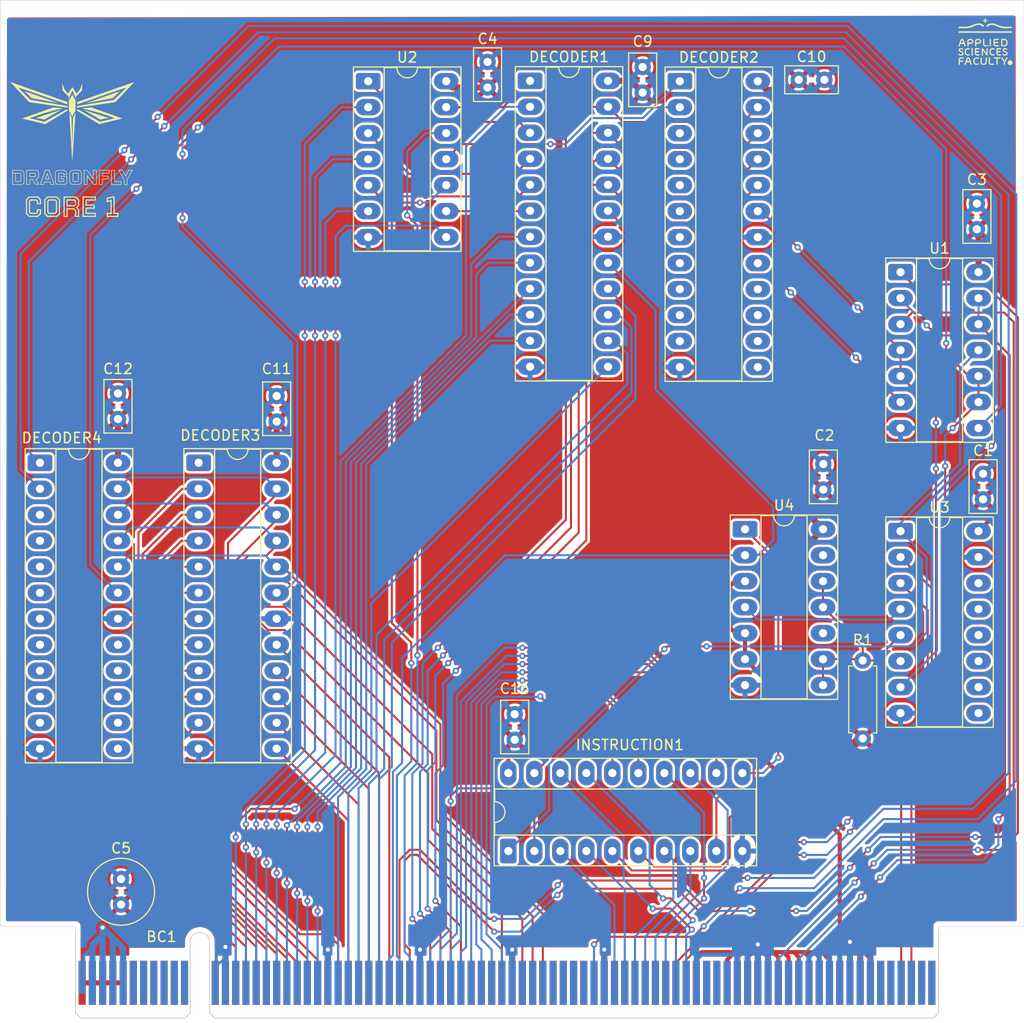
<source format=kicad_pcb>
(kicad_pcb (version 20241229) (generator "pcbnew") (generator_version "9.0")
  (layers (0 "F.Cu" signal) (2 "B.Cu" signal) (13 "F.Paste" user) (15 "B.Paste" user) (5 "F.SilkS" user "F.Silkscreen") (7 "B.SilkS" user "B.Silkscreen") (1 "F.Mask" user) (3 "B.Mask" user) (25 "Edge.Cuts" user))
  (net 0 "")
  (net 2 "VCC")
  (net 3 "/BUS4")
  (net 4 "/BUS5")
  (net 6 "GND")
  (net 7 "/Reset")
  (net 8 "/BUS7")
  (net 9 "/BUS1")
  (net 10 "/~{TemporaryLowWriter}")
  (net 12 "/~{YLWriter}")
  (net 15 "/STATE2")
  (net 16 "/~{TemporaryHighWriter}")
  (net 17 "/SPLowReader")
  (net 18 "/R2")
  (net 19 "/STATE1")
  (net 21 "/~{AccumReader}")
  (net 22 "/L0")
  (net 24 "/~{ZHWriter}")
  (net 25 "/AddrLowIn")
  (net 26 "/~{YHWriter}")
  (net 27 "/L4")
  (net 28 "/~{TemporaryHighReader}")
  (net 29 "/R1")
  (net 30 "/STATE3")
  (net 31 "/~{ZLWriter}")
  (net 32 "/~{AccumWriter}")
  (net 35 "/BUS6")
  (net 36 "/~{PCLowWriter}")
  (net 37 "/~{ZHReader}")
  (net 38 "/~{Clk}")
  (net 39 "/STATE7")
  (net 40 "/BUS0")
  (net 41 "/~{XHReader}")
  (net 43 "/~{ConstantWriter}")
  (net 44 "/~{MemoryWriter}")
  (net 48 "/~{FlagsWriter}")
  (net 51 "/~{ZLReader}")
  (net 52 "/PCLowReader")
  (net 53 "/STATE5")
  (net 54 "/R0")
  (net 56 "/R3")
  (net 58 "/BUS2")
  (net 59 "/IRQ")
  (net 60 "/R4")
  (net 61 "/L3")
  (net 62 "/~{SPHighWriter}")
  (net 63 "/~{MemoryReader}")
  (net 64 "/~{ALUWriter}")
  (net 65 "/STATE6")
  (net 66 "/~{YHReader}")
  (net 67 "/~{IntDisable}")
  (net 68 "/~{FlagsReader}")
  (net 69 "/L1")
  (net 70 "/~{TemporaryLowReader}")
  (net 72 "/~{XHWriter}")
  (net 73 "/BUS3")
  (net 74 "/~{IntAck}")
  (net 75 "/PCHighReader")
  (net 77 "/SPHighReader")
  (net 79 "/~{SPLowWriter}")
  (net 80 "/~{YLReader}")
  (net 84 "/AddrHighIn")
  (net 86 "/IntEnable")
  (net 88 "/STATE0")
  (net 90 "/L2")
  (net 91 "/~{PCHighWriter}")
  (net 92 "/~{InstructionReader}")
  (net 95 "Net-(BC1-STATE15)")
  (net 96 "/STATE4")
  (net 97 "/~{PCHighReader}")
  (net 98 "/~{SPLowReader}")
  (net 100 "/~{SPHighReader}")
  (net 101 "Net-(DECODER1-E1)")
  (net 102 "/~{PCLowReader}")
  (net 106 "/~{AddressHighReader}")
  (net 114 "/~{AddressLowReader}")
  (net 120 "Net-(DECODER3-E1)")
  (net 135 "/~{Reset}")
  (net 136 "Net-(INSTRUCTION1-Cp)")
  (net 137 "Net-(U3A-~{Q})")
  (net 138 "Net-(U3A-C)")
  (net 145 "Net-(U3A-~{S})")
  (footprint "Package_DIP:DIP-14_W7.62mm_Socket_LongPads" (layer "F.Cu") (at 182.94 57.05)
    (property "Reference" "U1")
    (property "Value" "74LS00")
  )
  (footprint "Capacitor_THT:C_Disc_D5.0mm_W2.5mm_P2.50mm" (layer "F.Cu") (at 190.4 52.85 90)
    (property "Reference" "C3")
    (property "Value" "C")
  )
  (footprint "Capacitor_THT:C_Disc_D5.0mm_W2.5mm_P2.50mm" (layer "F.Cu") (at 122 71.65 90)
    (property "Reference" "C11")
    (property "Value" "C")
  )
  (footprint "Connector_PCBEdge:BUS_PCIexpress_x16" (layer "F.Cu") (at 103 126.5)
    (property "Reference" "BC1")
    (property "Value" "BusConnector")
    (fp_line (start -0.65 -4.95) (end -0.65 2.95) (stroke (width 0.1)) (layer "Edge.Cuts"))
    (fp_line (start -0.65 2.95) (end -0.15 3.45) (stroke (width 0.1)) (layer "Edge.Cuts"))
    (fp_line (start -0.15 3.45) (end 10.05 3.45) (stroke (width 0.1)) (layer "Edge.Cuts"))
    (fp_line (start 10.55 -4) (end 10.55 2.95) (stroke (width 0.1)) (layer "Edge.Cuts"))
    (fp_line (start 10.55 2.95) (end 10.05 3.45) (stroke (width 0.1)) (layer "Edge.Cuts"))
    (fp_line (start 12.45 -4) (end 12.45 2.95) (stroke (width 0.1)) (layer "Edge.Cuts"))
    (fp_line (start 12.45 2.95) (end 12.95 3.45) (stroke (width 0.1)) (layer "Edge.Cuts"))
    (fp_line (start 12.95 3.45) (end 83.15 3.45) (stroke (width 0.1)) (layer "Edge.Cuts"))
    (fp_line (start 83.65 -4.95) (end 83.65 2.95) (stroke (width 0.1)) (layer "Edge.Cuts"))
    (fp_line (start 83.65 2.95) (end 83.15 3.45) (stroke (width 0.1)) (layer "Edge.Cuts"))
    (fp_arc (start 10.55 -4) (mid 11.5 -4.95) (end 12.45 -4) (stroke (width 0.1)) (layer "Edge.Cuts"))
  )
  (footprint "Capacitor_THT:C_Radial_D6.3mm_H5.0mm_P2.50mm" (layer "F.Cu") (at 106.8 118.85 90)
    (property "Reference" "C5")
    (property "Value" "C")
  )
  (footprint "Capacitor_THT:C_Disc_D5.0mm_W2.5mm_P2.50mm" (layer "F.Cu") (at 191 79.25 90)
    (property "Reference" "C1")
    (property "Value" "C")
  )
  (footprint "Resistor_THT:R_Axial_DIN0207_L6.3mm_D2.5mm_P7.62mm_Horizontal" (layer "F.Cu") (at 179.25 102.62 90)
    (property "Reference" "R1")
    (property "Value" "5kOhm")
  )
  (footprint "Capacitor_THT:C_Disc_D5.0mm_W2.5mm_P2.50mm" (layer "F.Cu") (at 106.5 71.4 90)
    (property "Reference" "C12")
    (property "Value" "C")
  )
  (footprint "Capacitor_THT:C_Disc_D5.0mm_W2.5mm_P2.50mm" (layer "F.Cu") (at 157.75 39.5 90)
    (property "Reference" "C9")
    (property "Value" "C")
  )
  (footprint "Package_DIP:DIP-24_W7.62mm_Socket_LongPads" (layer "F.Cu") (at 161.38 38.39)
    (property "Reference" "DECODER2")
    (property "Value" "74LS154")
  )
  (footprint "Package_DIP:DIP-24_W7.62mm_Socket_LongPads" (layer "F.Cu") (at 98.88 75.68)
    (property "Reference" "DECODER4")
    (property "Value" "74LS154")
  )
  (footprint "kibuzzard-6911CC41" (layer "F.Cu") (at 102.033854 50.65)
    (property "Reference" "kibuzzard-6911CC41" (hide yes))
    (property "Value" "G***" (hide yes))
  )
  (footprint "Package_DIP:DIP-14_W7.62mm_Socket_LongPads" (layer "F.Cu") (at 167.75 82.17)
    (property "Reference" "U4")
    (property "Value" "74LS02")
  )
  (footprint "Package_DIP:DIP-20_W7.62mm_Socket_LongPads" (layer "F.Cu") (at 144.63 113.62 90)
    (property "Reference" "INSTRUCTION1")
    (property "Value" "74LS273")
  )
  (footprint "Capacitor_THT:C_Disc_D5.0mm_W2.5mm_P2.50mm" (layer "F.Cu") (at 173 38.25)
    (property "Reference" "C10")
    (property "Value" "C")
  )
  (footprint "Package_DIP:DIP-14_W7.62mm_Socket_LongPads" (layer "F.Cu") (at 130.94 38.385)
    (property "Reference" "U2")
    (property "Value" "74LS04")
  )
  (footprint "Capacitor_THT:C_Disc_D5.0mm_W2.5mm_P2.50mm" (layer "F.Cu") (at 145.25 102.75 90)
    (property "Reference" "C16")
    (property "Value" "C")
  )
  (footprint "Package_DIP:DIP-16_W7.62mm_Socket_LongPads" (layer "F.Cu") (at 182.94 82.36)
    (property "Reference" "U3")
    (property "Value" "74LS109")
  )
  (footprint "Package_DIP:DIP-24_W7.62mm_Socket_LongPads" (layer "F.Cu") (at 146.75 38.35)
    (property "Reference" "DECODER1")
    (property "Value" "74LS154")
  )
  (footprint "Capacitor_THT:C_Disc_D5.0mm_W2.5mm_P2.50mm" (layer "F.Cu") (at 175.4 78.3 90)
    (property "Reference" "C2")
    (property "Value" "C")
  )
  (footprint "Package_DIP:DIP-24_W7.62mm_Socket_LongPads" (layer "F.Cu") (at 114.38 75.68)
    (property "Reference" "DECODER3")
    (property "Value" "74LS154")
  )
  (footprint "Capacitor_THT:C_Disc_D5.0mm_W2.5mm_P2.50mm" (layer "F.Cu") (at 142.6 39 90)
    (property "Reference" "C4")
    (property "Value" "C")
  )
  (gr_poly (pts (xy 193.150444 35.149312) (xy 193.163584 35.149864) (xy 193.176318 35.150766) (xy 193.188645 35.152002) (xy 193.200564 35.153557) (xy 193.212073 35.155416) (xy 193.223169 35.157564) (xy 193.233852 35.159986) (xy 193.244119 35.162667) (xy 193.253969 35.16559) (xy 193.263399 35.168742) (xy 193.272409 35.172107) (xy 193.280997 35.17567) (xy 193.28916 35.179416) (xy 193.296898 35.183329) (xy 193.304207 35.187395) (xy 193.311087 35.191598) (xy 193.317536 35.195923) (xy 193.323552 35.200354) (xy 193.329133 35.204878) (xy 193.334278 35.209478) (xy 193.338984 35.214139) (xy 193.343251 35.218847) (xy 193.347075 35.223586) (xy 193.350457 35.22834) (xy 193.353393 35.233096) (xy 193.355882 35.237836) (xy 193.357923 35.242548) (xy 193.359513 35.247214) (xy 193.360651 35.251821) (xy 193.361335 35.256352) (xy 193.361563 35.260794) (xy 193.36148 35.26383) (xy 193.361234 35.266835) (xy 193.360829 35.269803) (xy 193.360269 35.272731) (xy 193.359559 35.275614) (xy 193.358703 35.278448) (xy 193.357704 35.281228) (xy 193.356569 35.283952) (xy 193.355299 35.286613) (xy 193.353901 35.289209) (xy 193.352378 35.291735) (xy 193.350735 35.294186) (xy 193.348975 35.296559) (xy 193.347103 35.29885) (xy 193.345123 35.301053) (xy 193.34304 35.303165) (xy 193.340858 35.305182) (xy 193.33858 35.307099) (xy 193.336212 35.308913) (xy 193.333758 35.310618) (xy 193.331221 35.312212) (xy 193.328607 35.313689) (xy 193.325918 35.315045) (xy 193.323161 35.316276) (xy 193.320338 35.317378) (xy 193.317454 35.318347) (xy 193.314514 35.319179) (xy 193.311522 35.319869) (xy 193.308481 35.320412) (xy 193.305397 35.320806) (xy 193.302273 35.321045) (xy 193.299114 35.321126) (xy 193.295644 35.321024) (xy 193.292186 35.32072) (xy 193.288743 35.320217) (xy 193.28532 35.319518) (xy 193.281922 35.318624) (xy 193.278553 35.31754) (xy 193.275219 35.316267) (xy 193.271923 35.314808) (xy 193.268671 35.313167) (xy 193.265467 35.311345) (xy 193.262316 35.309345) (xy 193.259222 35.307171) (xy 193.25619 35.304825) (xy 193.253225 35.302309) (xy 193.250331 35.299627) (xy 193.247513 35.296781) (xy 193.242363 35.291813) (xy 193.236969 35.287163) (xy 193.231331 35.282832) (xy 193.22545 35.27882) (xy 193.219324 35.275126) (xy 193.212955 35.27175) (xy 193.206341 35.268692) (xy 193.199484 35.265953) (xy 193.192383 35.263532) (xy 193.185037 35.26143) (xy 193.177448 35.259646) (xy 193.169615 35.25818) (xy 193.161538 35.257032) (xy 193.153217 35.256203) (xy 193.144652 35.255693) (xy 193.135843 35.2555) (xy 193.129842 35.255609) (xy 193.123997 35.255931) (xy 193.11831 35.256459) (xy 193.112783 35.257185) (xy 193.107419 35.258103) (xy 193.10222 35.259205) (xy 193.097188 35.260485) (xy 193.092326 35.261934) (xy 193.087635 35.263546) (xy 193.083118 35.265314) (xy 193.078778 35.26723) (xy 193.074615 35.269287) (xy 193.070634 35.271479) (xy 193.066836 35.273798) (xy 193.063224 35.276236) (xy 193.059799 35.278787) (xy 193.056563 35.281443) (xy 193.053521 35.284198) (xy 193.050672 35.287044) (xy 193.048021 35.289973) (xy 193.045568 35.29298) (xy 193.043317 35.296056) (xy 193.041269 35.299194) (xy 193.039427 35.302388) (xy 193.037794 35.305629) (xy 193.03637 35.308912) (xy 193.03516 35.312228) (xy 193.034164 35.315571) (xy 193.033386 35.318933) (xy 193.032827 35.322308) (xy 193.032491 35.325687) (xy 193.032378 35.329064) (xy 193.032451 35.331674) (xy 193.03267 35.33429) (xy 193.033032 35.336912) (xy 193.033537 35.339537) (xy 193.034182 35.342163) (xy 193.034965 35.344788) (xy 193.036938 35.350027) (xy 193.039444 35.355239) (xy 193.042467 35.360406) (xy 193.045993 35.365513) (xy 193.050008 35.370543) (xy 193.054498 35.37548) (xy 193.059447 35.380308) (xy 193.064843 35.38501) (xy 193.070669 35.389571) (xy 193.076913 35.393973) (xy 193.08356 35.398201) (xy 193.090595 35.402238) (xy 193.098004 35.406068) (xy 193.113228 35.413345) (xy 193.130089 35.421218) (xy 193.167334 35.438352) (xy 193.172096 35.440733) (xy 193.194014 35.450722) (xy 193.215659 35.460712) (xy 193.236361 35.470503) (xy 193.255451 35.479897) (xy 193.255452 35.479896) (xy 193.272663 35.48918) (xy 193.288863 35.49896) (xy 193.304036 35.509216) (xy 193.318171 35.519928) (xy 193.331252 35.531077) (xy 193.343267 35.542645) (xy 193.354203 35.554611) (xy 193.364044 35.566956) (xy 193.372779 35.57966) (xy 193.380393 35.592705) (xy 193.386873 35.606071) (xy 193.392205 35.619739) (xy 193.394437 35.626679) (xy 193.396376 35.633688) (xy 193.398022 35.640763) (xy 193.399372 35.647901) (xy 193.400425 35.655099) (xy 193.40118 35.662357) (xy 193.401634 35.66967) (xy 193.401785 35.677037) (xy 193.401518 35.686529) (xy 193.400719 35.696039) (xy 193.399389 35.705547) (xy 193.397531 35.71503) (xy 193.392242 35.733841) (xy 193.38487 35.752304) (xy 193.38041 35.761353) (xy 193.375435 35.770253) (xy 193.369949 35.778982) (xy 193.363955 35.787519) (xy 193.357454 35.795844) (xy 193.350449 35.803936) (xy 193.342942 35.811773) (xy 193.334936 35.819335) (xy 193.326433 35.826601) (xy 193.317436 35.83355) (xy 193.307946 35.840161) (xy 193.297967 35.846413) (xy 193.2875 35.852285) (xy 193.276548 35.857757) (xy 193.265113 35.862806) (xy 193.253198 35.867413) (xy 193.240805 35.871557) (xy 193.227937 35.875216) (xy 193.214595 35.878369) (xy 193.200783 35.880996) (xy 193.186502 35.883075) (xy 193.171755 35.884587) (xy 193.156544 35.885509) (xy 193.140872 35.885821) (xy 193.125218 35.885564) (xy 193.110058 35.88481) (xy 193.095393 35.883582) (xy 193.081223 35.881903) (xy 193.067549 35.879797) (xy 193.054369 35.877288) (xy 193.041685 35.874398) (xy 193.029497 35.871151) (xy 193.017805 35.867571) (xy 193.006608 35.863681) (xy 192.995908 35.859505) (xy 192.985703 35.855065) (xy 192.975996 35.850386) (xy 192.966784 35.845491) (xy 192.958069 35.840404) (xy 192.949851 35.835147) (xy 192.94213 35.829744) (xy 192.934906 35.824219) (xy 192.928179 35.818595) (xy 192.92195 35.812896) (xy 192.916218 35.807145) (xy 192.910984 35.801365) (xy 192.906248 35.795581) (xy 192.902009 35.789814) (xy 192.898269 35.78409) (xy 192.895027 35.778431) (xy 192.892283 35.772861) (xy 192.890038 35.767403) (xy 192.888291 35.76208) (xy 192.887043 35.756917) (xy 192.886295 35.751936) (xy 192.886045 35.747161) (xy 192.886142 35.743872) (xy 192.886427 35.740652) (xy 192.886895 35.737505) (xy 192.887538 35.734434) (xy 192.888351 35.731439) (xy 192.889326 35.728524) (xy 192.890458 35.72569) (xy 192.891738 35.72294) (xy 192.893162 35.720277) (xy 192.894723 35.717701) (xy 192.896413 35.715216) (xy 192.898227 35.712824) (xy 192.900158 35.710527) (xy 192.902199 35.708327) (xy 192.904344 35.706226) (xy 192.906586 35.704227) (xy 192.908919 35.702332) (xy 192.911335 35.700543) (xy 192.91383 35.698862) (xy 192.916396 35.697292) (xy 192.919026 35.695835) (xy 192.921714 35.694493) (xy 192.927238 35.692162) (xy 192.932916 35.690319) (xy 192.935796 35.689585) (xy 192.938695 35.68898) (xy 192.941606 35.688505) (xy 192.944522 35.688163) (xy 192.947438 35.687956) (xy 192.950346 35.687887) (xy 192.953899 35.687992) (xy 192.95741 35.688306) (xy 192.960875 35.688827) (xy 192.964288 35.689553) (xy 192.967646 35.690482) (xy 192.970943 35.691613) (xy 192.974175 35.692942) (xy 192.977337 35.694469) (xy 192.980425 35.696191) (xy 192.983434 35.698107) (xy 192.986359 35.700214) (xy 192.989196 35.702511) (xy 192.991939 35.704995) (xy 192.994585 35.707665) (xy 192.997129 35.710519) (xy 192.999565 35.713555) (xy 193.005243 35.720555) (xy 193.011446 35.727164) (xy 193.018153 35.733371) (xy 193.025345 35.739169) (xy 193.033 35.74455) (xy 193.041099 35.749506) (xy 193.04962 35.754029) (xy 193.058542 35.75811) (xy 193.067847 35.761742) (xy 193.077512 35.764915) (xy 193.087517 35.767623) (xy 193.097842 35.769857) (xy 193.108467 35.771608) (xy 193.11937 35.772869) (xy 193.130531 35.773632) (xy 193.14193 35.773888) (xy 193.15205 35.773689) (xy 193.161679 35.773106) (xy 193.170829 35.772161) (xy 193.179509 35.770873) (xy 193.187731 35.769263) (xy 193.195507 35.767354) (xy 193.202847 35.765164) (xy 193.209763 35.762716) (xy 193.216266 35.76003) (xy 193.222366 35.757126) (xy 193.228076 35.754027) (xy 193.233406 35.750751) (xy 193.238367 35.747321) (xy 193.242971 35.743758) (xy 193.247229 35.740081) (xy 193.251151 35.736312) (xy 193.254749 35.732472) (xy 193.258034 35.728581) (xy 193.261018 35.724661) (xy 193.263711 35.720732) (xy 193.266124 35.716815) (xy 193.268269 35.71293) (xy 193.270157 35.7091) (xy 193.271799 35.705343) (xy 193.274389 35.698138) (xy 193.276129 35.691481) (xy 193.277108 35.685538) (xy 193.277414 35.680477) (xy 193.277324 35.677073) (xy 193.277057 35.673659) (xy 193.276615 35.670238) (xy 193.276 35.666813) (xy 193.275213 35.663386) (xy 193.274259 35.65996) (xy 193.271853 35.653123) (xy 193.268801 35.646323) (xy 193.26512 35.639582) (xy 193.26083 35.632921) (xy 193.255947 35.626363) (xy 193.250491 35.619929) (xy 193.24448 35.613641) (xy 193.237931 35.60752) (xy 193.230863 35.601588) (xy 193.223294 35.595868) (xy 193.215242 35.590379) (xy 193.206727 35.585145) (xy 193.197765 35.580187) (xy 193.161008 35.561176) (xy 193.123209 35.542215) (xy 193.104027 35.532923) (xy 193.084715 35.523848) (xy 193.065316 35.515059) (xy 193.045874 35.506623) (xy 193.030692 35.499726) (xy 193.016322 35.492153) (xy 193.002785 35.483935) (xy 192.990106 35.475105) (xy 192.978307 35.465693) (xy 192.967412 35.455731) (xy 192.957445 35.445251) (xy 192.948428 35.434283) (xy 192.940385 35.42286) (xy 192.933338 35.411012) (xy 192.927312 35.398771) (xy 192.92233 35.386169) (xy 192.920237 35.379741) (xy 192.918414 35.373236) (xy 192.916863 35.366655) (xy 192.915588 35.360004) (xy 192.914591 35.353286) (xy 192.913876 35.346505) (xy 192.913444 35.339664) (xy 192.9133 35.332769) (xy 192.913524 35.32421) (xy 192.914197 35.315662) (xy 192.915318 35.307142) (xy 192.916884 35.298667) (xy 192.918895 35.290254) (xy 192.92135 35.281921) (xy 192.924247 35.273684) (xy 192.927585 35.26556) (xy 192.931363 35.257567) (xy 192.93558 35.249722) (xy 192.940234 35.242042) (xy 192.945325 35.234544) (xy 192.950851 35.227244) (xy 192.956811 35.220161) (xy 192.963203 35.213311) (xy 192.970027 35.206712) (xy 192.977281 35.20038) (xy 192.984965 35.194332) (xy 192.993076 35.188586) (xy 193.001613 35.183159) (xy 193.010577 35.178068) (xy 193.019964 35.17333) (xy 193.029774 35.168962) (xy 193.040006 35.164981) (xy 193.050659 35.161404) (xy 193.061731 35.158249) (xy 193.073221 35.155532) (xy 193.085128 35.153271) (xy 193.097451 35.151482) (xy 193.110189 35.150184) (xy 193.123339 35.149392) (xy 193.136902 35.149124)) (fill yes) (layer "F.SilkS"))
  (gr_poly (pts (xy 104.401081 48.482826) (xy 104.101309 48.467745) (xy 103.496736 47.605996) (xy 103.489856 48.482032) (xy 103.184792 48.485208) (xy 103.184792 47.082917) (xy 103.490915 47.083974) (xy 104.084375 47.956041) (xy 104.084375 47.082917) (xy 104.401875 47.082917)) (stroke (width 0.052916)) (fill no) (layer "F.SilkS"))
  (gr_poly (pts (xy 192.495161 34.24818) (xy 192.498251 34.248416) (xy 192.501297 34.248803) (xy 192.504293 34.249338) (xy 192.507238 34.250018) (xy 192.510125 34.250838) (xy 192.512953 34.251795) (xy 192.515717 34.252885) (xy 192.518413 34.254104) (xy 192.521037 34.255448) (xy 192.523585 34.256914) (xy 192.526055 34.258497) (xy 192.528441 34.260194) (xy 192.53074 34.262001) (xy 192.532949 34.263915) (xy 192.535062 34.26593) (xy 192.537078 34.268044) (xy 192.538991 34.270252) (xy 192.540798 34.272552) (xy 192.542495 34.274938) (xy 192.544078 34.277407) (xy 192.545544 34.279956) (xy 192.546888 34.28258) (xy 192.548107 34.285276) (xy 192.549197 34.28804) (xy 192.550154 34.290867) (xy 192.550974 34.293755) (xy 192.551654 34.296699) (xy 192.552189 34.299696) (xy 192.552577 34.302742) (xy 192.552812 34.305832) (xy 192.552891 34.308963) (xy 192.552812 34.312071) (xy 192.552577 34.315138) (xy 192.552189 34.318163) (xy 192.551654 34.32114) (xy 192.550974 34.324066) (xy 192.550154 34.326937) (xy 192.549197 34.329749) (xy 192.548107 34.332498) (xy 192.546888 34.33518) (xy 192.545544 34.337792) (xy 192.544078 34.34033) (xy 192.542495 34.342789) (xy 192.540798 34.345166) (xy 192.538991 34.347457) (xy 192.537078 34.349658) (xy 192.535062 34.351765) (xy 192.532949 34.353775) (xy 192.53074 34.355683) (xy 192.528441 34.357486) (xy 192.526055 34.359179) (xy 192.523585 34.360759) (xy 192.521037 34.362222) (xy 192.518413 34.363564) (xy 192.515717 34.364782) (xy 192.512953 34.36587) (xy 192.510125 34.366826) (xy 192.507238 34.367646) (xy 192.504293 34.368325) (xy 192.501297 34.36886) (xy 192.498251 34.369247) (xy 192.495161 34.369482) (xy 192.49203 34.369561) (xy 192.142733 34.369561) (xy 192.142468 34.547119) (xy 192.434871 34.547119) (xy 192.438002 34.547199) (xy 192.441093 34.547434) (xy 192.444138 34.547821) (xy 192.447135 34.548356) (xy 192.450079 34.549036) (xy 192.452967 34.549856) (xy 192.455795 34.550813) (xy 192.458558 34.551903) (xy 192.461254 34.553122) (xy 192.463878 34.554467) (xy 192.466427 34.555932) (xy 192.468896 34.557516) (xy 192.471283 34.559213) (xy 192.473582 34.56102) (xy 192.47579 34.562933) (xy 192.477904 34.564948) (xy 192.47992 34.567062) (xy 192.481833 34.56927) (xy 192.48364 34.57157) (xy 192.485337 34.573956) (xy 192.48692 34.576425) (xy 192.488386 34.578974) (xy 192.48973 34.581598) (xy 192.490949 34.584294) (xy 192.492039 34.587058) (xy 192.492996 34.589886) (xy 192.493816 34.592773) (xy 192.494496 34.595718) (xy 192.495032 34.598714) (xy 192.495419 34.60176) (xy 192.495654 34.60485) (xy 192.495733 34.607981) (xy 192.495654 34.611112) (xy 192.495419 34.6142) (xy 192.495032 34.617242) (xy 192.494496 34.620234) (xy 192.493816 34.623172) (xy 192.492996 34.626053) (xy 192.492039 34.628873) (xy 192.490949 34.631627) (xy 192.48973 34.634314) (xy 192.488386 34.636928) (xy 192.48692 34.639465) (xy 192.485337 34.641923) (xy 192.48364 34.644298) (xy 192.481833 34.646585) (xy 192.47992 34.648781) (xy 192.477904 34.650882) (xy 192.47579 34.652885) (xy 192.473582 34.654786) (xy 192.471283 34.656581) (xy 192.468896 34.658266) (xy 192.466427 34.659838) (xy 192.463878 34.661293) (xy 192.461254 34.662627) (xy 192.458558 34.663836) (xy 192.455795 34.664917) (xy 192.452967 34.665866) (xy 192.450079 34.666679) (xy 192.447135 34.667353) (xy 192.444138 34.667884) (xy 192.441093 34.668267) (xy 192.438002 34.6685) (xy 192.434871 34.668579) (xy 192.142468 34.668579) (xy 192.142998 34.770457) (xy 192.143349 34.780849) (xy 192.143982 34.787259) (xy 192.14516 34.794252) (xy 192.147062 34.801659) (xy 192.149868 34.809311) (xy 192.151666 34.813175) (xy 192.153757 34.817038) (xy 192.156163 34.820876) (xy 192.158908 34.82467) (xy 192.162013 34.828399) (xy 192.165501 34.83204) (xy 192.169394 34.835572) (xy 192.173716 34.838976) (xy 192.178487 34.842228) (xy 192.183731 34.845309) (xy 192.18947 34.848198) (xy 192.195727 34.850871) (xy 192.202524 34.85331) (xy 192.209883 34.855492) (xy 192.217827 34.857397) (xy 192.226378 34.859003) (xy 192.235559 34.860288) (xy 192.245392 34.861233) (xy 192.255899 34.861815) (xy 192.267104 34.862014) (xy 192.492029 34.862014) (xy 192.49516 34.862093) (xy 192.49825 34.862329) (xy 192.501296 34.862716) (xy 192.504293 34.863251) (xy 192.507237 34.863931) (xy 192.510125 34.864751) (xy 192.512952 34.865708) (xy 192.515716 34.866798) (xy 192.518412 34.868017) (xy 192.521036 34.869361) (xy 192.523585 34.870827) (xy 192.526054 34.87241) (xy 192.52844 34.874107) (xy 192.530739 34.875914) (xy 192.532948 34.877828) (xy 192.535062 34.879843) (xy 192.537077 34.881957) (xy 192.53899 34.884165) (xy 192.540797 34.886465) (xy 192.542494 34.888851) (xy 192.544077 34.89132) (xy 192.545543 34.893869) (xy 192.546887 34.896493) (xy 192.548106 34.899189) (xy 192.549196 34.901953) (xy 192.550153 34.90478) (xy 192.550974 34.907668) (xy 192.551653 34.910612) (xy 192.552189 34.913609) (xy 192.552576 34.916655) (xy 192.552811 34.919745) (xy 192.55289 34.922876) (xy 192.552811 34.926008) (xy 192.552576 34.929098) (xy 192.552189 34.932143) (xy 192.551653 34.93514) (xy 192.550974 34.938084) (xy 192.550153 34.940972) (xy 192.549196 34.9438) (xy 192.548106 34.946564) (xy 192.546887 34.94926) (xy 192.545543 34.951884) (xy 192.544077 34.954432) (xy 192.542494 34.956902) (xy 192.540797 34.959288) (xy 192.53899 34.961587) (xy 192.537077 34.963796) (xy 192.535062 34.96591) (xy 192.532948 34.967925) (xy 192.530739 34.969838) (xy 192.52844 34.971645) (xy 192.526054 34.973342) (xy 192.523585 34.974925) (xy 192.521036 34.976391) (xy 192.518412 34.977735) (xy 192.515716 34.978954) (xy 192.512952 34.980044) (xy 192.510125 34.981001) (xy 192.507237 34.981822) (xy 192.504293 34.982501) (xy 192.501296 34.983037) (xy 192.49825 34.983424) (xy 192.49516 34.983659) (xy 192.492029 34.983738) (xy 192.267104 34.983738) (xy 192.267105 34.983739) (xy 192.25318 34.983502) (xy 192.23959 34.982795) (xy 192.226342 34.981623) (xy 192.213443 34.979992) (xy 192.2009 34.977909) (xy 192.188719 34.975379) (xy 192.176907 34.972407) (xy 192.165471 34.968999) (xy 192.154417 34.965162) (xy 192.143753 34.9609) (xy 192.133485 34.95622) (xy 192.12362 34.951128) (xy 192.114165 34.945628) (xy 192.105125 34.939728) (xy 192.096509 34.933432) (xy 192.088322 34.926747) (xy 192.080572 34.919678) (xy 192.073265 34.912231) (xy 192.066408 34.904412) (xy 192.060007 34.896227) (xy 192.054071 34.887681) (xy 192.048604 34.878779) (xy 192.043614 34.869529) (xy 192.039107 34.859935) (xy 192.035091 34.850004) (xy 192.031572 34.839741) (xy 192.028557 34.829152) (xy 192.026053 34.818242) (xy 192.024065 34.807018) (xy 192.022602 34.795485) (xy 192.02167 34.783649) (xy 192.021275 34.771516) (xy 192.021275 34.308699) (xy 192.021377 34.305569) (xy 192.021632 34.30248) (xy 192.022037 34.299439) (xy 192.022587 34.296447) (xy 192.023279 34.293508) (xy 192.02411 34.290628) (xy 192.025074 34.287808) (xy 192.02617 34.285053) (xy 192.027393 34.282367) (xy 192.028739 34.279753) (xy 192.030205 34.277215) (xy 192.031787 34.274757) (xy 192.033481 34.272383) (xy 192.035285 34.270095) (xy 192.037193 34.267899) (xy 192.039202 34.265798) (xy 192.04131 34.263795) (xy 192.043511 34.261894) (xy 192.045803 34.260099) (xy 192.048181 34.258414) (xy 192.050642 34.256842) (xy 192.053183 34.255387) (xy 192.055799 34.254053) (xy 192.058487 34.252844) (xy 192.061243 34.251763) (xy 192.064063 34.250814) (xy 192.066945 34.25) (xy 192.069884 34.249327) (xy 192.072876 34.248796) (xy 192.075918 34.248413) (xy 192.079006 34.24818) (xy 192.082137 34.248101) (xy 192.49203 34.248101)) (fill yes) (layer "F.SilkS"))
  (gr_poly (pts (xy 102.338125 41.632499) (xy 102.032795 46.304248) (xy 101.756042 41.606041) (xy 101.729583 41.47375) (xy 101.967708 41.95) (xy 102.046025 44.812527) (xy 102.1 41.95) (xy 102.364583 41.47375)) (fill yes) (layer "F.SilkS"))
  (gr_poly (pts (xy 107.259374 47.638541) (xy 107.550417 47.082917) (xy 107.920833 47.082917) (xy 107.391667 47.982499) (xy 107.391667 48.485208) (xy 107.100625 48.485208) (xy 107.09692 47.986997) (xy 106.571458 47.082917) (xy 106.941875 47.082917)) (stroke (width 0.052916)) (fill no) (layer "F.SilkS"))
  (gr_poly (pts (xy 105.989375 40.045) (xy 103.317083 40.547708) (xy 106.70375 39.357083)) (fill yes) (layer "F.SilkS"))
  (gr_poly (pts (xy 189.93842 35.149998) (xy 189.941508 35.150233) (xy 189.94455 35.15062) (xy 189.947542 35.151155) (xy 189.95048 35.151834) (xy 189.953361 35.152654) (xy 189.956181 35.15361) (xy 189.958936 35.154698) (xy 189.961622 35.155915) (xy 189.964236 35.157258) (xy 189.966774 35.158721) (xy 189.969232 35.160301) (xy 189.971606 35.161994) (xy 189.973893 35.163796) (xy 189.976089 35.165704) (xy 189.978191 35.167714) (xy 189.980194 35.169821) (xy 189.982095 35.172022) (xy 189.98389 35.174313) (xy 189.985575 35.17669) (xy 189.987147 35.179149) (xy 189.988601 35.181687) (xy 189.989935 35.184299) (xy 189.991145 35.186981) (xy 189.992226 35.189731) (xy 189.993175 35.192542) (xy 189.993988 35.195413) (xy 189.994662 35.198339) (xy 189.995192 35.201316) (xy 189.995576 35.204341) (xy 189.995809 35.207408) (xy 189.995887 35.210516) (xy 189.995887 35.823371) (xy 189.995809 35.826503) (xy 189.995576 35.829593) (xy 189.995192 35.832638) (xy 189.994662 35.835635) (xy 189.993988 35.838579) (xy 189.993175 35.841467) (xy 189.992226 35.844295) (xy 189.991145 35.847059) (xy 189.989935 35.849754) (xy 189.988601 35.852379) (xy 189.987147 35.854927) (xy 189.985575 35.857397) (xy 189.983889 35.859783) (xy 189.982094 35.862082) (xy 189.980194 35.864291) (xy 189.978191 35.866405) (xy 189.976089 35.86842) (xy 189.973893 35.870333) (xy 189.971606 35.87214) (xy 189.969231 35.873837) (xy 189.966773 35.87542) (xy 189.964235 35.876886) (xy 189.961622 35.87823) (xy 189.958935 35.879449) (xy 189.956181 35.880539) (xy 189.953361 35.881496) (xy 189.95048 35.882317) (xy 189.947542 35.882997) (xy 189.94455 35.883532) (xy 189.941508 35.883919) (xy 189.93842 35.884154) (xy 189.935289 35.884233) (xy 189.932158 35.884154) (xy 189.92907 35.883919) (xy 189.926028 35.883532) (xy 189.923036 35.882997) (xy 189.920098 35.882317) (xy 189.917217 35.881496) (xy 189.914398 35.880539) (xy 189.911643 35.879449) (xy 189.908957 35.87823) (xy 189.906343 35.876886) (xy 189.903805 35.87542) (xy 189.901347 35.873837) (xy 189.898973 35.87214) (xy 189.896686 35.870333) (xy 189.894489 35.86842) (xy 189.892388 35.866405) (xy 189.890385 35.864291) (xy 189.888484 35.862082) (xy 189.886689 35.859783) (xy 189.885004 35.857397) (xy 189.883432 35.854927) (xy 189.881977 35.852379) (xy 189.880644 35.849754) (xy 189.879434 35.847059) (xy 189.878353 35.844295) (xy 189.877404 35.841467) (xy 189.876591 35.838579) (xy 189.875917 35.835635) (xy 189.875387 35.832638) (xy 189.875003 35.829593) (xy 189.87477 35.826503) (xy 189.874692 35.823371) (xy 189.874692 35.210516) (xy 189.87477 35.207408) (xy 189.875003 35.204341) (xy 189.875387 35.201316) (xy 189.875917 35.198339) (xy 189.876591 35.195413) (xy 189.877404 35.192542) (xy 189.878353 35.189731) (xy 189.879434 35.186981) (xy 189.880644 35.184299) (xy 189.881978 35.181687) (xy 189.883432 35.179149) (xy 189.885004 35.17669) (xy 189.88669 35.174313) (xy 189.888484 35.172022) (xy 189.890385 35.169821) (xy 189.892388 35.167714) (xy 189.89449 35.165704) (xy 189.896686 35.163796) (xy 189.898973 35.161994) (xy 189.901347 35.160301) (xy 189.903805 35.158721) (xy 189.906343 35.157258) (xy 189.908957 35.155915) (xy 189.911643 35.154698) (xy 189.914398 35.15361) (xy 189.917218 35.152654) (xy 189.920098 35.151834) (xy 189.923037 35.151155) (xy 189.926029 35.15062) (xy 189.92907 35.150233) (xy 189.932159 35.149998) (xy 189.935289 35.149919)) (fill yes) (layer "F.SilkS"))
  (gr_poly (pts (xy 102.364583 40.283125) (xy 102.354794 41.254939) (xy 102.020625 41.844166) (xy 101.692012 41.249648) (xy 101.703125 40.283125) (xy 102.034648 39.691517)) (fill yes) (layer "F.SilkS"))
  (gr_poly (pts (xy 100.274375 48.485208) (xy 99.930417 48.485208) (xy 99.851042 48.220625) (xy 99.321875 48.220625) (xy 99.2425 48.485208) (xy 98.905156 48.482298) (xy 99.40125 47.082917) (xy 99.771667 47.082917)) (stroke (width 0.052916)) (fill no) (layer "F.SilkS"))
  (gr_poly (pts (xy 191.06834 34.24818) (xy 191.07143 34.248415) (xy 191.074476 34.248802) (xy 191.077472 34.249337) (xy 191.080416 34.250017) (xy 191.083304 34.250837) (xy 191.086132 34.251794) (xy 191.088896 34.252884) (xy 191.091591 34.254103) (xy 191.094216 34.255448) (xy 191.096764 34.256913) (xy 191.099234 34.258497) (xy 191.10162 34.260194) (xy 191.103919 34.262001) (xy 191.106128 34.263914) (xy 191.108241 34.265929) (xy 191.110257 34.268043) (xy 191.11217 34.270252) (xy 191.113977 34.272551) (xy 191.115674 34.274937) (xy 191.117257 34.277407) (xy 191.118723 34.279955) (xy 191.120067 34.282579) (xy 191.121286 34.285275) (xy 191.122376 34.288039) (xy 191.123333 34.290867) (xy 191.124153 34.293755) (xy 191.124833 34.296699) (xy 191.125368 34.299695) (xy 191.125755 34.302741) (xy 191.125991 34.305831) (xy 191.12607 34.308962) (xy 191.12607 34.770456) (xy 191.126344 34.780848) (xy 191.126954 34.787258) (xy 191.128116 34.794251) (xy 191.130009 34.801658) (xy 191.13281 34.80931) (xy 191.134606 34.813175) (xy 191.136697 34.817037) (xy 191.139103 34.820876) (xy 191.141848 34.82467) (xy 191.144953 34.828398) (xy 191.148441 34.832039) (xy 191.152333 34.835572) (xy 191.156653 34.838975) (xy 191.161423 34.842228) (xy 191.166664 34.845309) (xy 191.172399 34.848197) (xy 191.17865 34.850871) (xy 191.18544 34.853309) (xy 191.19279 34.855492) (xy 191.200723 34.857396) (xy 191.209262 34.859002) (xy 191.218427 34.860288) (xy 191.228243 34.861232) (xy 191.23873 34.861815) (xy 191.249911 34.862013) (xy 191.451021 34.862013) (xy 191.451022 34.862014) (xy 191.454153 34.862093) (xy 191.457243 34.862329) (xy 191.460289 34.862716) (xy 191.463285 34.863251) (xy 191.46623 34.863931) (xy 191.469117 34.864751) (xy 191.471945 34.865708) (xy 191.474709 34.866798) (xy 191.477405 34.868017) (xy 191.480029 34.869361) (xy 191.482578 34.870827) (xy 191.485047 34.87241) (xy 191.487433 34.874107) (xy 191.489733 34.875914) (xy 191.491941 34.877828) (xy 191.494055 34.879843) (xy 191.49607 34.881957) (xy 191.497983 34.884165) (xy 191.49979 34.886465) (xy 191.501487 34.888851) (xy 191.503071 34.89132) (xy 191.504536 34.893869) (xy 191.505881 34.896493) (xy 191.5071 34.899189) (xy 191.50819 34.901953) (xy 191.509147 34.90478) (xy 191.509967 34.907668) (xy 191.510647 34.910612) (xy 191.511182 34.913609) (xy 191.511569 34.916655) (xy 191.511804 34.919745) (xy 191.511884 34.922876) (xy 191.511804 34.926008) (xy 191.511569 34.929098) (xy 191.511182 34.932143) (xy 191.510647 34.93514) (xy 191.509967 34.938084) (xy 191.509147 34.940972) (xy 191.50819 34.9438) (xy 191.5071 34.946564) (xy 191.505881 34.94926) (xy 191.504536 34.951884) (xy 191.503071 34.954432) (xy 191.501487 34.956902) (xy 191.49979 34.959288) (xy 191.497983 34.961587) (xy 191.49607 34.963796) (xy 191.494055 34.96591) (xy 191.491941 34.967925) (xy 191.489733 34.969838) (xy 191.487433 34.971645) (xy 191.485047 34.973342) (xy 191.482578 34.974925) (xy 191.480029 34.976391) (xy 191.477405 34.977735) (xy 191.474709 34.978954) (xy 191.471945 34.980044) (xy 191.469117 34.981001) (xy 191.46623 34.981822) (xy 191.463285 34.982501) (xy 191.460289 34.983037) (xy 191.457243 34.983424) (xy 191.454153 34.983659) (xy 191.451022 34.983738) (xy 191.249912 34.983738) (xy 191.23601 34.983501) (xy 191.222443 34.982794) (xy 191.209216 34.981622) (xy 191.196337 34.979992) (xy 191.183812 34.977908) (xy 191.171648 34.975378) (xy 191.159852 34.972406) (xy 191.148431 34.968998) (xy 191.137391 34.965161) (xy 191.126739 34.960899) (xy 191.116482 34.956219) (xy 191.106627 34.951127) (xy 191.097181 34.945627) (xy 191.08815 34.939727) (xy 191.079541 34.933432) (xy 191.071361 34.926746) (xy 191.063617 34.919678) (xy 191.056315 34.912231) (xy 191.049462 34.904412) (xy 191.043065 34.896226) (xy 191.037132 34.88768) (xy 191.031667 34.878779) (xy 191.02668 34.869528) (xy 191.022175 34.859935) (xy 191.01816 34.850003) (xy 191.014643 34.83974) (xy 191.011628 34.829151) (xy 191.009124 34.818241) (xy 191.007137 34.807017) (xy 191.005674 34.795484) (xy 191.004742 34.783648) (xy 191.004347 34.771515) (xy 191.004347 34.308698) (xy 191.004426 34.305568) (xy 191.004661 34.30248) (xy 191.005048 34.299438) (xy 191.005583 34.296446) (xy 191.006263 34.293507) (xy 191.007083 34.290626) (xy 191.00804 34.287807) (xy 191.00913 34.285052) (xy 191.010349 34.282366) (xy 191.011694 34.279752) (xy 191.013159 34.277214) (xy 191.014743 34.274756) (xy 191.01644 34.272382) (xy 191.018247 34.270094) (xy 191.02016 34.267898) (xy 191.022175 34.265797) (xy 191.024289 34.263794) (xy 191.026497 34.261893) (xy 191.028797 34.260098) (xy 191.031183 34.258413) (xy 191.033652 34.256841) (xy 191.036201 34.255386) (xy 191.038825 34.254052) (xy 191.041521 34.252843) (xy 191.044285 34.251762) (xy 191.047112 34.250813) (xy 191.05 34.25) (xy 191.052945 34.249326) (xy 191.055941 34.248795) (xy 191.058987 34.248412) (xy 191.062077 34.248179) (xy 191.065209 34.248101)) (fill yes) (layer "F.SilkS"))
  (gr_poly (pts (xy 190.631314 32.732749) (xy 190.667345 32.735402) (xy 190.701779 32.739682) (xy 190.734645 32.745472) (xy 190.76597 32.752656) (xy 190.795784 32.761119) (xy 190.824113 32.770743) (xy 190.850987 32.781413) (xy 190.876433 32.793013) (xy 190.90048 32.805426) (xy 190.923155 32.818536) (xy 190.944488 32.832227) (xy 190.964505 32.846383) (xy 190.983235 32.860888) (xy 191.000707 32.875624) (xy 191.016948 32.890477) (xy 191.031987 32.90533) (xy 191.045851 32.920067) (xy 191.07017 32.948728) (xy 191.090129 32.975529) (xy 191.105955 32.999541) (xy 191.117871 33.019836) (xy 191.126104 33.035483) (xy 191.13242 33.049116) (xy 190.950628 33.049116) (xy 190.944983 33.041839) (xy 190.928044 33.022654) (xy 190.915338 33.009837) (xy 190.899806 32.995531) (xy 190.881447 32.980233) (xy 190.860261 32.964438) (xy 190.836247 32.948644) (xy 190.809403 32.933346) (xy 190.779731 32.91904) (xy 190.747228 32.906222) (xy 190.729914 32.900527) (xy 190.711893 32.89539) (xy 190.693164 32.890872) (xy 190.673727 32.887038) (xy 190.653582 32.883947) (xy 190.632728 32.881663) (xy 190.611166 32.880246) (xy 190.588895 32.879761) (xy 190.504728 32.883523) (xy 190.428113 32.894155) (xy 190.357189 32.910677) (xy 190.290092 32.932105) (xy 190.224962 32.95746) (xy 190.159935 32.985759) (xy 190.022746 33.047264) (xy 189.946858 33.078507) (xy 189.863625 33.108769) (xy 189.771186 33.137068) (xy 189.667678 33.162422) (xy 189.551238 33.183851) (xy 189.420006 33.200372) (xy 189.272118 33.211005) (xy 189.105712 33.214767) (xy 189.045591 33.214434) (xy 188.989455 33.213493) (xy 188.93729 33.212032) (xy 188.889081 33.210136) (xy 188.844813 33.207893) (xy 188.804472 33.20539) (xy 188.768043 33.202712) (xy 188.735511 33.199948) (xy 188.68208 33.194507) (xy 188.644061 33.189761) (xy 188.613787 33.18513) (xy 188.613787 33.042501) (xy 188.789494 33.054805) (xy 188.950258 33.063265) (xy 189.034302 33.066052) (xy 189.115238 33.06711) (xy 189.191125 33.066148) (xy 189.263078 33.063345) (xy 189.331297 33.058822) (xy 189.395986 33.052704) (xy 189.457345 33.045112) (xy 189.515578 33.036169) (xy 189.570886 33.025999) (xy 189.62347 33.014724) (xy 189.673534 33.002466) (xy 189.721278 32.989349) (xy 189.810617 32.961028) (xy 189.893103 32.930742) (xy 189.970351 32.899475) (xy 190.115598 32.837921) (xy 190.186827 32.8096) (xy 190.259281 32.784225) (xy 190.296472 32.77295) (xy 190.334575 32.76278) (xy 190.373793 32.753837) (xy 190.414326 32.746245) (xy 190.456378 32.740127) (xy 190.500149 32.735604) (xy 190.545842 32.732801) (xy 190.593659 32.731839)) (fill yes) (layer "F.SilkS"))
  (gr_poly (pts (xy 105.5925 41.976458) (xy 104.764089 42.130181) (xy 103.131875 41.182708)) (fill yes) (layer "F.SilkS"))
  (gr_poly (pts (xy 102.101323 40.51384) (xy 102.102116 41.122647) (xy 102.03941 41.320556) (xy 102.038617 41.319232) (xy 101.961359 41.12979) (xy 101.967708 40.521249) (xy 102.032267 40.309053)) (fill yes) (layer "F.SilkS"))
  (gr_poly (pts (xy 193.078223 34.248502) (xy 193.097621 34.249699) (xy 193.116494 34.251685) (xy 193.134836 34.254452) (xy 193.152639 34.257991) (xy 193.169895 34.262294) (xy 193.186598 34.267353) (xy 193.202738 34.273161) (xy 193.218309 34.279708) (xy 193.233303 34.286987) (xy 193.247712 34.29499) (xy 193.261529 34.303709) (xy 193.274746 34.313135) (xy 193.287356 34.323261) (xy 193.299351 34.334079) (xy 193.310723 34.345579) (xy 193.321464 34.357755) (xy 193.331568 34.370598) (xy 193.341026 34.3841) (xy 193.349832 34.398253) (xy 193.357976 34.413049) (xy 193.365452 34.42848) (xy 193.372253 34.444537) (xy 193.378369 34.461213) (xy 193.383795 34.4785) (xy 193.388522 34.496389) (xy 193.392543 34.514872) (xy 193.395849 34.533941) (xy 193.398434 34.553589) (xy 193.40029 34.573807) (xy 193.401409 34.594586) (xy 193.401784 34.61592) (xy 193.401409 34.63723) (xy 193.40029 34.657989) (xy 193.398434 34.678189) (xy 193.395849 34.697822) (xy 193.392543 34.716879) (xy 193.388522 34.735352) (xy 193.383795 34.753233) (xy 193.378369 34.770514) (xy 193.372253 34.787186) (xy 193.365452 34.803242) (xy 193.357976 34.818672) (xy 193.349832 34.833469) (xy 193.341026 34.847625) (xy 193.331568 34.861131) (xy 193.321464 34.873979) (xy 193.310723 34.88616) (xy 193.299351 34.897667) (xy 193.287356 34.908492) (xy 193.274746 34.918625) (xy 193.261529 34.92806) (xy 193.247712 34.936787) (xy 193.233303 34.944798) (xy 193.218309 34.952086) (xy 193.202738 34.958641) (xy 193.186598 34.964456) (xy 193.169895 34.969522) (xy 193.152639 34.973832) (xy 193.134836 34.977376) (xy 193.116494 34.980147) (xy 193.097621 34.982137) (xy 193.078223 34.983336) (xy 193.05831 34.983738) (xy 192.831268 34.983738) (xy 192.828137 34.983659) (xy 192.825047 34.983424) (xy 192.822001 34.983037) (xy 192.819004 34.982501) (xy 192.81606 34.981822) (xy 192.813172 34.981001) (xy 192.810345 34.980044) (xy 192.807581 34.978954) (xy 192.804885 34.977735) (xy 192.802261 34.976391) (xy 192.799712 34.974925) (xy 192.797243 34.973342) (xy 192.794856 34.971645) (xy 192.792557 34.969838) (xy 192.790349 34.967925) (xy 192.788235 34.96591) (xy 192.78622 34.963796) (xy 192.784306 34.961587) (xy 192.782499 34.959288) (xy 192.780802 34.956902) (xy 192.779219 34.954432) (xy 192.777753 34.951884) (xy 192.776409 34.94926) (xy 192.77519 34.946564) (xy 192.7741 34.9438) (xy 192.773143 34.940972) (xy 192.772323 34.938084) (xy 192.771643 34.93514) (xy 192.771108 34.932143) (xy 192.770721 34.929098) (xy 192.770486 34.926008) (xy 192.770406 34.922876) (xy 192.770406 34.862013) (xy 192.89213 34.862013) (xy 193.05831 34.862013) (xy 193.071915 34.861771) (xy 193.085093 34.861043) (xy 193.097844 34.859832) (xy 193.110167 34.858136) (xy 193.122063 34.855956) (xy 193.133531 34.853294) (xy 193.14457 34.850149) (xy 193.155181 34.846521) (xy 193.165363 34.842412) (xy 193.175115 34.837821) (xy 193.184437 34.832749) (xy 193.193329 34.827197) (xy 193.201791 34.821165) (xy 193.209822 34.814653) (xy 193.217421 34.807662) (xy 193.22459 34.800192) (xy 193.231326 34.792244) (xy 193.237631 34.783818) (xy 193.243503 34.774915) (xy 193.248942 34.765534) (xy 193.253947 34.755677) (xy 193.25852 34.745344) (xy 193.262658 34.734535) (xy 193.266363 34.723251) (xy 193.269632 34.711492) (xy 193.272467 34.699258) (xy 193.274867 34.686551) (xy 193.276831 34.67337) (xy 193.279451 34.645589) (xy 193.280325 34.61592) (xy 193.280107 34.600825) (xy 193.279451 34.586203) (xy 193.278359 34.572056) (xy 193.276831 34.558382) (xy 193.274867 34.545183) (xy 193.272467 34.532458) (xy 193.269632 34.520209) (xy 193.266363 34.508435) (xy 193.262658 34.497138) (xy 193.25852 34.486316) (xy 193.253947 34.475972) (xy 193.248942 34.466105) (xy 193.243503 34.456715) (xy 193.237631 34.447803) (xy 193.231326 34.43937) (xy 193.22459 34.431415) (xy 193.217421 34.423939) (xy 193.209822 34.416943) (xy 193.201791 34.410427) (xy 193.193329 34.404391) (xy 193.184437 34.398835) (xy 193.175115 34.393761) (xy 193.165363 34.389168) (xy 193.155181 34.385057) (xy 193.14457 34.381428) (xy 193.133531 34.378282) (xy 193.122063 34.375619) (xy 193.110167 34.373439) (xy 193.097844 34.371743) (xy 193.085093 34.370531) (xy 193.071915 34.369803) (xy 193.05831 34.36956) (xy 192.89213 34.36956) (xy 192.89213 34.862013) (xy 192.770406 34.862013) (xy 192.770406 34.308962) (xy 192.770486 34.305831) (xy 192.770721 34.302741) (xy 192.771108 34.299695) (xy 192.771643 34.296699) (xy 192.772323 34.293755) (xy 192.773143 34.290867) (xy 192.7741 34.288039) (xy 192.77519 34.285275) (xy 192.776409 34.282579) (xy 192.777753 34.279955) (xy 192.779219 34.277407) (xy 192.780802 34.274937) (xy 192.782499 34.272551) (xy 192.784306 34.270252) (xy 192.78622 34.268043) (xy 192.788235 34.265929) (xy 192.790349 34.263914) (xy 192.792557 34.262001) (xy 192.794856 34.260194) (xy 192.797243 34.258497) (xy 192.799712 34.256913) (xy 192.802261 34.255448) (xy 192.804885 34.254103) (xy 192.807581 34.252884) (xy 192.810345 34.251794) (xy 192.813172 34.250837) (xy 192.81606 34.250017) (xy 192.819004 34.249337) (xy 192.822001 34.248802) (xy 192.825047 34.248415) (xy 192.828137 34.24818) (xy 192.831268 34.248101) (xy 193.05831 34.248101)) (fill yes) (layer "F.SilkS"))
  (gr_poly (pts (xy 101.217351 47.094294) (xy 101.233304 47.095217) (xy 101.248913 47.097528) (xy 101.264165 47.101133) (xy 101.279051 47.10594) (xy 101.29356 47.111856) (xy 101.307681 47.118789) (xy 101.321404 47.126644) (xy 101.334718 47.135329) (xy 101.347613 47.144751) (xy 101.360078 47.154818) (xy 101.372102 47.165435) (xy 101.383675 47.176512) (xy 101.394787 47.187954) (xy 101.405426 47.199668) (xy 101.425247 47.223543) (xy 101.443052 47.247392) (xy 101.458757 47.270474) (xy 101.472277 47.292044) (xy 101.483529 47.31136) (xy 101.498889 47.340252) (xy 101.504159 47.351204) (xy 101.517917 47.50625) (xy 101.200417 47.50625) (xy 101.200379 47.50799) (xy 101.200317 47.506481) (xy 101.200417 47.453333) (xy 101.200288 47.446843) (xy 101.199866 47.440712) (xy 101.19917 47.434931) (xy 101.198219 47.429488) (xy 101.197033 47.424374) (xy 101.195632 47.419579) (xy 101.194034 47.415092) (xy 101.19226 47.410904) (xy 101.190329 47.407006) (xy 101.188261 47.403385) (xy 101.186075 47.400034) (xy 101.18379 47.396941) (xy 101.181426 47.394097) (xy 101.179003 47.391491) (xy 101.176541 47.389114) (xy 101.174058 47.386956) (xy 101.171574 47.385006) (xy 101.169109 47.383254) (xy 101.166682 47.381691) (xy 101.164313 47.380306) (xy 101.159826 47.378032) (xy 101.155805 47.376352) (xy 101.152406 47.375184) (xy 101.149785 47.37445) (xy 101.1475 47.373958) (xy 100.750625 47.373958) (xy 100.744747 47.374133) (xy 100.739305 47.374596) (xy 100.734283 47.375327) (xy 100.729664 47.376308) (xy 100.725433 47.377519) (xy 100.721572 47.37894) (xy 100.718066 47.380553) (xy 100.714898 47.382338) (xy 100.712052 47.384276) (xy 100.709511 47.386349) (xy 100.707258 47.388535) (xy 100.705279 47.390818) (xy 100.703556 47.393176) (xy 100.702072 47.395591) (xy 100.700812 47.398044) (xy 100.699759 47.400516) (xy 100.698896 47.402986) (xy 100.698208 47.405437) (xy 100.697678 47.407849) (xy 100.69729 47.410202) (xy 100.696872 47.414655) (xy 100.696824 47.418644) (xy 100.697014 47.422014) (xy 100.697312 47.424612) (xy 100.697708 47.426875) (xy 100.697708 48.141249) (xy 100.697913 48.146173) (xy 100.698556 48.150782) (xy 100.699609 48.155086) (xy 100.701043 48.159096) (xy 100.702828 48.162822) (xy 100.704935 48.166274) (xy 100.707335 48.169463) (xy 100.709999 48.1724) (xy 100.712897 48.175094) (xy 100.716001 48.177557) (xy 100.71928 48.179798) (xy 100.722707 48.181828) (xy 100.726251 48.183658) (xy 100.729883 48.185298) (xy 100.733575 48.186757) (xy 100.737297 48.188048) (xy 100.744713 48.190162) (xy 100.751899 48.191724) (xy 100.75862 48.192818) (xy 100.764644 48.193525) (xy 100.773662 48.194117) (xy 100.777083 48.194166) (xy 101.1475 48.194166) (xy 101.15282 48.193968) (xy 101.157774 48.193485) (xy 101.162376 48.192736) (xy 101.166638 48.19174) (xy 101.170573 48.190517) (xy 101.174195 48.189086) (xy 101.177516 48.187465) (xy 101.180548 48.185675) (xy 101.183306 48.183732) (xy 101.185801 48.181658) (xy 101.188046 48.179471) (xy 101.190056 48.17719) (xy 101.191841 48.174835) (xy 101.193416 48.172423) (xy 101.194793 48.169975) (xy 101.195985 48.167509) (xy 101.197005 48.165045) (xy 101.197866 48.162602) (xy 101.19858 48.160198) (xy 101.199161 48.157853) (xy 101.199974 48.153416) (xy 101.200408 48.149443) (xy 101.200567 48.146087) (xy 101.200552 48.143501) (xy 101.200417 48.141249) (xy 101.200417 47.9317) (xy 100.935833 47.929583) (xy 100.935833 47.691458) (xy 101.49966 47.691191) (xy 101.506341 47.889695) (xy 101.509706 48.063783) (xy 101.509941 48.14794) (xy 101.508656 48.221946) (xy 101.507464 48.238945) (xy 101.505034 48.255273) (xy 101.501451 48.270938) (xy 101.496798 48.285948) (xy 101.491159 48.300312) (xy 101.484617 48.314039) (xy 101.477256 48.327137) (xy 101.469159 48.339615) (xy 101.46041 48.351483) (xy 101.451093 48.362747) (xy 101.441291 48.373418) (xy 101.431089 48.383504) (xy 101.420569 48.393013) (xy 101.409815 48.401954) (xy 101.398911 48.410336) (xy 101.38794 48.418168) (xy 101.366134 48.432214) (xy 101.345064 48.444163) (xy 101.325401 48.454083) (xy 101.307813 48.462043) (xy 101.281537 48.472365) (xy 101.27159 48.475682) (xy 101.089722 48.478328) (xy 100.891744 48.478361) (xy 100.648496 48.474624) (xy 100.626241 48.473383) (xy 100.605239 48.470813) (xy 100.585455 48.467001) (xy 100.566853 48.462039) (xy 100.549398 48.456016) (xy 100.533053 48.449023) (xy 100.517782 48.441148) (xy 100.50355 48.432481) (xy 100.490321 48.423114) (xy 100.478058 48.413134) (xy 100.466726 48.402633) (xy 100.456289 48.391699) (xy 100.446712 48.380424) (xy 100.437957 48.368896) (xy 100.42999 48.357205) (xy 100.422774 48.345442) (xy 100.416273 48.333696) (xy 100.410452 48.322056) (xy 100.400705 48.299457) (xy 100.393246 48.278364) (xy 100.387787 48.259494) (xy 100.38404 48.243566) (xy 100.38172 48.2313) (xy 100.380209 48.220625) (xy 100.380209 47.373958) (xy 100.381595 47.349555) (xy 100.384782 47.32662) (xy 100.389648 47.305106) (xy 100.396071 47.28497) (xy 100.403932 47.266165) (xy 100.413109 47.248646) (xy 100.423481 47.232367) (xy 100.434928 47.217283) (xy 100.447328 47.203349) (xy 100.460561 47.190519) (xy 100.474505 47.178747) (xy 100.489039 47.167989) (xy 100.504044 47.158198) (xy 100.519397 47.14933) (xy 100.534979 47.141339) (xy 100.550667 47.134179) (xy 100.58188 47.122172) (xy 100.612071 47.112945) (xy 100.640271 47.106135) (xy 100.665512 47.101379) (xy 100.686829 47.098312) (xy 100.703253 47.096572) (xy 100.717553 47.095616) (xy 100.904547 47.094061) (xy 101.068489 47.093495)) (stroke (width 0.052916)) (fill no) (layer "F.SilkS"))
  (gr_poly (pts (xy 101.1475 41.050416) (xy 100.92828 41.089512) (xy 100.659786 41.145922) (xy 100.48743 41.185541) (xy 100.290283 41.233607) (xy 100.068806 41.290749) (xy 99.82346 41.357594) (xy 99.554704 41.434771) (xy 99.263001 41.522908) (xy 98.948811 41.622634) (xy 98.612595 41.734576) (xy 98.254814 41.859364) (xy 97.875927 41.997624) (xy 99.321875 42.346875) (xy 101.544375 41.103333) (xy 101.570833 41.262083) (xy 99.40125 42.584999) (xy 97.125834 42.029375) (xy 100.195 40.944583)) (fill yes) (layer "F.SilkS"))
  (gr_poly (pts (xy 105.645416 47.082917) (xy 105.645416 47.373958) (xy 104.983959 47.373958) (xy 104.983959 47.665) (xy 105.539583 47.665) (xy 105.539583 47.929583) (xy 104.983959 47.929583) (xy 104.983959 48.485208) (xy 104.666458 48.485208) (xy 104.67466 47.079477)) (stroke (width 0.052916)) (fill no) (layer "F.SilkS"))
  (gr_poly (pts (xy 193.649135 36.346562) (xy 193.66108 36.34747) (xy 193.67285 36.348966) (xy 193.68443 36.351035) (xy 193.695806 36.353662) (xy 193.706962 36.356831) (xy 193.717885 36.36053) (xy 193.728559 36.364742) (xy 193.73897 36.369453) (xy 193.749103 36.374648) (xy 193.758943 36.380312) (xy 193.768476 36.386431) (xy 193.777688 36.392989) (xy 193.786562 36.399973) (xy 193.795086 36.407367) (xy 193.803243 36.415156) (xy 193.81102 36.423326) (xy 193.818401 36.431861) (xy 193.825373 36.440748) (xy 193.83192 36.449971) (xy 193.838027 36.459516) (xy 193.84368 36.469367) (xy 193.848865 36.479511) (xy 193.853566 36.489931) (xy 193.857769 36.500614) (xy 193.86146 36.511545) (xy 193.864622 36.522708) (xy 193.867243 36.53409) (xy 193.869307 36.545675) (xy 193.870799 36.557448) (xy 193.871706 36.569395) (xy 193.872011 36.581501) (xy 193.871706 36.593583) (xy 193.870799 36.605508) (xy 193.869307 36.61726) (xy 193.867243 36.628826) (xy 193.864622 36.640189) (xy 193.861459 36.651335) (xy 193.857769 36.66225) (xy 193.853566 36.672919) (xy 193.848865 36.683326) (xy 193.84368 36.693457) (xy 193.838027 36.703297) (xy 193.831919 36.712831) (xy 193.825372 36.722045) (xy 193.818401 36.730924) (xy 193.811019 36.739452) (xy 193.803243 36.747615) (xy 193.795085 36.755399) (xy 193.786562 36.762787) (xy 193.777687 36.769766) (xy 193.768476 36.776321) (xy 193.758942 36.782437) (xy 193.749102 36.788098) (xy 193.738969 36.793291) (xy 193.728558 36.798) (xy 193.717884 36.802211) (xy 193.706962 36.805908) (xy 193.695805 36.809077) (xy 193.68443 36.811703) (xy 193.67285 36.813772) (xy 193.66108 36.815268) (xy 193.649135 36.816176) (xy 193.63703 36.816482) (xy 193.624924 36.816176) (xy 193.612977 36.815268) (xy 193.601203 36.813772) (xy 193.589619 36.811703) (xy 193.578237 36.809077) (xy 193.567074 36.805908) (xy 193.556143 36.802211) (xy 193.54546 36.798) (xy 193.535039 36.793291) (xy 193.524896 36.788098) (xy 193.515045 36.782437) (xy 193.5055 36.776321) (xy 193.496277 36.769766) (xy 193.48739 36.762787) (xy 193.478854 36.755399) (xy 193.470684 36.747615) (xy 193.462895 36.739452) (xy 193.455501 36.730924) (xy 193.448518 36.722045) (xy 193.441959 36.712831) (xy 193.43584 36.703297) (xy 193.430176 36.693457) (xy 193.424981 36.683326) (xy 193.42027 36.672919) (xy 193.416058 36.66225) (xy 193.41236 36.651335) (xy 193.40919 36.640189) (xy 193.406563 36.628826) (xy 193.404494 36.61726) (xy 193.402998 36.605508) (xy 193.40209 36.593583) (xy 193.401784 36.581501) (xy 193.40209 36.569395) (xy 193.402998 36.557448) (xy 193.404494 36.545675) (xy 193.406563 36.53409) (xy 193.40919 36.522708) (xy 193.41236 36.511545) (xy 193.416058 36.500614) (xy 193.42027 36.489931) (xy 193.424981 36.479511) (xy 193.430176 36.469367) (xy 193.43584 36.459516) (xy 193.441959 36.449971) (xy 193.448518 36.440748) (xy 193.455501 36.431861) (xy 193.462895 36.423326) (xy 193.470684 36.415156) (xy 193.478854 36.407367) (xy 193.48739 36.399973) (xy 193.496277 36.392989) (xy 193.5055 36.386431) (xy 193.515045 36.380312) (xy 193.524896 36.374648) (xy 193.535039 36.369453) (xy 193.54546 36.364742) (xy 193.556143 36.36053) (xy 193.567074 36.356831) (xy 193.578237 36.353662) (xy 193.589619 36.351035) (xy 193.601203 36.348966) (xy 193.612977 36.34747) (xy 193.624924 36.346562) (xy 193.63703 36.346256)) (fill yes) (layer "F.SilkS"))
  (gr_poly (pts (xy 102.973125 39.304166) (xy 102.391042 39.88625) (xy 102.443958 40.20375) (xy 102.047083 39.304166) (xy 101.62375 40.20375) (xy 101.676667 39.88625) (xy 101.094583 39.304166) (xy 101.041667 38.563333) (xy 101.277939 39.169758) (xy 101.331435 39.242097) (xy 101.386714 39.315061) (xy 101.450712 39.397035) (xy 101.515703 39.47638) (xy 101.546155 39.511429) (xy 101.573959 39.541456) (xy 101.598147 39.565006) (xy 101.617753 39.580624) (xy 101.625537 39.585004) (xy 101.631813 39.586855) (xy 101.636461 39.585995) (xy 101.63936 39.582244) (xy 101.646945 39.566474) (xy 101.661155 39.541069) (xy 101.705821 39.467158) (xy 101.766088 39.372126) (xy 101.834689 39.267588) (xy 101.904357 39.165158) (xy 101.967824 39.076451) (xy 101.994961 39.040874) (xy 102.017822 39.013082) (xy 102.035499 38.994529) (xy 102.04211 38.989171) (xy 102.047083 38.986666) (xy 102.052086 38.987458) (xy 102.058778 38.991713) (xy 102.076747 39.0097) (xy 102.100019 39.038797) (xy 102.127624 39.077174) (xy 102.191958 39.174446) (xy 102.261991 39.286869) (xy 102.388123 39.498598) (xy 102.443958 39.595208) (xy 102.787917 39.198333) (xy 103.026042 38.563333)) (fill yes) (layer "F.SilkS"))
  (gr_poly (pts (xy 99.771667 47.956041) (xy 99.40125 47.956041) (xy 99.586458 47.400416)) (stroke (width 0.052916)) (fill no) (layer "F.SilkS"))
  (gr_poly (pts (xy 191.314433 36.055784) (xy 191.317521 36.056019) (xy 191.320563 36.056406) (xy 191.323555 36.056941) (xy 191.326493 36.05762) (xy 191.329374 36.05844) (xy 191.332194 36.059396) (xy 191.334949 36.060484) (xy 191.337635 36.061702) (xy 191.340249 36.063044) (xy 191.342787 36.064507) (xy 191.345245 36.066087) (xy 191.347619 36.06778) (xy 191.349906 36.069583) (xy 191.352103 36.071491) (xy 191.354204 36.0735) (xy 191.356207 36.075608) (xy 191.358108 36.077809) (xy 191.359903 36.0801) (xy 191.361588 36.082477) (xy 191.36316 36.084936) (xy 191.364615 36.087474) (xy 191.365949 36.090086) (xy 191.367158 36.092768) (xy 191.368239 36.095517) (xy 191.369188 36.098329) (xy 191.370001 36.1012) (xy 191.370675 36.104126) (xy 191.371205 36.107103) (xy 191.371589 36.110128) (xy 191.371822 36.113195) (xy 191.3719 36.116303) (xy 191.371636 36.515876) (xy 191.371216 36.531562) (xy 191.369972 36.546906) (xy 191.367928 36.5619) (xy 191.365104 36.576533) (xy 191.361524 36.590794) (xy 191.35721 36.604673) (xy 191.352185 36.618161) (xy 191.346472 36.631245) (xy 191.340093 36.643917) (xy 191.33307 36.656166) (xy 191.325427 36.667981) (xy 191.317185 36.679352) (xy 191.308368 36.69027) (xy 191.298998 36.700723) (xy 191.289097 36.710701) (xy 191.278689 36.720194) (xy 191.267795 36.729192) (xy 191.256438 36.737684) (xy 191.244641 36.74566) (xy 191.232427 36.753109) (xy 191.219818 36.760022) (xy 191.206836 36.766388) (xy 191.193504 36.772197) (xy 191.179845 36.777438) (xy 191.165882 36.782101) (xy 191.151636 36.786176) (xy 191.137131 36.789652) (xy 191.122389 36.79252) (xy 191.107433 36.794768) (xy 191.092284 36.796387) (xy 191.076967 36.797365) (xy 191.061503 36.797694) (xy 191.045991 36.797364) (xy 191.030628 36.796381) (xy 191.015438 36.794755) (xy 191.000442 36.792498) (xy 190.985664 36.78962) (xy 190.971125 36.786131) (xy 190.956848 36.782042) (xy 190.942855 36.777364) (xy 190.92917 36.772107) (xy 190.915814 36.766282) (xy 190.902809 36.759899) (xy 190.89018 36.75297) (xy 190.877947 36.745504) (xy 190.866134 36.737513) (xy 190.854762 36.729006) (xy 190.843855 36.719996) (xy 190.833435 36.710491) (xy 190.823524 36.700503) (xy 190.814145 36.690043) (xy 190.80532 36.67912) (xy 190.797072 36.667746) (xy 190.789424 36.655931) (xy 190.782397 36.643687) (xy 190.776014 36.631022) (xy 190.770298 36.617949) (xy 190.765271 36.604477) (xy 190.760956 36.590618) (xy 190.757375 36.576381) (xy 190.754551 36.561778) (xy 190.752506 36.546819) (xy 190.751262 36.531515) (xy 190.750842 36.515876) (xy 190.750842 36.116303) (xy 190.750841 36.116303) (xy 190.750919 36.113195) (xy 190.751152 36.110128) (xy 190.751536 36.107103) (xy 190.752066 36.104126) (xy 190.75274 36.1012) (xy 190.753553 36.098329) (xy 190.754502 36.095517) (xy 190.755583 36.092768) (xy 190.756793 36.090086) (xy 190.758127 36.087474) (xy 190.759582 36.084936) (xy 190.761153 36.082477) (xy 190.762839 36.0801) (xy 190.764634 36.077809) (xy 190.766535 36.075608) (xy 190.768538 36.0735) (xy 190.770639 36.071491) (xy 190.772835 36.069583) (xy 190.775123 36.06778) (xy 190.777497 36.066087) (xy 190.779955 36.064507) (xy 190.782493 36.063044) (xy 190.785107 36.061702) (xy 190.787793 36.060484) (xy 190.790548 36.059396) (xy 190.793367 36.05844) (xy 190.796248 36.05762) (xy 190.799186 36.056941) (xy 190.802178 36.056406) (xy 190.80522 36.056019) (xy 190.808308 36.055784) (xy 190.811439 36.055705) (xy 190.81457 36.055783) (xy 190.81766 36.056016) (xy 190.820706 36.0564) (xy 190.823703 36.05693) (xy 190.826647 36.057604) (xy 190.829535 36.058417) (xy 190.832362 36.059366) (xy 190.835126 36.060447) (xy 190.837822 36.061657) (xy 190.840446 36.062991) (xy 190.842995 36.064445) (xy 190.845464 36.066017) (xy 190.84785 36.067703) (xy 190.85015 36.069498) (xy 190.852358 36.071398) (xy 190.854472 36.073401) (xy 190.856487 36.075503) (xy 190.858401 36.077699) (xy 190.860208 36.079986) (xy 190.861905 36.082361) (xy 190.863488 36.084819) (xy 190.864954 36.087357) (xy 190.866298 36.089971) (xy 190.867517 36.092657) (xy 190.868607 36.095412) (xy 190.869564 36.098231) (xy 190.870384 36.101112) (xy 190.871064 36.10405) (xy 190.871599 36.107042) (xy 190.871987 36.110084) (xy 190.872222 36.113172) (xy 190.872301 36.116303) (xy 190.872566 36.526196) (xy 190.872785 36.532982) (xy 190.87344 36.539786) (xy 190.874523 36.546591) (xy 190.876028 36.553384) (xy 190.877947 36.560148) (xy 190.880274 36.566868) (xy 190.883001 36.573529) (xy 190.886123 36.580116) (xy 190.889632 36.586613) (xy 190.893522 36.593006) (xy 190.902414 36.605416) (xy 190.912747 36.617223) (xy 190.924464 36.628306) (xy 190.930825 36.633537) (xy 190.937512 36.638542) (xy 190.944517 36.643304) (xy 190.951835 36.647809) (xy 190.959458 36.652042) (xy 190.967379 36.655986) (xy 190.975592 36.659627) (xy 190.98409 36.66295) (xy 190.992865 36.665939) (xy 191.001912 36.668579) (xy 191.011223 36.670855) (xy 191.020792 36.672751) (xy 191.030611 36.674252) (xy 191.040673 36.675343) (xy 191.050973 36.676009) (xy 191.061503 36.676235) (xy 191.071287 36.676033) (xy 191.080934 36.675434) (xy 191.090433 36.674449) (xy 191.099772 36.67309) (xy 191.10894 36.671367) (xy 191.117925 36.669291) (xy 191.126717 36.666873) (xy 191.135303 36.664124) (xy 191.143672 36.661056) (xy 191.151814 36.657679) (xy 191.159715 36.654004) (xy 191.167367 36.650042) (xy 191.174755 36.645805) (xy 191.181871 36.641302) (xy 191.188701 36.636546) (xy 191.195235 36.631547) (xy 191.201461 36.626317) (xy 191.207368 36.620865) (xy 191.212944 36.615204) (xy 191.218179 36.609344) (xy 191.22306 36.603296) (xy 191.227576 36.597071) (xy 191.231716 36.590681) (xy 191.235469 36.584135) (xy 191.238823 36.577446) (xy 191.241767 36.570624) (xy 191.244289 36.56368) (xy 191.246378 36.556626) (xy 191.248023 36.549471) (xy 191.249212 36.542228) (xy 191.249933 36.534907) (xy 191.250176 36.527519) (xy 191.250441 36.116303) (xy 191.25052 36.113172) (xy 191.250755 36.110084) (xy 191.251142 36.107042) (xy 191.251678 36.10405) (xy 191.252358 36.101112) (xy 191.253178 36.098231) (xy 191.254135 36.095411) (xy 191.255225 36.092656) (xy 191.256444 36.08997) (xy 191.257788 36.087356) (xy 191.259254 36.084819) (xy 191.260837 36.082361) (xy 191.262534 36.079986) (xy 191.264341 36.077699) (xy 191.266254 36.075503) (xy 191.268269 36.073401) (xy 191.270383 36.071398) (xy 191.272592 36.069497) (xy 191.274891 36.067702) (xy 191.277277 36.066017) (xy 191.279747 36.064445) (xy 191.282295 36.06299) (xy 191.284919 36.061657) (xy 191.287615 36.060447) (xy 191.290379 36.059366) (xy 191.293207 36.058417) (xy 191.296094 36.057604) (xy 191.299039 36.05693) (xy 191.302035 36.0564) (xy 191.305081 36.056016) (xy 191.308171 36.055783) (xy 191.311302 36.055705)) (fill yes) (layer "F.SilkS"))
  (gr_poly (pts (xy 190.390366 36.055834) (xy 190.39894 36.056207) (xy 190.407413 36.056809) (xy 190.415775 36.057626) (xy 190.424014 36.058642) (xy 190.432121 36.059842) (xy 190.440085 36.06121) (xy 190.447896 36.062731) (xy 190.463016 36.06617) (xy 190.4774 36.070037) (xy 190.490963 36.074209) (xy 190.503623 36.078563) (xy 190.515297 36.082975) (xy 190.525901 36.087323) (xy 190.535354 36.091485) (xy 190.543572 36.095337) (xy 190.555971 36.10162) (xy 190.562434 36.10519) (xy 190.565082 36.106836) (xy 190.567617 36.108597) (xy 190.570038 36.110467) (xy 190.572343 36.11244) (xy 190.57453 36.114512) (xy 190.576599 36.116677) (xy 190.578547 36.11893) (xy 190.580375 36.121265) (xy 190.582079 36.123679) (xy 190.583659 36.126164) (xy 190.585113 36.128717) (xy 190.586441 36.131331) (xy 190.587639 36.134002) (xy 190.588708 36.136725) (xy 190.589646 36.139493) (xy 190.590451 36.142302) (xy 190.591122 36.145148) (xy 190.591657 36.148023) (xy 190.592055 36.150924) (xy 190.592315 36.153844) (xy 190.592435 36.15678) (xy 190.592414 36.159725) (xy 190.592251 36.162674) (xy 190.591944 36.165622) (xy 190.591491 36.168564) (xy 190.590891 36.171494) (xy 190.590144 36.174408) (xy 190.589246 36.1773) (xy 190.588198 36.180165) (xy 190.586997 36.182998) (xy 190.585643 36.185793) (xy 190.584133 36.188545) (xy 190.582488 36.191193) (xy 190.580729 36.193728) (xy 190.578863 36.196148) (xy 190.576894 36.198452) (xy 190.574828 36.200639) (xy 190.572669 36.202707) (xy 190.570423 36.204655) (xy 190.568095 36.206481) (xy 190.56569 36.208183) (xy 190.563212 36.209761) (xy 190.560668 36.211213) (xy 190.558062 36.212537) (xy 190.555399 36.213732) (xy 190.552684 36.214796) (xy 190.549923 36.215729) (xy 190.54712 36.216528) (xy 190.54428 36.217192) (xy 190.54141 36.21772) (xy 190.538513 36.21811) (xy 190.535595 36.21836) (xy 190.532661 36.21847) (xy 190.529715 36.218438) (xy 190.526764 36.218263) (xy 190.523812 36.217942) (xy 190.520865 36.217474) (xy 190.517927 36.216859) (xy 190.515003 36.216095) (xy 190.512098 36.215179) (xy 190.509219 36.214111) (xy 190.506369 36.212889) (xy 190.503554 36.211512) (xy 190.500778 36.209979) (xy 190.490768 36.204852) (xy 190.479219 36.199597) (xy 190.464162 36.193572) (xy 190.455519 36.190512) (xy 190.44624 36.187548) (xy 190.436405 36.184777) (xy 190.426094 36.182293) (xy 190.415388 36.180194) (xy 190.404367 36.178576) (xy 190.393111 36.177535) (xy 190.3817 36.177166) (xy 190.368119 36.177409) (xy 190.354964 36.178136) (xy 190.342234 36.179348) (xy 190.32993 36.181044) (xy 190.318053 36.183223) (xy 190.306602 36.185886) (xy 190.295578 36.189031) (xy 190.284982 36.192659) (xy 190.274814 36.196768) (xy 190.265075 36.201359) (xy 190.255763 36.20643) (xy 190.246882 36.211982) (xy 190.238429 36.218015) (xy 190.230406 36.224526) (xy 190.222814 36.231517) (xy 190.215652 36.238987) (xy 190.208922 36.246935) (xy 190.202623 36.255361) (xy 190.196755 36.264265) (xy 190.19132 36.273645) (xy 190.186317 36.283503) (xy 190.181748 36.293836) (xy 190.177611 36.304645) (xy 190.173909 36.315929) (xy 190.170641 36.327688) (xy 190.167807 36.339922) (xy 190.165408 36.352629) (xy 190.163444 36.36581) (xy 190.160824 36.393591) (xy 190.15995 36.423261) (xy 190.160169 36.438331) (xy 190.160824 36.452927) (xy 190.161916 36.467051) (xy 190.163444 36.4807) (xy 190.165408 36.493875) (xy 190.167807 36.506575) (xy 190.170641 36.518801) (xy 190.173909 36.530551) (xy 190.177611 36.541825) (xy 190.181748 36.552624) (xy 190.186317 36.562946) (xy 190.19132 36.572792) (xy 190.196755 36.582161) (xy 190.202623 36.591052) (xy 190.208922 36.599466) (xy 190.215652 36.607401) (xy 190.222814 36.614859) (xy 190.230406 36.621838) (xy 190.238429 36.628337) (xy 190.246882 36.634358) (xy 190.255763 36.639899) (xy 190.265075 36.644959) (xy 190.274814 36.64954) (xy 190.284982 36.653639) (xy 190.295578 36.657258) (xy 190.306602 36.660395) (xy 190.318053 36.663051) (xy 190.32993 36.665224) (xy 190.342234 36.666915) (xy 190.354964 36.668123) (xy 190.368119 36.668849) (xy 190.3817 36.66909) (xy 190.387375 36.668995) (xy 190.39303 36.668716) (xy 190.398654 36.668266) (xy 190.404238 36.667658) (xy 190.40977 36.666903) (xy 190.41524 36.666014) (xy 190.420638 36.665002) (xy 190.425953 36.663881) (xy 190.436293 36.661357) (xy 190.446174 36.658541) (xy 190.455514 36.655529) (xy 190.464228 36.65242) (xy 190.472232 36.64931) (xy 190.479441 36.646298) (xy 190.485772 36.643482) (xy 190.491141 36.640958) (xy 190.498654 36.637181) (xy 190.501308 36.635749) (xy 190.50406 36.634288) (xy 190.506854 36.63298) (xy 190.509687 36.631826) (xy 190.512551 36.630822) (xy 190.515442 36.629968) (xy 190.518354 36.629262) (xy 190.521283 36.628703) (xy 190.524222 36.628289) (xy 190.527167 36.62802) (xy 190.530111 36.627894) (xy 190.533051 36.627909) (xy 190.53598 36.628064) (xy 190.538893 36.628358) (xy 190.541785 36.628789) (xy 190.54465 36.629357) (xy 190.547484 36.630059) (xy 190.55028 36.630894) (xy 190.553033 36.631862) (xy 190.555739 36.63296) (xy 190.558392 36.634187) (xy 190.560986 36.635542) (xy 190.563516 36.637024) (xy 190.565977 36.638631) (xy 190.568364 36.640362) (xy 190.57067 36.642216) (xy 190.572892 36.64419) (xy 190.575023 36.646285) (xy 190.577058 36.648497) (xy 190.578992 36.650827) (xy 190.580819 36.653273) (xy 190.582535 36.655833) (xy 190.584133 36.658505) (xy 190.585619 36.661233) (xy 190.586951 36.664003) (xy 190.58813 36.66681) (xy 190.589159 36.66965) (xy 190.590038 36.672517) (xy 190.590769 36.675406) (xy 190.591352 36.678312) (xy 190.591791 36.681229) (xy 190.592085 36.684153) (xy 190.592236 36.687077) (xy 190.592246 36.689997) (xy 190.592115 36.692908) (xy 190.591846 36.695803) (xy 190.591439 36.698679) (xy 190.590897 36.70153) (xy 190.590219 36.70435) (xy 190.589409 36.707135) (xy 190.588466 36.709879) (xy 190.587393 36.712576) (xy 190.58619 36.715222) (xy 190.58486 36.717812) (xy 190.583403 36.72034) (xy 190.58182 36.722801) (xy 190.580114 36.725189) (xy 190.578286 36.7275) (xy 190.576336 36.729728) (xy 190.574266 36.731868) (xy 190.572079 36.733915) (xy 190.569774 36.735864) (xy 190.567353 36.737709) (xy 190.564818 36.739444) (xy 190.56217 36.741066) (xy 190.555696 36.744636) (xy 190.543274 36.750919) (xy 190.525581 36.758933) (xy 190.503292 36.767693) (xy 190.490636 36.772047) (xy 190.477084 36.776218) (xy 190.462721 36.780085) (xy 190.447631 36.783525) (xy 190.4319 36.786414) (xy 190.415612 36.78863) (xy 190.39885 36.790049) (xy 190.3817 36.79055) (xy 190.3817 36.790551) (xy 190.361811 36.79015) (xy 190.342436 36.788953) (xy 190.323584 36.786967) (xy 190.305262 36.784201) (xy 190.287477 36.780663) (xy 190.270238 36.776361) (xy 190.253551 36.771304) (xy 190.237426 36.765499) (xy 190.221868 36.758955) (xy 190.206886 36.751681) (xy 190.192488 36.743683) (xy 190.178682 36.734971) (xy 190.165474 36.725552) (xy 190.152872 36.715435) (xy 190.140885 36.704628) (xy 190.12952 36.693139) (xy 190.118784 36.680976) (xy 190.108685 36.668148) (xy 190.099231 36.654662) (xy 190.09043 36.640528) (xy 190.082288 36.625752) (xy 190.074815 36.610344) (xy 190.068017 36.594311) (xy 190.061902 36.577662) (xy 190.056477 36.560405) (xy 190.051751 36.542547) (xy 190.047732 36.524098) (xy 190.044425 36.505065) (xy 190.041841 36.485457) (xy 190.039985 36.465281) (xy 190.038866 36.444547) (xy 190.038491 36.423261) (xy 190.038866 36.401952) (xy 190.039985 36.381195) (xy 190.041841 36.360998) (xy 190.044425 36.34137) (xy 190.047732 36.322319) (xy 190.051751 36.303853) (xy 190.056477 36.28598) (xy 190.061902 36.268708) (xy 190.068017 36.252045) (xy 190.074815 36.236) (xy 190.082288 36.22058) (xy 190.09043 36.205794) (xy 190.099231 36.191651) (xy 190.108685 36.178157) (xy 190.118784 36.165321) (xy 190.12952 36.153152) (xy 190.140885 36.141657) (xy 190.152872 36.130845) (xy 190.165474 36.120723) (xy 190.178682 36.111301) (xy 190.192488 36.102585) (xy 190.206886 36.094585) (xy 190.221868 36.087308) (xy 190.237426 36.080762) (xy 190.253551 36.074956) (xy 190.270238 36.069898) (xy 190.287477 36.065596) (xy 190.305262 36.062057) (xy 190.323584 36.059291) (xy 190.342436 36.057305) (xy 190.361811 36.056107) (xy 190.3817 36.055706)) (fill yes) (layer "F.SilkS"))
  (gr_poly (pts (xy 190.55619 34.245546) (xy 190.572141 34.246597) (xy 190.587534 34.248319) (xy 190.602369 34.25069) (xy 190.616651 34.253683) (xy 190.630382 34.257276) (xy 190.643564 34.261445) (xy 190.656199 34.266165) (xy 190.668292 34.271413) (xy 190.679843 34.277164) (xy 190.690856 34.283395) (xy 190.701334 34.290082) (xy 190.711279 34.2972) (xy 190.720693 34.304726) (xy 190.72958 34.312635) (xy 190.737941 34.320904) (xy 190.74578 34.329509) (xy 190.753099 34.338425) (xy 190.759901 34.34763) (xy 190.766188 34.357097) (xy 190.771963 34.366805) (xy 190.777229 34.376728) (xy 190.781988 34.386844) (xy 190.786242 34.397127) (xy 190.789996 34.407553) (xy 190.79325 34.4181) (xy 190.796007 34.428742) (xy 190.798271 34.439457) (xy 190.800044 34.450219) (xy 190.801329 34.461005) (xy 190.802127 34.471791) (xy 190.802442 34.482553) (xy 190.80226 34.494457) (xy 190.80152 34.506247) (xy 190.800226 34.517905) (xy 190.798386 34.529414) (xy 190.796005 34.540759) (xy 190.793088 34.551924) (xy 190.789642 34.562892) (xy 190.785672 34.573646) (xy 190.781184 34.584172) (xy 190.776185 34.594451) (xy 190.770679 34.604468) (xy 190.764672 34.614207) (xy 190.758171 34.623652) (xy 190.751181 34.632786) (xy 190.743708 34.641592) (xy 190.735758 34.650055) (xy 190.728693 34.656971) (xy 190.720878 34.663975) (xy 190.712289 34.670995) (xy 190.7029 34.67796) (xy 190.692689 34.684795) (xy 190.681629 34.69143) (xy 190.669697 34.697791) (xy 190.656869 34.703805) (xy 190.64312 34.709402) (xy 190.628425 34.714507) (xy 190.612761 34.719048) (xy 190.596102 34.722953) (xy 190.578425 34.72615) (xy 190.559704 34.728565) (xy 190.539916 34.730127) (xy 190.519036 34.730763) (xy 190.344653 34.732086) (xy 190.346506 34.921288) (xy 190.346475 34.92442) (xy 190.346288 34.927513) (xy 190.345946 34.930562) (xy 190.345455 34.933564) (xy 190.344818 34.936515) (xy 190.344039 34.93941) (xy 190.343121 34.942247) (xy 190.342069 34.945021) (xy 190.340887 34.947728) (xy 190.339577 34.950365) (xy 190.338145 34.952927) (xy 190.336594 34.955412) (xy 190.334927 34.957813) (xy 190.333149 34.960129) (xy 190.331263 34.962355) (xy 190.329273 34.964487) (xy 190.327183 34.966521) (xy 190.324997 34.968454) (xy 190.322719 34.970282) (xy 190.320352 34.972) (xy 190.3179 34.973604) (xy 190.315368 34.975092) (xy 190.312758 34.976459) (xy 190.310076 34.977701) (xy 190.307324 34.978815) (xy 190.304506 34.979795) (xy 190.301627 34.98064) (xy 190.298689 34.981344) (xy 190.295698 34.981904) (xy 190.292657 34.982315) (xy 190.289569 34.982575) (xy 190.286438 34.982679) (xy 190.285645 34.982679) (xy 190.282561 34.982602) (xy 190.279516 34.982371) (xy 190.276513 34.981991) (xy 190.273555 34.981466) (xy 190.270647 34.980798) (xy 190.267792 34.979993) (xy 190.264995 34.979053) (xy 190.262259 34.977982) (xy 190.259588 34.976784) (xy 190.256986 34.975463) (xy 190.254457 34.974022) (xy 190.252005 34.972465) (xy 190.249634 34.970795) (xy 190.247346 34.969017) (xy 190.245148 34.967133) (xy 190.243041 34.965149) (xy 190.241031 34.963066) (xy 190.239121 34.96089) (xy 190.237314 34.958623) (xy 190.235616 34.95627) (xy 190.234028 34.953833) (xy 190.232557 34.951318) (xy 190.231205 34.948726) (xy 190.229976 34.946063) (xy 190.228874 34.943332) (xy 190.227903 34.940536) (xy 190.227068 34.937679) (xy 190.22637 34.934765) (xy 190.225816 34.931798) (xy 190.225408 34.928781) (xy 190.225151 34.925717) (xy 190.225047 34.922611) (xy 190.221344 34.459795) (xy 190.3428 34.459795) (xy 190.342999 34.521186) (xy 190.343594 34.610362) (xy 190.518242 34.609304) (xy 190.528865 34.609032) (xy 190.539196 34.608414) (xy 190.549227 34.607454) (xy 190.558952 34.606153) (xy 190.568364 34.604515) (xy 190.577456 34.602541) (xy 190.58622 34.600233) (xy 190.594651 34.597595) (xy 190.60274 34.594627) (xy 190.610481 34.591334) (xy 190.617867 34.587716) (xy 190.624891 34.583777) (xy 190.631547 34.579518) (xy 190.637826 34.574942) (xy 190.643722 34.570052) (xy 190.649228 34.564849) (xy 190.653948 34.559729) (xy 190.658201 34.554509) (xy 190.662007 34.54921) (xy 190.66539 34.543856) (xy 190.668372 34.53847) (xy 190.670974 34.533074) (xy 190.673218 34.527691) (xy 190.675128 34.522344) (xy 190.676724 34.517056) (xy 190.678029 34.511849) (xy 190.679065 34.506748) (xy 190.679854 34.501774) (xy 190.680418 34.49695) (xy 190.680779 34.4923) (xy 190.68096 34.487846) (xy 190.680982 34.483611) (xy 190.680445 34.472965) (xy 190.679002 34.462326) (xy 190.676612 34.451788) (xy 190.67323 34.441445) (xy 190.668814 34.43139) (xy 190.666205 34.4265) (xy 190.663321 34.421717) (xy 190.660157 34.417054) (xy 190.656707 34.412521) (xy 190.652967 34.40813) (xy 190.648931 34.403894) (xy 190.644593 34.399824) (xy 190.639948 34.395931) (xy 190.63499 34.392227) (xy 190.629715 34.388725) (xy 190.624117 34.385435) (xy 190.618191 34.38237) (xy 190.61193 34.379542) (xy 190.605331 34.376961) (xy 190.598387 34.37464) (xy 190.591092 34.37259) (xy 190.583443 34.370824) (xy 190.575433 34.369352) (xy 190.567056 34.368187) (xy 190.558308 34.36734) (xy 190.549184 34.366824) (xy 190.539677 34.366649) (xy 190.53756 34.366649) (xy 190.465849 34.367443) (xy 190.454693 34.367713) (xy 190.444233 34.368361) (xy 190.434446 34.369365) (xy 190.42531 34.370705) (xy 190.416802 34.372361) (xy 190.4089 34.37431) (xy 190.401581 34.376533) (xy 190.394824 34.379007) (xy 190.388605 34.381714) (xy 190.382903 34.38463) (xy 190.377695 34.387737) (xy 190.372959 34.391012) (xy 190.368672 34.394435) (xy 190.364811 34.397985) (xy 190.361356 34.401641) (xy 190.358282 34.405382) (xy 190.355568 34.409188) (xy 190.353191 34.413037) (xy 190.35113 34.416909) (xy 190.34936 34.420782) (xy 190.347861 34.424637) (xy 190.34661 34.428451) (xy 190.344762 34.435875) (xy 190.343636 34.442889) (xy 190.343053 34.449325) (xy 190.342802 34.459794) (xy 190.3428 34.459795) (xy 190.221344 34.459795) (xy 190.221342 34.45953) (xy 190.221638 34.447419) (xy 190.222474 34.435598) (xy 190.223842 34.424075) (xy 190.225736 34.412855) (xy 190.228148 34.401944) (xy 190.231074 34.391348) (xy 190.234504 34.381072) (xy 190.238434 34.371123) (xy 190.242856 34.361507) (xy 190.247764 34.352229) (xy 190.25315 34.343296) (xy 190.259009 34.334713) (xy 190.265334 34.326486) (xy 190.272117 34.318621) (xy 190.279352 34.311124) (xy 190.287033 34.304001) (xy 190.295153 34.297258) (xy 190.303704 34.290901) (xy 190.312681 34.284936) (xy 190.322077 34.279368) (xy 190.331885 34.274204) (xy 190.342098 34.269449) (xy 190.35271 34.265109) (xy 190.363714 34.261191) (xy 190.375104 34.2577) (xy 190.386872 34.254642) (xy 190.399011 34.252023) (xy 190.411516 34.249849) (xy 190.42438 34.248125) (xy 190.437595 34.246859) (xy 190.465055 34.245719) (xy 190.536766 34.24519) (xy 190.539677 34.24519)) (fill yes) (layer "F.SilkS"))
  (gr_poly (pts (xy 102.641542 47.083952) (xy 102.655753 47.08581) (xy 102.674195 47.089064) (xy 102.696029 47.09409) (xy 102.720417 47.101264) (xy 102.746519 47.110963) (xy 102.759951 47.116877) (xy 102.773497 47.123563) (xy 102.787052 47.131069) (xy 102.800512 47.13944) (xy 102.813771 47.148726) (xy 102.826726 47.158971) (xy 102.83927 47.170225) (xy 102.851299 47.182532) (xy 102.862709 47.195942) (xy 102.873394 47.210499) (xy 102.883249 47.226253) (xy 102.89217 47.243249) (xy 102.900053 47.261535) (xy 102.906791 47.281158) (xy 102.91228 47.302165) (xy 102.916416 47.324602) (xy 102.919094 47.348518) (xy 102.920208 47.373958) (xy 102.927088 48.218508) (xy 102.925497 48.229671) (xy 102.923003 48.242484) (xy 102.918927 48.259101) (xy 102.912931 48.278761) (xy 102.90468 48.300703) (xy 102.893834 48.324165) (xy 102.887334 48.336228) (xy 102.880058 48.348385) (xy 102.871965 48.360542) (xy 102.863014 48.372602) (xy 102.853161 48.384472) (xy 102.842364 48.396055) (xy 102.830582 48.407256) (xy 102.817772 48.417981) (xy 102.803893 48.428134) (xy 102.788901 48.43762) (xy 102.772755 48.446343) (xy 102.755413 48.454209) (xy 102.736832 48.461122) (xy 102.716971 48.466987) (xy 102.695786 48.471709) (xy 102.673237 48.475192) (xy 102.649281 48.477342) (xy 102.623876 48.478064) (xy 102.09365 48.478593) (xy 102.080804 48.477016) (xy 102.066047 48.474554) (xy 102.046889 48.47054) (xy 102.024199 48.464647) (xy 101.998842 48.456548) (xy 101.971686 48.445916) (xy 101.957705 48.439548) (xy 101.943598 48.432424) (xy 101.929476 48.424503) (xy 101.915445 48.415744) (xy 101.901615 48.406106) (xy 101.888094 48.395549) (xy 101.87499 48.384032) (xy 101.862412 48.371513) (xy 101.850468 48.357953) (xy 101.839266 48.343309) (xy 101.828914 48.327541) (xy 101.819522 48.310608) (xy 101.811198 48.29247) (xy 101.804049 48.273084) (xy 101.798184 48.252412) (xy 101.793712 48.230411) (xy 101.790741 48.20704) (xy 101.78938 48.18226) (xy 101.78451 47.870895) (xy 101.782566 47.613604) (xy 101.7825 47.373958) (xy 101.784322 47.362429) (xy 101.787171 47.34914) (xy 101.791818 47.331832) (xy 101.798646 47.311252) (xy 101.808033 47.28815) (xy 101.813806 47.275886) (xy 101.820362 47.263272) (xy 101.827748 47.250401) (xy 101.836012 47.237367) (xy 101.845202 47.224263) (xy 101.855364 47.211183) (xy 101.866548 47.198221) (xy 101.878799 47.185469) (xy 101.892167 47.173021) (xy 101.906697 47.160971) (xy 101.922439 47.149412) (xy 101.939439 47.138438) (xy 101.957746 47.128142) (xy 101.977406 47.118618) (xy 101.998467 47.109959) (xy 102.020978 47.102259) (xy 102.044984 47.095611) (xy 102.070535 47.090109) (xy 102.097677 47.085847) (xy 102.126458 47.082917) (xy 102.629167 47.082917)) (stroke (width 0.052916)) (fill no) (layer "F.SilkS"))
  (gr_poly (pts (xy 193.812206 33.653239) (xy 188.613787 33.653239) (xy 188.613787 33.50717) (xy 193.812206 33.50717)) (fill yes) (layer "F.SilkS"))
  (gr_poly (pts (xy 191.705539 34.24818) (xy 191.70863 34.248415) (xy 191.711675 34.248802) (xy 191.714672 34.249337) (xy 191.717616 34.250017) (xy 191.720504 34.250837) (xy 191.723331 34.251794) (xy 191.726095 34.252884) (xy 191.728791 34.254103) (xy 191.731415 34.255448) (xy 191.733964 34.256913) (xy 191.736433 34.258497) (xy 191.73882 34.260194) (xy 191.741119 34.262001) (xy 191.743327 34.263914) (xy 191.745441 34.265929) (xy 191.747457 34.268043) (xy 191.74937 34.270252) (xy 191.751177 34.272551) (xy 191.752874 34.274937) (xy 191.754457 34.277407) (xy 191.755923 34.279955) (xy 191.757267 34.282579) (xy 191.758486 34.285275) (xy 191.759576 34.288039) (xy 191.760533 34.290867) (xy 191.761353 34.293755) (xy 191.762033 34.296699) (xy 191.762568 34.299695) (xy 191.762956 34.302741) (xy 191.763191 34.305831) (xy 191.76327 34.308962) (xy 191.76327 34.922876) (xy 191.763191 34.926008) (xy 191.762956 34.929098) (xy 191.762568 34.932143) (xy 191.762033 34.93514) (xy 191.761353 34.938084) (xy 191.760533 34.940972) (xy 191.759576 34.9438) (xy 191.758486 34.946564) (xy 191.757267 34.94926) (xy 191.755923 34.951884) (xy 191.754457 34.954432) (xy 191.752874 34.956902) (xy 191.751177 34.959288) (xy 191.74937 34.961587) (xy 191.747457 34.963796) (xy 191.745441 34.96591) (xy 191.743327 34.967925) (xy 191.741119 34.969838) (xy 191.73882 34.971645) (xy 191.736433 34.973342) (xy 191.733964 34.974925) (xy 191.731415 34.976391) (xy 191.728791 34.977735) (xy 191.726095 34.978954) (xy 191.723331 34.980044) (xy 191.720504 34.981001) (xy 191.717616 34.981822) (xy 191.714672 34.982501) (xy 191.711675 34.983037) (xy 191.70863 34.983424) (xy 191.705539 34.983659) (xy 191.702408 34.983738) (xy 191.699277 34.983659) (xy 191.696186 34.983424) (xy 191.693141 34.983037) (xy 191.690144 34.982501) (xy 191.6872 34.981822) (xy 191.684312 34.981001) (xy 191.681484 34.980044) (xy 191.678721 34.978954) (xy 191.676025 34.977735) (xy 191.673401 34.976391) (xy 191.670852 34.974925) (xy 191.668383 34.973342) (xy 191.665996 34.971645) (xy 191.663697 34.969838) (xy 191.661489 34.967925) (xy 191.659375 34.96591) (xy 191.657359 34.963796) (xy 191.655446 34.961587) (xy 191.653639 34.959288) (xy 191.651942 34.956902) (xy 191.650359 34.954432) (xy 191.648893 34.951884) (xy 191.647549 34.94926) (xy 191.64633 34.946564) (xy 191.64524 34.9438) (xy 191.644283 34.940972) (xy 191.643462 34.938084) (xy 191.642783 34.93514) (xy 191.642247 34.932143) (xy 191.64186 34.929098) (xy 191.641625 34.926008) (xy 191.641546 34.922876) (xy 191.641546 34.308962) (xy 191.641625 34.305831) (xy 191.64186 34.302741) (xy 191.642247 34.299695) (xy 191.642783 34.296699) (xy 191.643462 34.293755) (xy 191.644283 34.290867) (xy 191.64524 34.288039) (xy 191.64633 34.285275) (xy 191.647549 34.282579) (xy 191.648893 34.279955) (xy 191.650359 34.277407) (xy 191.651942 34.274937) (xy 191.653639 34.272551) (xy 191.655446 34.270252) (xy 191.657359 34.268043) (xy 191.659375 34.265929) (xy 191.661489 34.263914) (xy 191.663697 34.262001) (xy 191.665996 34.260194) (xy 191.668383 34.258497) (xy 191.670852 34.256913) (xy 191.673401 34.255448) (xy 191.676025 34.254103) (xy 191.678721 34.252884) (xy 191.681484 34.251794) (xy 191.684312 34.250837) (xy 191.6872 34.250017) (xy 191.690144 34.249337) (xy 191.693141 34.248802) (xy 191.696186 34.248415) (xy 191.699277 34.24818) (xy 191.702408 34.248101)) (fill yes) (layer "F.SilkS"))
  (gr_poly (pts (xy 97.049369 47.088208) (xy 97.091376 47.099308) (xy 97.111744 47.1059) (xy 97.134494 47.114751) (xy 97.158843 47.126227) (xy 97.171373 47.133064) (xy 97.184009 47.140695) (xy 97.196653 47.149165) (xy 97.209209 47.158521) (xy 97.221577 47.168808) (xy 97.23366 47.180071) (xy 97.245361 47.192357) (xy 97.256581 47.205712) (xy 97.267222 47.22018) (xy 97.277188 47.235809) (xy 97.286379 47.252643) (xy 97.294699 47.270729) (xy 97.302049 47.290113) (xy 97.308332 47.310839) (xy 97.313449 47.332954) (xy 97.317303 47.356504) (xy 97.319797 47.381534) (xy 97.320832 47.408091) (xy 97.329563 48.177234) (xy 97.329946 48.19037) (xy 97.329586 48.205452) (xy 97.328112 48.22502) (xy 97.324965 48.248184) (xy 97.319587 48.274051) (xy 97.315886 48.28772) (xy 97.311417 48.30173) (xy 97.30611 48.31597) (xy 97.299897 48.330329) (xy 97.292705 48.344694) (xy 97.284466 48.358955) (xy 97.27511 48.373) (xy 97.264567 48.386717) (xy 97.252767 48.399996) (xy 97.239639 48.412724) (xy 97.225115 48.42479) (xy 97.209124 48.436083) (xy 97.191596 48.446491) (xy 97.172462 48.455903) (xy 97.15165 48.464207) (xy 97.129093 48.471292) (xy 97.104719 48.477046) (xy 97.078459 48.481358) (xy 97.050243 48.484116) (xy 97.02 48.485209) (xy 96.484781 48.486102) (xy 96.199792 48.485209) (xy 96.199792 48.194166) (xy 96.490834 48.194166) (xy 96.698862 48.195158) (xy 96.85137 48.195282) (xy 96.940625 48.194166) (xy 96.94481 48.193706) (xy 96.948929 48.192839) (xy 96.952977 48.191593) (xy 96.95695 48.189996) (xy 96.960843 48.188075) (xy 96.964653 48.185859) (xy 96.968374 48.183374) (xy 96.972003 48.180648) (xy 96.975535 48.177709) (xy 96.978966 48.174584) (xy 96.982291 48.171302) (xy 96.985506 48.167889) (xy 96.991589 48.160783) (xy 96.99718 48.153487) (xy 97.002244 48.146222) (xy 97.006745 48.139209) (xy 97.01065 48.132668) (xy 97.013923 48.126822) (xy 97.018434 48.118094) (xy 97.02 48.114791) (xy 97.02129 47.789188) (xy 97.021451 47.555011) (xy 97.02 47.426875) (xy 97.01947 47.422417) (xy 97.018542 47.418214) (xy 97.017244 47.41426) (xy 97.015602 47.410548) (xy 97.013644 47.407068) (xy 97.011398 47.403815) (xy 97.00889 47.400781) (xy 97.006147 47.397957) (xy 97.003197 47.395336) (xy 97.000066 47.392912) (xy 96.996783 47.390676) (xy 96.993374 47.388621) (xy 96.989866 47.38674) (xy 96.986287 47.385024) (xy 96.979023 47.382061) (xy 96.971799 47.379671) (xy 96.964833 47.377795) (xy 96.958342 47.376372) (xy 96.952544 47.375343) (xy 96.943895 47.374224) (xy 96.940625 47.373958) (xy 96.490834 47.373958) (xy 96.490834 48.194166) (xy 96.199792 48.194166) (xy 96.199792 47.082917)) (stroke (width 0.052916)) (fill no) (layer "F.SilkS"))
  (gr_poly (pts (xy 191.880176 32.732801) (xy 191.925889 32.735604) (xy 192.011744 32.746245) (xy 192.091517 32.76278) (xy 192.166825 32.784225) (xy 192.239285 32.8096) (xy 192.310513 32.837921) (xy 192.455742 32.899475) (xy 192.532977 32.930742) (xy 192.615447 32.961028) (xy 192.704769 32.989349) (xy 192.802561 33.014724) (xy 192.910439 33.036169) (xy 193.03002 33.052704) (xy 193.16292 33.063345) (xy 193.23487 33.066148) (xy 193.310756 33.06711) (xy 193.391693 33.066052) (xy 193.475737 33.063265) (xy 193.558726 33.059323) (xy 193.6365 33.054805) (xy 193.812206 33.042501) (xy 193.812206 33.185131) (xy 193.781932 33.189761) (xy 193.743912 33.194508) (xy 193.690481 33.199949) (xy 193.621521 33.20539) (xy 193.536912 33.210137) (xy 193.436539 33.213494) (xy 193.320282 33.214768) (xy 193.234649 33.213807) (xy 193.153879 33.211005) (xy 193.07774 33.206487) (xy 193.005999 33.200373) (xy 192.938423 33.192787) (xy 192.874778 33.183852) (xy 192.814833 33.173689) (xy 192.758353 33.162423) (xy 192.705107 33.150175) (xy 192.654861 33.137068) (xy 192.607382 33.123226) (xy 192.562438 33.108769) (xy 192.479221 33.078508) (xy 192.403347 33.047264) (xy 192.266174 32.985759) (xy 192.201149 32.95746) (xy 192.136013 32.932106) (xy 192.102821 32.920839) (xy 192.068903 32.910677) (xy 192.034026 32.901742) (xy 191.997956 32.894156) (xy 191.960462 32.888042) (xy 191.921309 32.883523) (xy 191.880265 32.880722) (xy 191.837098 32.879761) (xy 191.814851 32.880247) (xy 191.793309 32.881663) (xy 191.772473 32.883947) (xy 191.752342 32.887038) (xy 191.732917 32.890873) (xy 191.714198 32.89539) (xy 191.696185 32.900527) (xy 191.678877 32.906223) (xy 191.662276 32.912414) (xy 191.64638 32.91904) (xy 191.63119 32.926038) (xy 191.616706 32.933346) (xy 191.602928 32.940902) (xy 191.589857 32.948644) (xy 191.577491 32.95651) (xy 191.565832 32.964439) (xy 191.554879 32.972367) (xy 191.544632 32.980233) (xy 191.526257 32.995531) (xy 191.510709 33.009837) (xy 191.497986 33.022655) (xy 191.48809 33.033487) (xy 191.481021 33.041839) (xy 191.475366 33.049116) (xy 191.293838 33.049116) (xy 191.300154 33.035483) (xy 191.3203 32.999542) (xy 191.336121 32.975529) (xy 191.356075 32.948728) (xy 191.380385 32.920068) (xy 191.409278 32.890478) (xy 191.442976 32.860888) (xy 191.481707 32.832228) (xy 191.503029 32.818537) (xy 191.525693 32.805426) (xy 191.549727 32.793013) (xy 191.57516 32.781414) (xy 191.602019 32.770744) (xy 191.630333 32.761119) (xy 191.66013 32.752657) (xy 191.691437 32.745472) (xy 191.724283 32.739682) (xy 191.758696 32.735402) (xy 191.794704 32.732749) (xy 191.832336 32.731839)) (fill yes) (layer "F.SilkS"))
  (gr_poly (pts (xy 191.392231 35.149999) (xy 191.395319 35.150234) (xy 191.398361 35.150621) (xy 191.401353 35.151156) (xy 191.404292 35.151835) (xy 191.407172 35.152654) (xy 191.409992 35.15361) (xy 191.412747 35.154699) (xy 191.415433 35.155916) (xy 191.418047 35.157258) (xy 191.420585 35.158721) (xy 191.423043 35.160301) (xy 191.425417 35.161995) (xy 191.427704 35.163797) (xy 191.4299 35.165705) (xy 191.432002 35.167715) (xy 191.434005 35.169822) (xy 191.435906 35.172023) (xy 191.437701 35.174314) (xy 191.439386 35.176691) (xy 191.440958 35.17915) (xy 191.442412 35.181688) (xy 191.443746 35.1843) (xy 191.444956 35.186982) (xy 191.446037 35.189731) (xy 191.446986 35.192543) (xy 191.447799 35.195414) (xy 191.448473 35.19834) (xy 191.449003 35.201317) (xy 191.449387 35.204341) (xy 191.44962 35.207409) (xy 191.449698 35.210517) (xy 191.449698 35.823372) (xy 191.44962 35.826503) (xy 191.449387 35.829594) (xy 191.449003 35.832639) (xy 191.448473 35.835636) (xy 191.447799 35.83858) (xy 191.446986 35.841468) (xy 191.446037 35.844296) (xy 191.444955 35.847059) (xy 191.443746 35.849755) (xy 191.442412 35.852379) (xy 191.440957 35.854928) (xy 191.439386 35.857397) (xy 191.4377 35.859784) (xy 191.435905 35.862083) (xy 191.434005 35.864291) (xy 191.432002 35.866405) (xy 191.4299 35.868421) (xy 191.427704 35.870334) (xy 191.425417 35.872141) (xy 191.423042 35.873838) (xy 191.420584 35.875421) (xy 191.418047 35.876887) (xy 191.415433 35.878231) (xy 191.412747 35.87945) (xy 191.409992 35.88054) (xy 191.407172 35.881497) (xy 191.404291 35.882318) (xy 191.401353 35.882997) (xy 191.398361 35.883533) (xy 191.395319 35.88392) (xy 191.392231 35.884155) (xy 191.389101 35.884234) (xy 191.386994 35.88419) (xy 191.384893 35.884059) (xy 191.382799 35.883845) (xy 191.380715 35.883551) (xy 191.378644 35.883181) (xy 191.376588 35.882737) (xy 191.374549 35.882225) (xy 191.372529 35.881646) (xy 191.37053 35.881004) (xy 191.368556 35.880303) (xy 191.364689 35.878736) (xy 191.360946 35.876972) (xy 191.357346 35.875038) (xy 191.353907 35.872962) (xy 191.350648 35.87077) (xy 191.347587 35.86849) (xy 191.344743 35.866148) (xy 191.342135 35.863773) (xy 191.339782 35.861391) (xy 191.337701 35.859028) (xy 191.335912 35.856713) (xy 191.005669 35.396543) (xy 190.991115 35.372991) (xy 190.995084 35.538642) (xy 190.995084 35.823371) (xy 190.995004 35.826503) (xy 190.994769 35.829593) (xy 190.994382 35.832638) (xy 190.993847 35.835635) (xy 190.993167 35.838579) (xy 190.992347 35.841467) (xy 190.99139 35.844295) (xy 190.9903 35.847059) (xy 190.989081 35.849754) (xy 190.987737 35.852379) (xy 190.986271 35.854927) (xy 190.984688 35.857397) (xy 190.982991 35.859783) (xy 190.981184 35.862082) (xy 190.979271 35.864291) (xy 190.977255 35.866405) (xy 190.975141 35.86842) (xy 190.972933 35.870333) (xy 190.970634 35.87214) (xy 190.968247 35.873837) (xy 190.965778 35.87542) (xy 190.963229 35.876886) (xy 190.960605 35.87823) (xy 190.957909 35.879449) (xy 190.955146 35.880539) (xy 190.952318 35.881496) (xy 190.94943 35.882317) (xy 190.946486 35.882997) (xy 190.943489 35.883532) (xy 190.940443 35.883919) (xy 190.937353 35.884154) (xy 190.934222 35.884233) (xy 190.934222 35.884234) (xy 190.931114 35.884155) (xy 190.928047 35.88392) (xy 190.925022 35.883533) (xy 190.922045 35.882997) (xy 190.919119 35.882318) (xy 190.916248 35.881497) (xy 190.913436 35.88054) (xy 190.910687 35.87945) (xy 190.908005 35.878231) (xy 190.905393 35.876887) (xy 190.902855 35.875421) (xy 190.900396 35.873838) (xy 190.898019 35.872141) (xy 190.895728 35.870334) (xy 190.893527 35.868421) (xy 190.89142 35.866405) (xy 190.88941 35.864291) (xy 190.887502 35.862083) (xy 190.8857 35.859784) (xy 190.884007 35.857397) (xy 190.882426 35.854928) (xy 190.880963 35.852379) (xy 190.879621 35.849755) (xy 190.878404 35.847059) (xy 190.877316 35.844296) (xy 190.87636 35.841468) (xy 190.87554 35.83858) (xy 190.874861 35.835636) (xy 190.874326 35.832639) (xy 190.873939 35.829594) (xy 190.873704 35.826503) (xy 190.873625 35.823372) (xy 190.873625 35.210517) (xy 190.873704 35.207409) (xy 190.873939 35.204341) (xy 190.874326 35.201317) (xy 190.874861 35.19834) (xy 190.87554 35.195414) (xy 190.87636 35.192543) (xy 190.877316 35.189731) (xy 190.878404 35.186982) (xy 190.879621 35.1843) (xy 190.880963 35.181688) (xy 190.882426 35.17915) (xy 190.884007 35.176691) (xy 190.8857 35.174314) (xy 190.887502 35.172023) (xy 190.88941 35.169822) (xy 190.89142 35.167715) (xy 190.893527 35.165705) (xy 190.895728 35.163797) (xy 190.898019 35.161995) (xy 190.900396 35.160301) (xy 190.902855 35.158721) (xy 190.905393 35.157258) (xy 190.908005 35.155916) (xy 190.910687 35.154699) (xy 190.913436 35.15361) (xy 190.916248 35.152654) (xy 190.919119 35.151835) (xy 190.922045 35.151156) (xy 190.925022 35.150621) (xy 190.928047 35.150234) (xy 190.931114 35.149999) (xy 190.934222 35.149919) (xy 190.936398 35.149963) (xy 190.938561 35.150092) (xy 190.940707 35.150302) (xy 190.942835 35.150591) (xy 190.944943 35.150955) (xy 190.947029 35.151392) (xy 190.949092 35.151896) (xy 190.951129 35.152466) (xy 190.953138 35.153098) (xy 190.955118 35.153789) (xy 190.957067 35.154535) (xy 190.958982 35.155334) (xy 190.962706 35.157074) (xy 190.966274 35.158982) (xy 190.969672 35.161034) (xy 190.972884 35.163202) (xy 190.975895 35.16546) (xy 190.978691 35.167781) (xy 190.981255 35.170139) (xy 190.983573 35.172509) (xy 190.98563 35.174863) (xy 190.987411 35.177175) (xy 191.318183 35.63814) (xy 191.332736 35.661426) (xy 191.328503 35.478575) (xy 191.328503 35.210517) (xy 191.328581 35.207409) (xy 191.328814 35.204341) (xy 191.329198 35.201317) (xy 191.329728 35.19834) (xy 191.330402 35.195414) (xy 191.331215 35.192543) (xy 191.332164 35.189731) (xy 191.333245 35.186982) (xy 191.334455 35.1843) (xy 191.335789 35.181688) (xy 191.337243 35.17915) (xy 191.338815 35.176691) (xy 191.3405 35.174314) (xy 191.342295 35.172023) (xy 191.344196 35.169822) (xy 191.346199 35.167715) (xy 191.348301 35.165705) (xy 191.350497 35.163797) (xy 191.352784 35.161995) (xy 191.355159 35.160301) (xy 191.357617 35.158721) (xy 191.360154 35.157258) (xy 191.362768 35.155916) (xy 191.365454 35.154699) (xy 191.368209 35.15361) (xy 191.371029 35.152654) (xy 191.37391 35.151835) (xy 191.376848 35.151156) (xy 191.37984 35.150621) (xy 191.382882 35.150234) (xy 191.38597 35.149999) (xy 191.389101 35.149919)) (fill yes) (layer "F.SilkS"))
  (gr_poly (pts (xy 98.381702 47.373068) (xy 98.386188 47.37347) (xy 98.388557 47.37385) (xy 98.390984 47.374373) (xy 98.393449 47.375054) (xy 98.395933 47.37591) (xy 98.398416 47.376957) (xy 98.400878 47.378212) (xy 98.403301 47.379692) (xy 98.405665 47.381413) (xy 98.40795 47.383391) (xy 98.410136 47.385643) (xy 98.412204 47.388186) (xy 98.414135 47.391036) (xy 98.415909 47.39421) (xy 98.417507 47.397724) (xy 98.418908 47.401594) (xy 98.420094 47.405838) (xy 98.421045 47.410471) (xy 98.421741 47.415511) (xy 98.422163 47.420973) (xy 98.422292 47.426875) (xy 98.422292 47.665) (xy 98.421928 47.66723) (xy 98.421399 47.669792) (xy 98.420572 47.673119) (xy 98.419398 47.67706) (xy 98.417827 47.681464) (xy 98.41581 47.686181) (xy 98.414618 47.68861) (xy 98.413296 47.691061) (xy 98.411838 47.693515) (xy 98.410237 47.695954) (xy 98.408487 47.698358) (xy 98.406582 47.700708) (xy 98.404516 47.702987) (xy 98.402283 47.705174) (xy 98.399876 47.707252) (xy 98.397289 47.709202) (xy 98.394516 47.711004) (xy 98.391551 47.71264) (xy 98.388387 47.714091) (xy 98.385019 47.715339) (xy 98.38144 47.716364) (xy 98.377643 47.717148) (xy 98.373624 47.717672) (xy 98.369375 47.717916) (xy 97.893125 47.717916) (xy 97.893125 47.373958) (xy 98.369375 47.373958) (xy 98.37166 47.373552) (xy 98.374281 47.373241) (xy 98.377681 47.373036)) (stroke (width 0.052916)) (fill no) (layer "F.SilkS"))
  (gr_poly (pts (xy 100.750625 40.547708) (xy 98.078334 40.045) (xy 97.363959 39.357083)) (fill yes) (layer "F.SilkS"))
  (gr_poly (pts (xy 98.486599 47.083594) (xy 98.499671 47.085062) (xy 98.516624 47.087836) (xy 98.536681 47.092331) (xy 98.559064 47.098962) (xy 98.570885 47.103208) (xy 98.582996 47.108143) (xy 98.595299 47.113819) (xy 98.607699 47.120289) (xy 98.620096 47.127603) (xy 98.632395 47.135814) (xy 98.644499 47.144974) (xy 98.656309 47.155134) (xy 98.667728 47.166346) (xy 98.678661 47.178663) (xy 98.689008 47.192135) (xy 98.698674 47.206816) (xy 98.707561 47.222756) (xy 98.715571 47.240007) (xy 98.722608 47.258621) (xy 98.728575 47.278651) (xy 98.733374 47.300148) (xy 98.736908 47.323163) (xy 98.739079 47.34775) (xy 98.739792 47.373958) (xy 98.739792 47.717916) (xy 98.737886 47.726485) (xy 98.735146 47.736484) (xy 98.730895 47.749658) (xy 98.724896 47.765533) (xy 98.71691 47.783633) (xy 98.706697 47.803484) (xy 98.700681 47.813917) (xy 98.694019 47.824609) (xy 98.686681 47.835502) (xy 98.678637 47.846535) (xy 98.669858 47.857649) (xy 98.660314 47.868785) (xy 98.649974 47.879884) (xy 98.638808 47.890886) (xy 98.626788 47.901731) (xy 98.613883 47.91236) (xy 98.600064 47.922714) (xy 98.5853 47.932734) (xy 98.569561 47.942359) (xy 98.552818 47.951532) (xy 98.535042 47.960191) (xy 98.516201 47.968279) (xy 98.496267 47.975734) (xy 98.475209 47.982499) (xy 98.486438 48.003426) (xy 98.518514 48.057939) (xy 98.617654 48.222873) (xy 98.763075 48.462454) (xy 98.438696 48.469069) (xy 98.157709 47.982499) (xy 97.893126 47.982499) (xy 97.893126 48.485208) (xy 97.575626 48.485208) (xy 97.575626 47.082917) (xy 97.602084 47.082917) (xy 98.475209 47.082917)) (stroke (width 0.052916)) (fill no) (layer "F.SilkS"))
  (gr_poly (pts (xy 188.958637 34.249013) (xy 188.965194 34.249369) (xy 188.971641 34.249961) (xy 188.977977 34.250789) (xy 188.984202 34.251854) (xy 188.990315 34.253154) (xy 188.996316 34.25469) (xy 189.002205 34.256461) (xy 189.007982 34.258467) (xy 189.013646 34.260707) (xy 189.019197 34.263182) (xy 189.024634 34.265891) (xy 189.029959 34.268834) (xy 189.035169 34.27201) (xy 189.040265 34.275419) (xy 189.045247 34.279061) (xy 189.050114 34.282936) (xy 189.054866 34.287042) (xy 189.059502 34.291381) (xy 189.064023 34.295952) (xy 189.068428 34.300754) (xy 189.072717 34.305787) (xy 189.080945 34.316546) (xy 189.088705 34.328225) (xy 189.095995 34.340823) (xy 189.102811 34.354338) (xy 189.109152 34.368766) (xy 189.147621 34.472414) (xy 189.21189 34.650584) (xy 189.30391 34.907793) (xy 189.304895 34.910803) (xy 189.305718 34.913827) (xy 189.306381 34.91686) (xy 189.306887 34.919896) (xy 189.307238 34.922931) (xy 189.307436 34.92596) (xy 189.307484 34.928978) (xy 189.307383 34.93198) (xy 189.307137 34.934962) (xy 189.306747 34.937917) (xy 189.306217 34.940841) (xy 189.305547 34.94373) (xy 189.304742 34.946578) (xy 189.303802 34.949381) (xy 189.30273 34.952132) (xy 189.301529 34.954829) (xy 189.3002 34.957465) (xy 189.298747 34.960035) (xy 189.297171 34.962535) (xy 189.295475 34.96496) (xy 189.293662 34.967304) (xy 189.291733 34.969564) (xy 189.28969 34.971733) (xy 189.287537 34.973807) (xy 189.285275 34.975781) (xy 189.282907 34.97765) (xy 189.280435 34.97941) (xy 189.277862 34.981054) (xy 189.275189 34.982579) (xy 189.27242 34.983979) (xy 189.269556 34.985249) (xy 189.266599 34.986385) (xy 189.26402 34.987191) (xy 189.26144 34.98789) (xy 189.25886 34.988481) (xy 189.25628 34.988965) (xy 189.2537 34.989341) (xy 189.251119 34.98961) (xy 189.248539 34.989771) (xy 189.245959 34.989825) (xy 189.243607 34.989779) (xy 189.241267 34.989643) (xy 189.238941 34.989418) (xy 189.236632 34.989105) (xy 189.234341 34.988705) (xy 189.232071 34.988218) (xy 189.229825 34.987647) (xy 189.227605 34.986993) (xy 189.225414 34.986255) (xy 189.223252 34.985437) (xy 189.221124 34.984538) (xy 189.219032 34.983559) (xy 189.216977 34.982503) (xy 189.214962 34.981369) (xy 189.21299 34.98016) (xy 189.211063 34.978876) (xy 189.209183 34.977518) (xy 189.207352 34.976088) (xy 189.205574 34.974587) (xy 189.20385 34.973015) (xy 189.202183 34.971374) (xy 189.200575 34.969664) (xy 189.199029 34.967888) (xy 189.197546 34.966046) (xy 189.19613 34.964139) (xy 189.194783 34.962169) (xy 189.193506 34.960136) (xy 189.192303 34.958042) (xy 189.191176 34.955887) (xy 189.190127 34.953674) (xy 189.189158 34.951402) (xy 189.188272 34.949073) (xy 189.116561 34.748493) (xy 188.787641 34.748493) (xy 188.71593 34.949073) (xy 188.714795 34.95203) (xy 188.713524 34.954894) (xy 188.712124 34.957663) (xy 188.7106 34.960336) (xy 188.708955 34.962909) (xy 188.707196 34.965381) (xy 188.705327 34.967749) (xy 188.703353 34.970011) (xy 188.701279 34.972164) (xy 188.699109 34.974207) (xy 188.69685 34.976136) (xy 188.694505 34.97795) (xy 188.692081 34.979645) (xy 188.689581 34.981221) (xy 188.68701 34.982674) (xy 188.684375 34.984003) (xy 188.681678 34.985204) (xy 188.678926 34.986276) (xy 188.676124 34.987216) (xy 188.673276 34.988022) (xy 188.670387 34.988691) (xy 188.667463 34.989222) (xy 188.664507 34.989612) (xy 188.661526 34.989858) (xy 188.658524 34.989958) (xy 188.655506 34.989911) (xy 188.652477 34.989712) (xy 188.649442 34.989362) (xy 188.646405 34.988856) (xy 188.643373 34.988193) (xy 188.640349 34.98737) (xy 188.637338 34.986385) (xy 188.634382 34.985249) (xy 188.631518 34.983979) (xy 188.628748 34.982579) (xy 188.626076 34.981054) (xy 188.623502 34.97941) (xy 188.62103 34.97765) (xy 188.618662 34.975781) (xy 188.616401 34.973807) (xy 188.614247 34.971733) (xy 188.612205 34.969564) (xy 188.610276 34.967304) (xy 188.608462 34.96496) (xy 188.606766 34.962535) (xy 188.605191 34.960035) (xy 188.603738 34.957465) (xy 188.602409 34.954829) (xy 188.601208 34.952132) (xy 188.600136 34.949381) (xy 188.599196 34.946578) (xy 188.59839 34.94373) (xy 188.597721 34.940841) (xy 188.59719 34.937917) (xy 188.596801 34.934962) (xy 188.596554 34.93198) (xy 188.596454 34.928978) (xy 188.596502 34.92596) (xy 188.5967 34.922931) (xy 188.597051 34.919896) (xy 188.597556 34.91686) (xy 188.59822 34.913827) (xy 188.599043 34.910803) (xy 188.600028 34.907793) (xy 188.692181 34.650584) (xy 188.701165 34.625711) (xy 188.831569 34.625711) (xy 189.072371 34.625711) (xy 189.022855 34.48887) (xy 189.005501 34.441772) (xy 188.995368 34.415339) (xy 188.993718 34.411372) (xy 188.992092 34.407654) (xy 188.99049 34.404175) (xy 188.988912 34.400927) (xy 188.987356 34.397904) (xy 188.985822 34.395097) (xy 188.98431 34.392497) (xy 188.982819 34.390097) (xy 188.981348 34.387889) (xy 188.979897 34.385865) (xy 188.978466 34.384017) (xy 188.977054 34.382337) (xy 188.97566 34.380817) (xy 188.974285 34.379448) (xy 188.972926 34.378224) (xy 188.971584 34.377135) (xy 188.970259 34.376175) (xy 188.968949 34.375334) (xy 188.967655 34.374605) (xy 188.966375 34.37398) (xy 188.96511 34.373451) (xy 188.963858 34.37301) (xy 188.962619 34.372649) (xy 188.961393 34.37236) (xy 188.960178 34.372135) (xy 188.958976 34.371965) (xy 188.956602 34.371763) (xy 188.954268 34.371688) (xy 188.95197 34.371678) (xy 188.94864 34.371763) (xy 188.946659 34.371965) (xy 188.944486 34.37236) (xy 188.942136 34.37301) (xy 188.939625 34.37398) (xy 188.936966 34.375334) (xy 188.934174 34.377135) (xy 188.932733 34.378224) (xy 188.931265 34.379448) (xy 188.929771 34.380817) (xy 188.928252 34.382337) (xy 188.926712 34.384017) (xy 188.925151 34.385865) (xy 188.923573 34.387889) (xy 188.921977 34.390097) (xy 188.920367 34.392497) (xy 188.918744 34.395097) (xy 188.917109 34.397904) (xy 188.915466 34.400927) (xy 188.913815 34.404175) (xy 188.912159 34.407654) (xy 188.910499 34.411372) (xy 188.908837 34.415339) (xy 188.908838 34.415339) (xy 188.8987 34.441772) (xy 188.881317 34.48887) (xy 188.831569 34.625711) (xy 188.701165 34.625711) (xy 188.756541 34.472414) (xy 188.795051 34.368766) (xy 188.799135 34.359249) (xy 188.803392 34.350239) (xy 188.807809 34.34172) (xy 188.812375 34.333682) (xy 188.817078 34.326109) (xy 188.821905 34.318988) (xy 188.826845 34.312307) (xy 188.831886 34.306052) (xy 188.837016 34.300209) (xy 188.842222 34.294765) (xy 188.847493 34.289707) (xy 188.852817 34.285021) (xy 188.858182 34.280694) (xy 188.863576 34.276713) (xy 188.868987 34.273064) (xy 188.874403 34.269733) (xy 188.879812 34.266708) (xy 188.885201 34.263975) (xy 188.895877 34.259333) (xy 188.906332 34.255697) (xy 188.916473 34.252963) (xy 188.926203 34.251023) (xy 188.935426 34.249769) (xy 188.944047 34.249096) (xy 188.951969 34.248895)) (fill yes) (layer "F.SilkS"))
  (gr_poly (pts (xy 191.965256 35.149718) (xy 191.971355 35.149912) (xy 191.983312 35.150647) (xy 191.994902 35.151794) (xy 192.00607 35.153291) (xy 192.016758 35.155073) (xy 192.026911 35.157076) (xy 192.036472 35.159238) (xy 192.045386 35.161494) (xy 192.053596 35.163781) (xy 192.061046 35.166036) (xy 192.067679 35.168195) (xy 192.07344 35.170193) (xy 192.082119 35.173458) (xy 192.086633 35.175321) (xy 192.089486 35.176626) (xy 192.092238 35.178058) (xy 192.094886 35.179612) (xy 192.09743 35.181283) (xy 192.099867 35.183065) (xy 192.102195 35.184954) (xy 192.104412 35.186944) (xy 192.106517 35.189031) (xy 192.108508 35.19121) (xy 192.110383 35.193474) (xy 192.112139 35.195821) (xy 192.113775 35.198243) (xy 192.11529 35.200737) (xy 192.11668 35.203297) (xy 192.117945 35.205919) (xy 192.119083 35.208596) (xy 192.120091 35.211325) (xy 192.120967 35.2141) (xy 192.121711 35.216916) (xy 192.122319 35.219768) (xy 192.12279 35.222651) (xy 192.123122 35.22556) (xy 192.123314 35.22849) (xy 192.123362 35.231436) (xy 192.123267 35.234393) (xy 192.123024 35.237355) (xy 192.122634 35.240319) (xy 192.122093 35.243278) (xy 192.121399 35.246228) (xy 192.120552 35.249163) (xy 192.119549 35.252079) (xy 192.118388 35.254971) (xy 192.117083 35.257824) (xy 192.115651 35.260578) (xy 192.114097 35.26323) (xy 192.112426 35.265778) (xy 192.110643 35.26822) (xy 192.108754 35.270555) (xy 192.106762 35.272779) (xy 192.104674 35.274892) (xy 192.102494 35.27689) (xy 192.100227 35.278773) (xy 192.097878 35.280538) (xy 192.095452 35.282182) (xy 192.092954 35.283705) (xy 192.09039 35.285103) (xy 192.087763 35.286375) (xy 192.08508 35.287519) (xy 192.082344 35.288533) (xy 192.079562 35.289414) (xy 192.076738 35.290161) (xy 192.073876 35.290772) (xy 192.070983 35.291244) (xy 192.068063 35.291576) (xy 192.065121 35.291766) (xy 192.062161 35.291811) (xy 192.05919 35.291709) (xy 192.056212 35.291459) (xy 192.053231 35.291059) (xy 192.050254 35.290505) (xy 192.047284 35.289797) (xy 192.044328 35.288933) (xy 192.041389 35.287909) (xy 192.038474 35.286725) (xy 192.031949 35.284286) (xy 192.02438 35.281785) (xy 192.01446 35.278919) (xy 192.00258 35.276053) (xy 191.996027 35.274734) (xy 191.989131 35.273552) (xy 191.98194 35.272554) (xy 191.974503 35.271784) (xy 191.96687 35.271288) (xy 191.959088 35.271113) (xy 191.945532 35.271356) (xy 191.932399 35.272083) (xy 191.91969 35.273295) (xy 191.907406 35.27499) (xy 191.895547 35.277169) (xy 191.884113 35.279831) (xy 191.873105 35.282975) (xy 191.862524 35.286601) (xy 191.852369 35.290709) (xy 191.842642 35.295298) (xy 191.833342 35.300367) (xy 191.82447 35.305915) (xy 191.816027 35.311944) (xy 191.808012 35.318451) (xy 191.800427 35.325437) (xy 191.793272 35.332901) (xy 191.786548 35.340843) (xy 191.780253 35.349261) (xy 191.77439 35.358157) (xy 191.768959 35.367528) (xy 191.76396 35.377375) (xy 191.759393 35.387697) (xy 191.755258 35.398494) (xy 191.751558 35.409764) (xy 191.748291 35.421509) (xy 191.745458 35.433727) (xy 191.74306 35.446417) (xy 191.741096 35.45958) (xy 191.738477 35.48732) (xy 191.737603 35.516943) (xy 191.737822 35.531989) (xy 191.738477 35.546563) (xy 191.739569 35.560665) (xy 191.741096 35.574295) (xy 191.74306 35.587451) (xy 191.745458 35.600135) (xy 191.748291 35.612345) (xy 191.751558 35.62408) (xy 191.755258 35.635341) (xy 191.759393 35.646128) (xy 191.76396 35.656439) (xy 191.768959 35.666274) (xy 191.77439 35.675634) (xy 191.780253 35.684517) (xy 191.786548 35.692923) (xy 191.793272 35.700853) (xy 191.800427 35.708304) (xy 191.808012 35.715278) (xy 191.816027 35.721773) (xy 191.82447 35.72779) (xy 191.833342 35.733327) (xy 191.842642 35.738385) (xy 191.852369 35.742964) (xy 191.862524 35.747062) (xy 191.873105 35.750679) (xy 191.884113 35.753815) (xy 191.895547 35.75647) (xy 191.907406 35.758643) (xy 191.91969 35.760333) (xy 191.932399 35.761542) (xy 191.945532 35.762267) (xy 191.959088 35.762509) (xy 191.962996 35.762464) (xy 191.966876 35.762333) (xy 191.970721 35.762123) (xy 191.974526 35.761838) (xy 191.981989 35.761068) (xy 191.989213 35.760069) (xy 191.99615 35.758888) (xy 192.002747 35.757569) (xy 192.008956 35.756159) (xy 192.014724 35.754703) (xy 192.020003 35.753247) (xy 192.024742 35.751836) (xy 192.032396 35.749336) (xy 192.039003 35.746897) (xy 192.041895 35.74576) (xy 192.044811 35.744782) (xy 192.047746 35.743959) (xy 192.050695 35.74329) (xy 192.053654 35.742773) (xy 192.056616 35.742406) (xy 192.059578 35.742186) (xy 192.062533 35.742112) (xy 192.065477 35.742182) (xy 192.068405 35.742394) (xy 192.071312 35.742746) (xy 192.074191 35.743235) (xy 192.07704 35.743861) (xy 192.079851 35.74462) (xy 192.082621 35.745511) (xy 192.085344 35.746532) (xy 192.088015 35.747681) (xy 192.090629 35.748956) (xy 192.093181 35.750355) (xy 192.095666 35.751876) (xy 192.098078 35.753516) (xy 192.100413 35.755275) (xy 192.102666 35.75715) (xy 192.104831 35.759139) (xy 192.106903 35.761239) (xy 192.108878 35.76345) (xy 192.11075 35.765769) (xy 192.112514 35.768194) (xy 192.114165 35.770723) (xy 192.115697 35.773354) (xy 192.117107 35.776086) (xy 192.118388 35.778915) (xy 192.119525 35.781806) (xy 192.120506 35.784719) (xy 192.121332 35.787651) (xy 192.122005 35.790596) (xy 192.122529 35.793549) (xy 192.122903 35.796505) (xy 192.12313 35.79946) (xy 192.123213 35.802408) (xy 192.123153 35.805344) (xy 192.122951 35.808264) (xy 192.12261 35.811162) (xy 192.122132 35.814033) (xy 192.121519 35.816874) (xy 192.120772 35.819678) (xy 192.119893 35.82244) (xy 192.118884 35.825157) (xy 192.117747 35.827822) (xy 192.116485 35.830431) (xy 192.115098 35.832979) (xy 192.113589 35.835461) (xy 192.11196 35.837873) (xy 192.110212 35.840208) (xy 192.108347 35.842462) (xy 192.106368 35.844631) (xy 192.104276 35.846709) (xy 192.102074 35.848691) (xy 192.099762 35.850573) (xy 192.097343 35.852349) (xy 192.094819 35.854015) (xy 192.092191 35.855566) (xy 192.089462 35.856996) (xy 192.086633 35.8583) (xy 192.07344 35.863427) (xy 192.061046 35.867585) (xy 192.045386 35.872127) (xy 192.026911 35.876544) (xy 192.016758 35.878548) (xy 192.00607 35.880329) (xy 191.994902 35.881826) (xy 191.983312 35.882973) (xy 191.971355 35.883709) (xy 191.959087 35.883968) (xy 191.959087 35.883967) (xy 191.939222 35.883567) (xy 191.91987 35.882372) (xy 191.901039 35.880389) (xy 191.882737 35.877628) (xy 191.86497 35.874096) (xy 191.847748 35.869802) (xy 191.831077 35.864752) (xy 191.814966 35.858957) (xy 191.799422 35.852422) (xy 191.784453 35.845158) (xy 191.770066 35.837171) (xy 191.756269 35.82847) (xy 191.74307 35.819063) (xy 191.730477 35.808959) (xy 191.718498 35.798164) (xy 191.707139 35.786687) (xy 191.696409 35.774537) (xy 191.686315 35.761721) (xy 191.676865 35.748248) (xy 191.668068 35.734125) (xy 191.65993 35.719361) (xy 191.652459 35.703963) (xy 191.645663 35.687941) (xy 191.639549 35.671301) (xy 191.634127 35.654053) (xy 191.629402 35.636204) (xy 191.625383 35.617761) (xy 191.622077 35.598735) (xy 191.619492 35.579131) (xy 191.617637 35.558959) (xy 191.616518 35.538227) (xy 191.616143 35.516942) (xy 191.616518 35.495657) (xy 191.617637 35.474922) (xy 191.619492 35.454747) (xy 191.622077 35.435138) (xy 191.625383 35.416106) (xy 191.629402 35.397656) (xy 191.634127 35.379799) (xy 191.639549 35.362542) (xy 191.645663 35.345892) (xy 191.652459 35.32986) (xy 191.65993 35.314451) (xy 191.668068 35.299676) (xy 191.676865 35.285541) (xy 191.686315 35.272056) (xy 191.696409 35.259227) (xy 191.707139 35.247065) (xy 191.718498 35.235576) (xy 191.730477 35.224769) (xy 191.74307 35.214652) (xy 191.756269 35.205233) (xy 191.770066 35.196521) (xy 191.784453 35.188523) (xy 191.799422 35.181248) (xy 191.814966 35.174704) (xy 191.831077 35.1689) (xy 191.847748 35.163842) (xy 191.86497 35.159541) (xy 191.882737 35.156003) (xy 191.901039 35.153237) (xy 191.91987 35.151251) (xy 191.939222 35.150053) (xy 191.959087 35.149652)) (fill yes) (layer "F.SilkS"))
  (gr_poly (pts (xy 106.2275 40.441875) (xy 102.496875 40.971041) (xy 102.496875 40.812291) (xy 106.121666 40.20375) (xy 106.712282 39.614986) (xy 107.113531 39.206527) (xy 107.242343 39.069298) (xy 107.276509 39.029374) (xy 107.284495 39.018077) (xy 107.285833 39.013125) (xy 106.532093 39.262073) (xy 104.89605 39.826784) (xy 102.523333 40.653541) (xy 102.523333 40.415416) (xy 108.106041 38.4575)) (fill yes) (layer "F.SilkS"))
  (gr_poly (pts (xy 193.344287 36.050472) (xy 193.347217 36.050695) (xy 193.350141 36.05106) (xy 193.353054 36.051571) (xy 193.35595 36.052227) (xy 193.358825 36.05303) (xy 193.361673 36.053981) (xy 193.364489 36.055081) (xy 193.367267 36.056332) (xy 193.370002 36.057734) (xy 193.372689 36.059289) (xy 193.375322 36.060998) (xy 193.377866 36.062814) (xy 193.380289 36.064737) (xy 193.382588 36.06676) (xy 193.384763 36.06888) (xy 193.386814 36.071089) (xy 193.388738 36.073384) (xy 193.390535 36.075758) (xy 193.392205 36.078206) (xy 193.393745 36.080724) (xy 193.395155 36.083305) (xy 193.396434 36.085944) (xy 193.39758 36.088637) (xy 193.398594 36.091377) (xy 193.399473 36.09416) (xy 193.400218 36.096979) (xy 193.400826 36.099831) (xy 193.401296 36.102708) (xy 193.401629 36.105607) (xy 193.401822 36.108521) (xy 193.401875 36.111446) (xy 193.401787 36.114376) (xy 193.401557 36.117305) (xy 193.401183 36.120229) (xy 193.400664 36.123142) (xy 193.400001 36.126038) (xy 193.399191 36.128913) (xy 193.398234 36.131762) (xy 193.397128 36.134577) (xy 193.395873 36.137356) (xy 193.394467 36.140091) (xy 193.39291 36.142778) (xy 193.3912 36.145411) (xy 193.151192 36.498411) (xy 193.151192 36.729952) (xy 193.151113 36.733082) (xy 193.150877 36.73617) (xy 193.15049 36.739212) (xy 193.149955 36.742204) (xy 193.149275 36.745143) (xy 193.148455 36.748023) (xy 193.147498 36.750843) (xy 193.146408 36.753598) (xy 193.145189 36.756284) (xy 193.143844 36.758898) (xy 193.142379 36.761436) (xy 193.140795 36.763894) (xy 193.139098 36.766268) (xy 193.137291 36.768556) (xy 193.135378 36.770752) (xy 193.133363 36.772853) (xy 193.131249 36.774856) (xy 193.12904 36.776757) (xy 193.126741 36.778552) (xy 193.124355 36.780237) (xy 193.121885 36.781809) (xy 193.119336 36.783264) (xy 193.116712 36.784598) (xy 193.114016 36.785807) (xy 193.111253 36.786888) (xy 193.108425 36.787837) (xy 193.105537 36.788651) (xy 193.102593 36.789324) (xy 193.099596 36.789855) (xy 193.096551 36.790238) (xy 193.09346 36.790471) (xy 193.090329 36.79055) (xy 193.087199 36.790471) (xy 193.08411 36.790238) (xy 193.081069 36.789855) (xy 193.078077 36.789324) (xy 193.075138 36.78865) (xy 193.072258 36.787837) (xy 193.069438 36.786888) (xy 193.066683 36.785807) (xy 193.063997 36.784598) (xy 193.061383 36.783264) (xy 193.058845 36.781809) (xy 193.056387 36.780237) (xy 193.054013 36.778552) (xy 193.051726 36.776757) (xy 193.04953 36.774856) (xy 193.047428 36.772853) (xy 193.045425 36.770751) (xy 193.043524 36.768555) (xy 193.041729 36.766268) (xy 193.040044 36.763894) (xy 193.038472 36.761436) (xy 193.037018 36.758898) (xy 193.035684 36.756284) (xy 193.034474 36.753598) (xy 193.033393 36.750843) (xy 193.032444 36.748023) (xy 193.031631 36.745142) (xy 193.030957 36.742204) (xy 193.030427 36.739212) (xy 193.030043 36.73617) (xy 193.02981 36.733082) (xy 193.029732 36.729952) (xy 193.029732 36.498411) (xy 192.789459 36.145411) (xy 192.787774 36.142778) (xy 192.786239 36.140091) (xy 192.784854 36.137356) (xy 192.783619 36.134577) (xy 192.782531 36.131762) (xy 192.781591 36.128913) (xy 192.780797 36.126038) (xy 192.780148 36.123142) (xy 192.779643 36.120229) (xy 192.779281 36.117305) (xy 192.779062 36.114376) (xy 192.778983 36.111446) (xy 192.779046 36.108521) (xy 192.779247 36.105607) (xy 192.779587 36.102708) (xy 192.780065 36.099831) (xy 192.780678 36.096979) (xy 192.781428 36.09416) (xy 192.782311 36.091377) (xy 192.783329 36.088637) (xy 192.784479 36.085944) (xy 192.78576 36.083305) (xy 192.787172 36.080724) (xy 192.788714 36.078206) (xy 192.790385 36.075758) (xy 192.792183 36.073384) (xy 192.794108 36.071089) (xy 192.796159 36.06888) (xy 192.798334 36.06676) (xy 192.800634 36.064737) (xy 192.803056 36.062814) (xy 192.8056 36.060998) (xy 192.808209 36.059312) (xy 192.810874 36.057778) (xy 192.813588 36.056393) (xy 192.816347 36.055157) (xy 192.819145 36.054069) (xy 192.821977 36.053128) (xy 192.824837 36.052333) (xy 192.827721 36.051682) (xy 192.830622 36.051176) (xy 192.833536 36.050812) (xy 192.836457 36.05059) (xy 192.839379 36.050509) (xy 192.842299 36.050567) (xy 192.845209 36.050764) (xy 192.848106 36.051099) (xy 192.850982 36.051571) (xy 192.853834 36.052178) (xy 192.856656 36.05292) (xy 192.859443 36.053795) (xy 192.862188 36.054803) (xy 192.864888 36.055943) (xy 192.867536 36.057213) (xy 192.870127 36.058613) (xy 192.872656 36.060142) (xy 192.875118 36.061798) (xy 192.877507 36.06358) (xy 192.879817 36.065488) (xy 192.882045 36.06752) (xy 192.884183 36.069676) (xy 192.886228 36.071955) (xy 192.888173 36.074355) (xy 192.890013 36.076875) (xy 193.090329 36.378539) (xy 193.290909 36.076875) (xy 193.292725 36.074354) (xy 193.294648 36.071952) (xy 193.296671 36.06967) (xy 193.298791 36.06751) (xy 193.301 36.065472) (xy 193.303295 36.063557) (xy 193.305669 36.061768) (xy 193.308118 36.060104) (xy 193.310635 36.058568) (xy 193.313216 36.05716) (xy 193.315856 36.055881) (xy 193.318549 36.054733) (xy 193.321289 36.053717) (xy 193.324071 36.052834) (xy 193.326891 36.052085) (xy 193.329742 36.051471) (xy 193.33262 36.050994) (xy 193.335519 36.050654) (xy 193.338433 36.050453) (xy 193.341358 36.050392)) (fill yes) (layer "F.SilkS"))
  (gr_poly (pts (xy 190.615314 35.149999) (xy 190.618402 35.150234) (xy 190.621444 35.150621) (xy 190.624436 35.151156) (xy 190.627374 35.151835) (xy 190.630255 35.152654) (xy 190.633075 35.15361) (xy 190.63583 35.154699) (xy 190.638516 35.155916) (xy 190.64113 35.157258) (xy 190.643667 35.158721) (xy 190.646125 35.160301) (xy 190.6485 35.161995) (xy 190.650787 35.163797) (xy 190.652983 35.165705) (xy 190.655085 35.167715) (xy 190.657088 35.169822) (xy 190.658988 35.172023) (xy 190.660783 35.174314) (xy 190.662468 35.176691) (xy 190.66404 35.17915) (xy 190.665495 35.181688) (xy 190.666829 35.1843) (xy 190.668038 35.186982) (xy 190.669119 35.189731) (xy 190.670068 35.192543) (xy 190.670882 35.195414) (xy 190.671555 35.19834) (xy 190.672086 35.201317) (xy 190.672469 35.204341) (xy 190.672702 35.207409) (xy 190.672781 35.210517) (xy 190.672702 35.213648) (xy 190.672469 35.216738) (xy 190.672086 35.219784) (xy 190.671555 35.222781) (xy 190.670882 35.225725) (xy 190.670068 35.228613) (xy 190.669119 35.23144) (xy 190.668038 35.234204) (xy 190.666829 35.2369) (xy 190.665495 35.239524) (xy 190.66404 35.242073) (xy 190.662468 35.244542) (xy 190.660783 35.246929) (xy 190.658988 35.249228) (xy 190.657087 35.251436) (xy 190.655084 35.25355) (xy 190.652983 35.255565) (xy 190.650787 35.257479) (xy 190.648499 35.259286) (xy 190.646125 35.260983) (xy 190.643667 35.262566) (xy 190.641129 35.264032) (xy 190.638515 35.265376) (xy 190.635829 35.266595) (xy 190.633075 35.267685) (xy 190.630255 35.268642) (xy 190.627374 35.269462) (xy 190.624436 35.270142) (xy 190.621444 35.270677) (xy 190.618402 35.271064) (xy 190.615314 35.271299) (xy 190.612183 35.271379) (xy 190.327454 35.271379) (xy 190.327189 35.448408) (xy 190.56217 35.448408) (xy 190.565277 35.448487) (xy 190.568345 35.448722) (xy 190.571369 35.449109) (xy 190.574347 35.449644) (xy 190.577273 35.450323) (xy 190.580143 35.451143) (xy 190.582955 35.452099) (xy 190.585705 35.453188) (xy 190.588387 35.454405) (xy 190.590999 35.455747) (xy 190.593537 35.45721) (xy 190.595996 35.45879) (xy 190.598373 35.460483) (xy 190.600664 35.462286) (xy 190.602865 35.464194) (xy 190.604972 35.466204) (xy 190.606982 35.468311) (xy 190.60889 35.470512) (xy 190.610692 35.472803) (xy 190.612386 35.47518) (xy 190.613966 35.477639) (xy 190.615429 35.480177) (xy 190.616771 35.482789) (xy 190.617988 35.485471) (xy 190.619077 35.488221) (xy 190.620033 35.491033) (xy 190.620852 35.493903) (xy 190.621531 35.496829) (xy 190.622067 35.499806) (xy 190.622453 35.502831) (xy 190.622689 35.505899) (xy 190.622768 35.509006) (xy 190.622689 35.512137) (xy 190.622453 35.515228) (xy 190.622067 35.518273) (xy 190.621531 35.52127) (xy 190.620852 35.524214) (xy 190.620033 35.527102) (xy 190.619077 35.529929) (xy 190.617988 35.532693) (xy 190.616771 35.535389) (xy 190.615429 35.538013) (xy 190.613966 35.540562) (xy 190.612386 35.543031) (xy 190.610692 35.545418) (xy 190.60889 35.547717) (xy 190.606982 35.549925) (xy 190.604972 35.552039) (xy 190.602865 35.554055) (xy 190.600664 35.555968) (xy 190.598373 35.557775) (xy 190.595996 35.559472) (xy 190.593537 35.561055) (xy 190.590999 35.562521) (xy 190.588387 35.563865) (xy 190.585705 35.565084) (xy 190.582955 35.566174) (xy 190.580143 35.567131) (xy 190.577273 35.567951) (xy 190.574347 35.568631) (xy 190.571369 35.569166) (xy 190.568345 35.569554) (xy 190.565277 35.569789) (xy 190.56217 35.569868) (xy 190.327189 35.569868) (xy 190.327718 35.671216) (xy 190.328069 35.681684) (xy 190.328701 35.688116) (xy 190.329876 35.695122) (xy 190.331775 35.702535) (xy 190.334574 35.710186) (xy 190.336368 35.714048) (xy 190.338455 35.717906) (xy 190.340856 35.72174) (xy 190.343595 35.725529) (xy 190.346694 35.72925) (xy 190.350174 35.732884) (xy 190.354059 35.736409) (xy 190.358371 35.739804) (xy 190.363133 35.743049) (xy 190.368366 35.746122) (xy 190.374092 35.749002) (xy 190.380336 35.751668) (xy 190.387118 35.754099) (xy 190.394461 35.756274) (xy 190.402388 35.758172) (xy 190.410921 35.759773) (xy 190.420082 35.761054) (xy 190.429894 35.761995) (xy 190.440379 35.762575) (xy 190.45156 35.762773) (xy 190.612183 35.762773) (xy 190.615313 35.762853) (xy 190.618401 35.763088) (xy 190.621443 35.763475) (xy 190.624435 35.76401) (xy 190.627374 35.764689) (xy 190.630254 35.765508) (xy 190.633074 35.766464) (xy 190.635829 35.767553) (xy 190.638515 35.76877) (xy 190.641129 35.770112) (xy 190.643667 35.771575) (xy 190.646125 35.773156) (xy 190.648499 35.774849) (xy 190.650786 35.776651) (xy 190.652982 35.77856) (xy 190.655084 35.780569) (xy 190.657087 35.782676) (xy 190.658988 35.784877) (xy 190.660783 35.787168) (xy 190.662468 35.789546) (xy 190.66404 35.792005) (xy 190.665494 35.794542) (xy 190.666828 35.797154) (xy 190.668038 35.799837) (xy 190.669119 35.802586) (xy 190.670068 35.805398) (xy 190.670881 35.808269) (xy 190.671555 35.811195) (xy 190.672085 35.814172) (xy 190.672469 35.817196) (xy 190.672701 35.820264) (xy 190.67278 35.823371) (xy 190.672701 35.826503) (xy 190.672469 35.829593) (xy 190.672085 35.832638) (xy 190.671555 35.835635) (xy 190.670881 35.838579) (xy 190.670068 35.841467) (xy 190.669118 35.844295) (xy 190.668037 35.847059) (xy 190.666828 35.849754) (xy 190.665494 35.852379) (xy 190.664039 35.854927) (xy 190.662468 35.857397) (xy 190.660782 35.859783) (xy 190.658987 35.862082) (xy 190.657087 35.864291) (xy 190.655084 35.866405) (xy 190.652982 35.86842) (xy 190.650786 35.870333) (xy 190.648499 35.87214) (xy 190.646124 35.873837) (xy 190.643666 35.87542) (xy 190.641129 35.876886) (xy 190.638515 35.87823) (xy 190.635829 35.879449) (xy 190.633074 35.880539) (xy 190.630254 35.881496) (xy 190.627373 35.882317) (xy 190.624435 35.882997) (xy 190.621443 35.883532) (xy 190.618401 35.883919) (xy 190.615313 35.884154) (xy 190.612183 35.884233) (xy 190.45156 35.884233) (xy 190.45156 35.884234) (xy 190.43766 35.883997) (xy 190.424094 35.88329) (xy 190.410871 35.882118) (xy 190.397997 35.880489) (xy 190.385478 35.878406) (xy 190.373321 35.875877) (xy 190.361533 35.872907) (xy 190.350121 35.869502) (xy 190.33909 35.865668) (xy 190.328449 35.861411) (xy 190.318203 35.856736) (xy 190.30836 35.85165) (xy 190.298925 35.846159) (xy 190.289906 35.840267) (xy 190.281309 35.833982) (xy 190.273142 35.827308) (xy 190.26541 35.820252) (xy 190.25812 35.81282) (xy 190.251279 35.805018) (xy 190.244895 35.796851) (xy 190.238972 35.788325) (xy 190.233519 35.779446) (xy 190.228541 35.77022) (xy 190.224047 35.760653) (xy 190.220041 35.750751) (xy 190.216531 35.740519) (xy 190.213524 35.729964) (xy 190.211025 35.719091) (xy 190.209043 35.707907) (xy 190.207584 35.696416) (xy 190.206653 35.684625) (xy 190.206259 35.67254) (xy 190.206259 35.210517) (xy 190.206338 35.207386) (xy 190.206573 35.204298) (xy 190.20696 35.201256) (xy 190.207496 35.198264) (xy 190.208175 35.195326) (xy 190.208994 35.192445) (xy 190.20995 35.189625) (xy 190.211039 35.18687) (xy 190.212256 35.184184) (xy 190.213598 35.18157) (xy 190.215061 35.179033) (xy 190.216641 35.176575) (xy 190.218335 35.1742) (xy 190.220137 35.171913) (xy 190.222045 35.169717) (xy 190.224055 35.167615) (xy 190.226162 35.165612) (xy 190.228363 35.163712) (xy 190.230654 35.161917) (xy 190.233031 35.160232) (xy 190.235491 35.15866) (xy 190.238028 35.157205) (xy 190.24064 35.155871) (xy 190.243323 35.154662) (xy 190.246072 35.153581) (xy 190.248884 35.152632) (xy 190.251755 35.151818) (xy 190.254681 35.151145) (xy 190.257658 35.150614) (xy 190.260682 35.150231) (xy 190.26375 35.149998) (xy 190.266857 35.149919) (xy 190.612183 35.149919)) (fill yes) (layer "F.SilkS"))
  (gr_poly (pts (xy 99.303619 42.130181) (xy 98.475209 41.976458) (xy 100.935833 41.182708)) (fill yes) (layer "F.SilkS"))
  (gr_poly (pts (xy 192.649697 36.048905) (xy 192.652787 36.04914) (xy 192.655832 36.049527) (xy 192.658829 36.050063) (xy 192.661773 36.050743) (xy 192.664661 36.051563) (xy 192.667489 36.05252) (xy 192.670253 36.05361) (xy 192.672948 36.054829) (xy 192.675573 36.056173) (xy 192.678121 36.057639) (xy 192.680591 36.059222) (xy 192.682977 36.060919) (xy 192.685276 36.062726) (xy 192.687485 36.064639) (xy 192.689599 36.066655) (xy 192.691614 36.068769) (xy 192.693527 36.070977) (xy 192.695334 36.073276) (xy 192.697031 36.075663) (xy 192.698614 36.078132) (xy 192.70008 36.080681) (xy 192.701424 36.083305) (xy 192.702643 36.086001) (xy 192.703733 36.088765) (xy 192.70469 36.091592) (xy 192.705511 36.09448) (xy 192.706191 36.097424) (xy 192.706726 36.100421) (xy 192.707113 36.103466) (xy 192.707348 36.106557) (xy 192.707427 36.109688) (xy 192.707348 36.112819) (xy 192.707113 36.115907) (xy 192.706726 36.118949) (xy 192.706191 36.121941) (xy 192.705511 36.124879) (xy 192.70469 36.12776) (xy 192.703733 36.130579) (xy 192.702643 36.133334) (xy 192.701424 36.136021) (xy 192.70008 36.138634) (xy 192.698614 36.141172) (xy 192.697031 36.14363) (xy 192.695334 36.146005) (xy 192.693527 36.148292) (xy 192.691614 36.150488) (xy 192.689599 36.15259) (xy 192.687485 36.154593) (xy 192.685276 36.156493) (xy 192.682977 36.158288) (xy 192.680591 36.159974) (xy 192.678121 36.161545) (xy 192.675573 36.163) (xy 192.672948 36.164334) (xy 192.670253 36.165544) (xy 192.667489 36.166625) (xy 192.664661 36.167574) (xy 192.661773 36.168387) (xy 192.658829 36.169061) (xy 192.655832 36.169591) (xy 192.652787 36.169975) (xy 192.649697 36.170208) (xy 192.646565 36.170286) (xy 192.422434 36.170286) (xy 192.422434 36.729952) (xy 192.422356 36.733084) (xy 192.422123 36.736174) (xy 192.421739 36.739219) (xy 192.421209 36.742216) (xy 192.420535 36.74516) (xy 192.419722 36.748048) (xy 192.418773 36.750876) (xy 192.417692 36.75364) (xy 192.416482 36.756336) (xy 192.415148 36.75896) (xy 192.413694 36.761508) (xy 192.412122 36.763978) (xy 192.410436 36.766364) (xy 192.408641 36.768663) (xy 192.406741 36.770872) (xy 192.404738 36.772986) (xy 192.402636 36.775001) (xy 192.40044 36.776914) (xy 192.398153 36.778721) (xy 192.395778 36.780418) (xy 192.39332 36.782002) (xy 192.390782 36.783467) (xy 192.388168 36.784812) (xy 192.385482 36.786031) (xy 192.382727 36.787121) (xy 192.379908 36.788078) (xy 192.377027 36.788898) (xy 192.374089 36.789578) (xy 192.371097 36.790113) (xy 192.368055 36.7905) (xy 192.364967 36.790735) (xy 192.361836 36.790814) (xy 192.358705 36.790735) (xy 192.355615 36.7905) (xy 192.352569 36.790113) (xy 192.349573 36.789578) (xy 192.346628 36.788898) (xy 192.343741 36.788078) (xy 192.340913 36.787121) (xy 192.338149 36.786031) (xy 192.335453 36.784812) (xy 192.332829 36.783467) (xy 192.33028 36.782002) (xy 192.327811 36.780418) (xy 192.325425 36.778721) (xy 192.323125 36.776914) (xy 192.320917 36.775001) (xy 192.318803 36.772986) (xy 192.316788 36.770872) (xy 192.314875 36.768663) (xy 192.313068 36.766364) (xy 192.311371 36.763978) (xy 192.309787 36.761508) (xy 192.308322 36.75896) (xy 192.306977 36.756336) (xy 192.305758 36.75364) (xy 192.304668 36.750876) (xy 192.303711 36.748048) (xy 192.302891 36.74516) (xy 192.302211 36.742216) (xy 192.301676 36.739219) (xy 192.301289 36.736174) (xy 192.301054 36.733084) (xy 192.300974 36.729952) (xy 192.300974 36.170286) (xy 192.077108 36.170286) (xy 192.073977 36.170208) (xy 192.070886 36.169975) (xy 192.067841 36.169591) (xy 192.064844 36.169061) (xy 192.0619 36.168387) (xy 192.059012 36.167574) (xy 192.056184 36.166624) (xy 192.053421 36.165543) (xy 192.050725 36.164334) (xy 192.0481 36.163) (xy 192.045552 36.161545) (xy 192.043082 36.159973) (xy 192.040696 36.158288) (xy 192.038397 36.156493) (xy 192.036188 36.154592) (xy 192.034075 36.152589) (xy 192.032059 36.150488) (xy 192.030146 36.148292) (xy 192.028339 36.146004) (xy 192.026642 36.14363) (xy 192.025059 36.141172) (xy 192.023593 36.138634) (xy 192.022249 36.13602) (xy 192.02103 36.133334) (xy 192.01994 36.130579) (xy 192.018983 36.127759) (xy 192.018163 36.124879) (xy 192.017483 36.12194) (xy 192.016948 36.118949) (xy 192.01656 36.115907) (xy 192.016325 36.112819) (xy 192.016246 36.109688) (xy 192.016325 36.106557) (xy 192.01656 36.103466) (xy 192.016948 36.100421) (xy 192.017483 36.097424) (xy 192.018163 36.09448) (xy 192.018983 36.091592) (xy 192.01994 36.088765) (xy 192.02103 36.086001) (xy 192.022249 36.083305) (xy 192.023593 36.080681) (xy 192.025059 36.078132) (xy 192.026642 36.075663) (xy 192.028339 36.073276) (xy 192.030146 36.070977) (xy 192.032059 36.068769) (xy 192.034075 36.066655) (xy 192.036188 36.064639) (xy 192.038397 36.062726) (xy 192.040696 36.060919) (xy 192.043082 36.059222) (xy 192.045552 36.057639) (xy 192.0481 36.056173) (xy 192.050725 36.054829) (xy 192.053421 36.05361) (xy 192.056184 36.05252) (xy 192.059012 36.051563) (xy 192.0619 36.050743) (xy 192.064844 36.050063) (xy 192.067841 36.049527) (xy 192.070886 36.04914) (xy 192.073977 36.048905) (xy 192.077108 36.048826) (xy 192.646565 36.048826)) (fill yes) (layer "F.SilkS"))
  (gr_poly (pts (xy 191.281931 32.282253) (xy 191.279103 32.289787) (xy 191.276219 32.29938) (xy 191.272801 32.313147) (xy 191.269186 32.331306) (xy 191.265706 32.354072) (xy 191.264123 32.367251) (xy 191.262698 32.381664) (xy 191.261476 32.397337) (xy 191.260497 32.414298) (xy 191.26914 32.413841) (xy 191.277457 32.413319) (xy 191.285453 32.412735) (xy 191.29313 32.412096) (xy 191.307543 32.410672) (xy 191.320722 32.409088) (xy 191.332695 32.407386) (xy 191.343488 32.405609) (xy 191.35313 32.403797) (xy 191.361646 32.401993) (xy 191.369065 32.400239) (xy 191.375414 32.398576) (xy 191.380719 32.397046) (xy 191.385007 32.395692) (xy 191.388306 32.394554) (xy 191.390644 32.393676) (xy 191.392541 32.392864) (xy 191.415827 32.382279) (xy 191.416092 32.541579) (xy 191.392541 32.53073) (xy 191.385048 32.527985) (xy 191.375497 32.525185) (xy 191.361778 32.521865) (xy 191.343669 32.518347) (xy 191.320945 32.514952) (xy 191.307782 32.513402) (xy 191.293383 32.512004) (xy 191.277718 32.510799) (xy 191.260761 32.509825) (xy 191.261193 32.518444) (xy 191.261693 32.526737) (xy 191.262255 32.534708) (xy 191.262875 32.54236) (xy 191.263546 32.549698) (xy 191.264263 32.556725) (xy 191.265817 32.569856) (xy 191.267493 32.581784) (xy 191.269249 32.592533) (xy 191.271043 32.602134) (xy 191.272833 32.610612) (xy 191.274577 32.617995) (xy 191.276231 32.624311) (xy 191.277755 32.629588) (xy 191.279106 32.633853) (xy 191.280241 32.637133) (xy 191.281118 32.639456) (xy 191.28193 32.64134) (xy 191.292514 32.664627) (xy 191.267111 32.664891) (xy 191.133215 32.664891) (xy 191.144064 32.641605) (xy 191.146917 32.63348) (xy 191.149711 32.623748) (xy 191.152995 32.60995) (xy 191.156452 32.591873) (xy 191.159767 32.569302) (xy 191.161272 32.556265) (xy 191.162623 32.542024) (xy 191.16378 32.526553) (xy 191.164704 32.509825) (xy 191.15611 32.510281) (xy 191.14784 32.510801) (xy 191.139889 32.511381) (xy 191.132256 32.512015) (xy 191.117928 32.513425) (xy 191.104826 32.514989) (xy 191.092925 32.516667) (xy 191.082196 32.518416) (xy 191.072613 32.520196) (xy 191.064149 32.521964) (xy 191.056777 32.52368) (xy 191.050469 32.525302) (xy 191.045198 32.526787) (xy 191.040938 32.528096) (xy 191.035338 32.530016) (xy 191.033453 32.53073) (xy 191.010169 32.541049) (xy 191.010169 32.382014) (xy 191.033456 32.392863) (xy 191.040939 32.395654) (xy 191.05047 32.398505) (xy 191.064151 32.401893) (xy 191.082197 32.405492) (xy 191.104827 32.408976) (xy 191.117929 32.410573) (xy 191.132258 32.41202) (xy 191.147841 32.413275) (xy 191.164706 32.414297) (xy 191.164274 32.405654) (xy 191.163776 32.397336) (xy 191.163217 32.389341) (xy 191.162603 32.381663) (xy 191.161229 32.367249) (xy 191.159694 32.354068) (xy 191.158042 32.342091) (xy 191.156314 32.331292) (xy 191.154552 32.321642) (xy 191.152798 32.313114) (xy 191.151093 32.305681) (xy 191.14948 32.299315) (xy 191.148 32.293989) (xy 191.146695 32.289675) (xy 191.144065 32.281988) (xy 191.133745 32.258967) (xy 191.293045 32.258702)) (fill yes) (layer "F.SilkS"))
  (gr_poly (pts (xy 189.559524 36.053531) (xy 189.565967 36.054119) (xy 189.572298 36.054943) (xy 189.578516 36.056002) (xy 189.584622 36.057296) (xy 189.590616 36.058825) (xy 189.596496 36.060589) (xy 189.602263 36.062587) (xy 189.607916 36.064819) (xy 189.613456 36.067286) (xy 189.618883 36.069986) (xy 189.624195 36.072921) (xy 189.629393 36.076089) (xy 189.634477 36.079491) (xy 189.639446 36.083127) (xy 189.644301 36.086995) (xy 189.649041 36.091097) (xy 189.653665 36.095433) (xy 189.658174 36.100001) (xy 189.662568 36.104801) (xy 189.666846 36.109835) (xy 189.675054 36.120599) (xy 189.682797 36.132292) (xy 189.690073 36.144912) (xy 189.696881 36.158459) (xy 189.70322 36.172931) (xy 189.741688 36.276385) (xy 189.805957 36.454386) (xy 189.897978 36.711429) (xy 189.898963 36.714438) (xy 189.899786 36.71746) (xy 189.900449 36.720489) (xy 189.900955 36.723521) (xy 189.901306 36.72655) (xy 189.901504 36.729572) (xy 189.901552 36.732582) (xy 189.901451 36.735575) (xy 189.901205 36.738547) (xy 189.900815 36.741492) (xy 189.900285 36.744405) (xy 189.899615 36.747282) (xy 189.898809 36.750119) (xy 189.897869 36.752909) (xy 189.896798 36.755648) (xy 189.895596 36.758332) (xy 189.894268 36.760956) (xy 189.892815 36.763514) (xy 189.891239 36.766002) (xy 189.889543 36.768415) (xy 189.887729 36.770748) (xy 189.8858 36.772996) (xy 189.883758 36.775155) (xy 189.881604 36.777219) (xy 189.879343 36.779184) (xy 189.876975 36.781046) (xy 189.874503 36.782798) (xy 189.871929 36.784436) (xy 189.869257 36.785956) (xy 189.866487 36.787352) (xy 189.863623 36.788621) (xy 189.860667 36.789755) (xy 189.858087 36.790624) (xy 189.856797 36.791015) (xy 189.855507 36.791377) (xy 189.854217 36.79171) (xy 189.852927 36.792014) (xy 189.851637 36.792289) (xy 189.850347 36.792535) (xy 189.849057 36.792752) (xy 189.847767 36.79294) (xy 189.846477 36.793099) (xy 189.845187 36.793229) (xy 189.843897 36.793331) (xy 189.842607 36.793403) (xy 189.841317 36.793447) (xy 189.840027 36.793461) (xy 189.837675 36.793416) (xy 189.835335 36.79328) (xy 189.833009 36.793054) (xy 189.8307 36.792741) (xy 189.828409 36.792341) (xy 189.826139 36.791855) (xy 189.823893 36.791283) (xy 189.821673 36.790629) (xy 189.819481 36.789891) (xy 189.81732 36.789073) (xy 189.815192 36.788174) (xy 189.813099 36.787195) (xy 189.811044 36.786139) (xy 189.80903 36.785006) (xy 189.807058 36.783796) (xy 189.80513 36.782512) (xy 189.80325 36.781155) (xy 189.80142 36.779724) (xy 189.799642 36.778223) (xy 189.797918 36.776651) (xy 189.796251 36.77501) (xy 189.794643 36.773301) (xy 189.793097 36.771524) (xy 189.791614 36.769682) (xy 189.790198 36.767776) (xy 189.78885 36.765805) (xy 189.787574 36.763772) (xy 189.786371 36.761678) (xy 189.785244 36.759524) (xy 189.784195 36.75731) (xy 189.783226 36.755038) (xy 189.78234 36.752709) (xy 189.710629 36.55213) (xy 189.381973 36.55213) (xy 189.310262 36.752709) (xy 189.309126 36.755642) (xy 189.307856 36.758483) (xy 189.306456 36.761232) (xy 189.304932 36.763885) (xy 189.303288 36.76644) (xy 189.301529 36.768895) (xy 189.299661 36.771247) (xy 189.297688 36.773494) (xy 189.295616 36.775634) (xy 189.293449 36.777664) (xy 189.291192 36.779582) (xy 189.288851 36.781385) (xy 189.28643 36.783072) (xy 189.283935 36.784639) (xy 189.281369 36.786085) (xy 189.278739 36.787407) (xy 189.27605 36.788602) (xy 189.273305 36.789669) (xy 189.270511 36.790605) (xy 189.267673 36.791407) (xy 189.264794 36.792073) (xy 189.261881 36.792601) (xy 189.258938 36.792988) (xy 189.25597 36.793233) (xy 189.252982 36.793332) (xy 189.24998 36.793283) (xy 189.246968 36.793084) (xy 189.243951 36.792733) (xy 189.240934 36.792227) (xy 189.237923 36.791563) (xy 189.234921 36.79074) (xy 189.231935 36.789755) (xy 189.231936 36.789755) (xy 189.22898 36.788621) (xy 189.226115 36.787352) (xy 189.223346 36.785956) (xy 189.220673 36.784436) (xy 189.2181 36.782798) (xy 189.215628 36.781046) (xy 189.21326 36.779184) (xy 189.210998 36.777219) (xy 189.208845 36.775155) (xy 189.206803 36.772996) (xy 189.204874 36.770748) (xy 189.20306 36.768415) (xy 189.201364 36.766002) (xy 189.199788 36.763514) (xy 189.198335 36.760956) (xy 189.197007 36.758332) (xy 189.195805 36.755648) (xy 189.194734 36.752909) (xy 189.193794 36.750119) (xy 189.192988 36.747282) (xy 189.192318 36.744405) (xy 189.191788 36.741492) (xy 189.191398 36.738547) (xy 189.191152 36.735575) (xy 189.191051 36.732582) (xy 189.191099 36.729572) (xy 189.191297 36.72655) (xy 189.191648 36.723521) (xy 189.192154 36.720489) (xy 189.192817 36.71746) (xy 189.19364 36.714438) (xy 189.194624 36.711429) (xy 189.286645 36.454386) (xy 189.29559 36.429611) (xy 189.4259 36.429611) (xy 189.666438 36.429611) (xy 189.616921 36.29277) (xy 189.599568 36.245672) (xy 189.589434 36.219239) (xy 189.587784 36.215273) (xy 189.586159 36.211554) (xy 189.584557 36.208075) (xy 189.582979 36.204828) (xy 189.581423 36.201804) (xy 189.57989 36.198997) (xy 189.578379 36.196397) (xy 189.576889 36.193997) (xy 189.575421 36.19179) (xy 189.573972 36.189766) (xy 189.572544 36.187918) (xy 189.571135 36.186237) (xy 189.569745 36.184717) (xy 189.568374 36.183349) (xy 189.56702 36.182124) (xy 189.565684 36.181035) (xy 189.564366 36.180075) (xy 189.563064 36.179234) (xy 189.561777 36.178505) (xy 189.560507 36.17788) (xy 189.559252 36.177351) (xy 189.558011 36.17691) (xy 189.556784 36.176549) (xy 189.555571 36.17626) (xy 189.554371 36.176035) (xy 189.553184 36.175866) (xy 189.550846 36.175663) (xy 189.548553 36.175588) (xy 189.546301 36.175578) (xy 189.542971 36.175663) (xy 189.540989 36.175866) (xy 189.538813 36.17626) (xy 189.53646 36.17691) (xy 189.533942 36.17788) (xy 189.531275 36.179234) (xy 189.528472 36.181035) (xy 189.527025 36.182124) (xy 189.525549 36.183349) (xy 189.524046 36.184717) (xy 189.522519 36.186237) (xy 189.520969 36.187918) (xy 189.519397 36.189766) (xy 189.517806 36.19179) (xy 189.516197 36.193997) (xy 189.514572 36.196397) (xy 189.512933 36.198997) (xy 189.511282 36.201804) (xy 189.50962 36.204828) (xy 189.50795 36.208075) (xy 189.506272 36.211554) (xy 189.50459 36.215273) (xy 189.502904 36.219239) (xy 189.502905 36.219239) (xy 189.475616 36.29277) (xy 189.4259 36.429611) (xy 189.29559 36.429611) (xy 189.350914 36.276385) (xy 189.389383 36.172931) (xy 189.393467 36.163414) (xy 189.397721 36.154403) (xy 189.402135 36.145885) (xy 189.406697 36.137847) (xy 189.411394 36.130274) (xy 189.416215 36.123153) (xy 189.421148 36.116472) (xy 189.426181 36.110217) (xy 189.431303 36.104374) (xy 189.436501 36.09893) (xy 189.441764 36.093872) (xy 189.44708 36.089186) (xy 189.452437 36.084859) (xy 189.457823 36.080878) (xy 189.463227 36.077228) (xy 189.468636 36.073898) (xy 189.474039 36.070873) (xy 189.479424 36.06814) (xy 189.490093 36.063497) (xy 189.500548 36.059862) (xy 189.510694 36.057128) (xy 189.520437 36.055188) (xy 189.529682 36.053934) (xy 189.538335 36.05326) (xy 189.546301 36.05306)) (fill yes) (layer "F.SilkS"))
  (gr_poly (pts (xy 101.544375 40.415416) (xy 101.544375 40.653541) (xy 99.171658 39.826784) (xy 97.535615 39.262073) (xy 96.781875 39.013125) (xy 96.783213 39.018077) (xy 96.7912 39.029374) (xy 96.825365 39.069298) (xy 96.954177 39.206527) (xy 97.355426 39.614986) (xy 97.946042 40.20375) (xy 101.570833 40.812291) (xy 101.570833 40.971041) (xy 97.840209 40.441875) (xy 95.961667 38.4575)) (fill yes) (layer "F.SilkS"))
  (gr_poly (pts (xy 106.179611 48.212687) (xy 106.813023 48.216127) (xy 106.809583 48.485208) (xy 105.857083 48.485208) (xy 105.857083 47.082917) (xy 106.174583 47.082917)) (stroke (width 0.052916)) (fill no) (layer "F.SilkS"))
  (gr_poly (pts (xy 189.551965 35.149982) (xy 189.558086 35.150173) (xy 189.570083 35.1509) (xy 189.581708 35.152035) (xy 189.592903 35.153514) (xy 189.603613 35.155276) (xy 189.613781 35.157257) (xy 189.623352 35.159395) (xy 189.632269 35.161626) (xy 189.640475 35.163889) (xy 189.647916 35.16612) (xy 189.654534 35.168256) (xy 189.660273 35.170235) (xy 189.66889 35.173469) (xy 189.673318 35.175321) (xy 189.676171 35.176626) (xy 189.678925 35.178058) (xy 189.681577 35.179612) (xy 189.684125 35.181283) (xy 189.686568 35.183065) (xy 189.688903 35.184954) (xy 189.691129 35.186944) (xy 189.693243 35.189031) (xy 189.695243 35.19121) (xy 189.697128 35.193474) (xy 189.698895 35.195821) (xy 189.700543 35.198243) (xy 189.702069 35.200737) (xy 189.703472 35.203297) (xy 189.704749 35.205919) (xy 189.705899 35.208596) (xy 189.706919 35.211325) (xy 189.707808 35.2141) (xy 189.708563 35.216916) (xy 189.709183 35.219768) (xy 189.709665 35.222651) (xy 189.710009 35.22556) (xy 189.71021 35.22849) (xy 189.710269 35.231436) (xy 189.710182 35.234393) (xy 189.709947 35.237355) (xy 189.709564 35.240319) (xy 189.709029 35.243278) (xy 189.708341 35.246228) (xy 189.707497 35.249163) (xy 189.706496 35.252079) (xy 189.705336 35.254971) (xy 189.704007 35.257823) (xy 189.702555 35.260575) (xy 189.700983 35.263223) (xy 189.699298 35.265767) (xy 189.697503 35.268204) (xy 189.695603 35.270532) (xy 189.693604 35.27275) (xy 189.69151 35.274855) (xy 189.689326 35.276845) (xy 189.687058 35.27872) (xy 189.684708 35.280476) (xy 189.682284 35.282112) (xy 189.679789 35.283627) (xy 189.677228 35.285018) (xy 189.674606 35.286282) (xy 189.671929 35.28742) (xy 189.6692 35.288428) (xy 189.666425 35.289304) (xy 189.663608 35.290048) (xy 189.660755 35.290656) (xy 189.65787 35.291127) (xy 189.654958 35.291459) (xy 189.652024 35.29165) (xy 189.649072 35.291699) (xy 189.646109 35.291603) (xy 189.643137 35.291361) (xy 189.640163 35.29097) (xy 189.637191 35.290429) (xy 189.634227 35.289736) (xy 189.631273 35.288889) (xy 189.628337 35.287886) (xy 189.625422 35.286725) (xy 189.618856 35.284286) (xy 189.611244 35.281785) (xy 189.601275 35.278919) (xy 189.589347 35.276053) (xy 189.582772 35.274734) (xy 189.575855 35.273552) (xy 189.568648 35.272554) (xy 189.561198 35.271784) (xy 189.553556 35.271288) (xy 189.545772 35.271113) (xy 189.545772 35.271112) (xy 189.532215 35.271355) (xy 189.519082 35.272082) (xy 189.506373 35.273294) (xy 189.494089 35.27499) (xy 189.48223 35.277169) (xy 189.470796 35.27983) (xy 189.459789 35.282975) (xy 189.449207 35.286601) (xy 189.439052 35.290708) (xy 189.429325 35.295297) (xy 189.420025 35.300366) (xy 189.411153 35.305915) (xy 189.40271 35.311943) (xy 189.394696 35.318451) (xy 189.387111 35.325437) (xy 189.379956 35.332901) (xy 189.373231 35.340842) (xy 189.366937 35.349261) (xy 189.361074 35.358156) (xy 189.355642 35.367527) (xy 189.350643 35.377374) (xy 189.346076 35.387696) (xy 189.341942 35.398493) (xy 189.338241 35.409764) (xy 189.334974 35.421508) (xy 189.332141 35.433726) (xy 189.329743 35.446416) (xy 189.32778 35.459579) (xy 189.325161 35.487319) (xy 189.324287 35.516942) (xy 189.324505 35.531988) (xy 189.325161 35.546562) (xy 189.326252 35.560664) (xy 189.32778 35.574294) (xy 189.329743 35.587451) (xy 189.332141 35.600134) (xy 189.334974 35.612344) (xy 189.338241 35.624079) (xy 189.341942 35.635341) (xy 189.346076 35.646127) (xy 189.350643 35.656438) (xy 189.355642 35.666274) (xy 189.361074 35.675633) (xy 189.366937 35.684516) (xy 189.373231 35.692923) (xy 189.379956 35.700852) (xy 189.387111 35.708303) (xy 189.394696 35.715277) (xy 189.40271 35.721773) (xy 189.411153 35.727789) (xy 189.420025 35.733327) (xy 189.429325 35.738385) (xy 189.439052 35.742963) (xy 189.449207 35.747061) (xy 189.459789 35.750678) (xy 189.470796 35.753814) (xy 189.48223 35.756469) (xy 189.494089 35.758642) (xy 189.506373 35.760333) (xy 189.519082 35.761541) (xy 189.532215 35.762266) (xy 189.545772 35.762508) (xy 189.54968 35.762463) (xy 189.553559 35.762333) (xy 189.557405 35.762122) (xy 189.561209 35.761837) (xy 189.568672 35.761067) (xy 189.575897 35.760068) (xy 189.582833 35.758887) (xy 189.58943 35.757568) (xy 189.595639 35.756158) (xy 189.601407 35.754702) (xy 189.606686 35.753246) (xy 189.611425 35.751836) (xy 189.619079 35.749335) (xy 189.625686 35.746896) (xy 189.628601 35.74576) (xy 189.631537 35.744781) (xy 189.63449 35.743959) (xy 189.637455 35.74329) (xy 189.640426 35.742772) (xy 189.6434 35.742405) (xy 189.64637 35.742185) (xy 189.649332 35.742112) (xy 189.652282 35.742182) (xy 189.655214 35.742393) (xy 189.658123 35.742745) (xy 189.661005 35.743235) (xy 189.663854 35.74386) (xy 189.666667 35.744619) (xy 189.669437 35.74551) (xy 189.67216 35.746531) (xy 189.674831 35.74768) (xy 189.677445 35.748955) (xy 189.679998 35.750354) (xy 189.682483 35.751875) (xy 189.684898 35.753516) (xy 189.687236 35.755274) (xy 189.689492 35.757149) (xy 189.691663 35.759138) (xy 189.693742 35.761239) (xy 189.695726 35.763449) (xy 189.697608 35.765768) (xy 189.699385 35.768193) (xy 189.701051 35.770722) (xy 189.702601 35.773353) (xy 189.704031 35.776085) (xy 189.705336 35.778914) (xy 189.706473 35.781829) (xy 189.707453 35.784765) (xy 189.70828 35.787718) (xy 189.708953 35.790683) (xy 189.709476 35.793653) (xy 189.709851 35.796626) (xy 189.710079 35.799595) (xy 189.710161 35.802556) (xy 189.710101 35.805504) (xy 189.709899 35.808434) (xy 189.709559 35.811341) (xy 189.709081 35.814219) (xy 189.708467 35.817065) (xy 189.70772 35.819873) (xy 189.706841 35.822638) (xy 189.705832 35.825355) (xy 189.704696 35.828019) (xy 189.703433 35.830626) (xy 189.702046 35.83317) (xy 189.700537 35.835647) (xy 189.698908 35.838051) (xy 189.69716 35.840378) (xy 189.695296 35.842622) (xy 189.693317 35.844779) (xy 189.691225 35.846844) (xy 189.689022 35.848812) (xy 189.68671 35.850677) (xy 189.684291 35.852436) (xy 189.681767 35.854082) (xy 189.679139 35.855611) (xy 189.67641 35.857019) (xy 189.673582 35.858299) (xy 189.660384 35.863426) (xy 189.64798 35.867584) (xy 189.632302 35.872125) (xy 189.613795 35.876543) (xy 189.603621 35.878547) (xy 189.592907 35.880329) (xy 189.581709 35.881825) (xy 189.570084 35.882973) (xy 189.558086 35.883708) (xy 189.545772 35.883967) (xy 189.525907 35.883566) (xy 189.506557 35.882369) (xy 189.48773 35.880383) (xy 189.469432 35.877617) (xy 189.451672 35.87408) (xy 189.434456 35.869779) (xy 189.417794 35.864723) (xy 189.401691 35.858919) (xy 189.386157 35.852377) (xy 189.371198 35.845105) (xy 189.356822 35.837109) (xy 189.343036 35.8284) (xy 189.329849 35.818985) (xy 189.317268 35.808873) (xy 189.305301 35.798071) (xy 189.293954 35.786588) (xy 189.283236 35.774432) (xy 189.273155 35.761611) (xy 189.263718 35.748134) (xy 189.254932 35.734008) (xy 189.246805 35.719243) (xy 189.239345 35.703846) (xy 189.232559 35.687825) (xy 189.226456 35.671189) (xy 189.221042 35.653947) (xy 189.216325 35.636105) (xy 189.212313 35.617673) (xy 189.209013 35.598658) (xy 189.206434 35.57907) (xy 189.204581 35.558915) (xy 189.203465 35.538203) (xy 189.203091 35.516942) (xy 189.203465 35.495657) (xy 189.204581 35.474925) (xy 189.206434 35.454753) (xy 189.209013 35.43515) (xy 189.212313 35.416123) (xy 189.216325 35.397681) (xy 189.221042 35.379831) (xy 189.226456 35.362583) (xy 189.23256 35.345943) (xy 189.239345 35.329921) (xy 189.246805 35.314524) (xy 189.254932 35.299759) (xy 189.263718 35.285637) (xy 189.273155 35.272163) (xy 189.283237 35.259347) (xy 189.293954 35.247197) (xy 189.305301 35.235721) (xy 189.317269 35.224926) (xy 189.32985 35.214821) (xy 189.343037 35.205414) (xy 189.356822 35.196713) (xy 189.371198 35.188726) (xy 189.386157 35.181462) (xy 189.401691 35.174928) (xy 189.417794 35.169132) (xy 189.434457 35.164083) (xy 189.451672 35.159788) (xy 189.469432 35.156256) (xy 189.48773 35.153495) (xy 189.506558 35.151513) (xy 189.525907 35.150317) (xy 189.545772 35.149917)) (fill yes) (layer "F.SilkS"))
  (gr_poly (pts (xy 192.714263 35.149999) (xy 192.717351 35.150234) (xy 192.720393 35.150621) (xy 192.723385 35.151156) (xy 192.726323 35.151835) (xy 192.729204 35.152654) (xy 192.732024 35.15361) (xy 192.734779 35.154699) (xy 192.737465 35.155916) (xy 192.740079 35.157258) (xy 192.742617 35.158721) (xy 192.745075 35.160301) (xy 192.747449 35.161995) (xy 192.749736 35.163797) (xy 192.751932 35.165705) (xy 192.754034 35.167715) (xy 192.756037 35.169822) (xy 192.757938 35.172023) (xy 192.759733 35.174314) (xy 192.761418 35.176691) (xy 192.76299 35.17915) (xy 192.764444 35.181688) (xy 192.765778 35.1843) (xy 192.766988 35.186982) (xy 192.768069 35.189731) (xy 192.769018 35.192543) (xy 192.769831 35.195414) (xy 192.770505 35.19834) (xy 192.771035 35.201317) (xy 192.771419 35.204341) (xy 192.771652 35.207409) (xy 192.77173 35.210517) (xy 192.771652 35.213648) (xy 192.771419 35.216738) (xy 192.771035 35.219784) (xy 192.770505 35.222781) (xy 192.769831 35.225725) (xy 192.769018 35.228613) (xy 192.768069 35.23144) (xy 192.766988 35.234204) (xy 192.765778 35.2369) (xy 192.764444 35.239524) (xy 192.762989 35.242073) (xy 192.761417 35.244542) (xy 192.759732 35.246929) (xy 192.757937 35.249228) (xy 192.756036 35.251436) (xy 192.754033 35.25355) (xy 192.751932 35.255565) (xy 192.749736 35.257479) (xy 192.747448 35.259286) (xy 192.745074 35.260983) (xy 192.742616 35.262566) (xy 192.740078 35.264032) (xy 192.737464 35.265376) (xy 192.734778 35.266595) (xy 192.732023 35.267685) (xy 192.729204 35.268642) (xy 192.726323 35.269462) (xy 192.723385 35.270142) (xy 192.720393 35.270677) (xy 192.717351 35.271064) (xy 192.714263 35.271299) (xy 192.711132 35.271379) (xy 192.426403 35.271379) (xy 192.426138 35.448408) (xy 192.660854 35.448408) (xy 192.663986 35.448487) (xy 192.667076 35.448722) (xy 192.670121 35.449109) (xy 192.673118 35.449644) (xy 192.676062 35.450323) (xy 192.67895 35.451143) (xy 192.681778 35.452099) (xy 192.684541 35.453188) (xy 192.687237 35.454405) (xy 192.689861 35.455747) (xy 192.69241 35.45721) (xy 192.69488 35.45879) (xy 192.697266 35.460483) (xy 192.699565 35.462286) (xy 192.701773 35.464194) (xy 192.703887 35.466204) (xy 192.705903 35.468311) (xy 192.707816 35.470512) (xy 192.709623 35.472803) (xy 192.71132 35.47518) (xy 192.712903 35.477639) (xy 192.714369 35.480177) (xy 192.715713 35.482789) (xy 192.716932 35.485471) (xy 192.718022 35.488221) (xy 192.718979 35.491033) (xy 192.719799 35.493903) (xy 192.720479 35.496829) (xy 192.721014 35.499806) (xy 192.721401 35.502831) (xy 192.721636 35.505899) (xy 192.721716 35.509006) (xy 192.721636 35.512137) (xy 192.721401 35.515228) (xy 192.721014 35.518273) (xy 192.720479 35.52127) (xy 192.719799 35.524214) (xy 192.718979 35.527102) (xy 192.718022 35.529929) (xy 192.716932 35.532693) (xy 192.715713 35.535389) (xy 192.714369 35.538013) (xy 192.712903 35.540562) (xy 192.71132 35.543031) (xy 192.709623 35.545418) (xy 192.707816 35.547717) (xy 192.705903 35.549925) (xy 192.703887 35.552039) (xy 192.701773 35.554055) (xy 192.699565 35.555968) (xy 192.697266 35.557775) (xy 192.69488 35.559472) (xy 192.69241 35.561055) (xy 192.689861 35.562521) (xy 192.687237 35.563865) (xy 192.684541 35.565084) (xy 192.681778 35.566174) (xy 192.67895 35.567131) (xy 192.676062 35.567951) (xy 192.673118 35.568631) (xy 192.670121 35.569166) (xy 192.667076 35.569554) (xy 192.663986 35.569789) (xy 192.660854 35.569868) (xy 192.426138 35.569868) (xy 192.426667 35.671216) (xy 192.426941 35.681684) (xy 192.42755 35.688116) (xy 192.42871 35.695122) (xy 192.430598 35.702535) (xy 192.433393 35.710186) (xy 192.435186 35.714048) (xy 192.437272 35.717906) (xy 192.439673 35.72174) (xy 192.442412 35.725529) (xy 192.445511 35.72925) (xy 192.448991 35.732884) (xy 192.452876 35.736409) (xy 192.457186 35.739804) (xy 192.461946 35.743049) (xy 192.467176 35.746122) (xy 192.472898 35.749002) (xy 192.479136 35.751668) (xy 192.485911 35.754099) (xy 192.493246 35.756274) (xy 192.501162 35.758172) (xy 192.509682 35.759773) (xy 192.518828 35.761054) (xy 192.528622 35.761995) (xy 192.539087 35.762575) (xy 192.550244 35.762773) (xy 192.711131 35.762773) (xy 192.714262 35.762853) (xy 192.71735 35.763088) (xy 192.720392 35.763475) (xy 192.723384 35.76401) (xy 192.726322 35.764689) (xy 192.729203 35.765508) (xy 192.732023 35.766464) (xy 192.734778 35.767553) (xy 192.737464 35.76877) (xy 192.740078 35.770112) (xy 192.742616 35.771575) (xy 192.745074 35.773156) (xy 192.747448 35.774849) (xy 192.749735 35.776651) (xy 192.751931 35.77856) (xy 192.754033 35.780569) (xy 192.756036 35.782676) (xy 192.757937 35.784877) (xy 192.759732 35.787168) (xy 192.761417 35.789546) (xy 192.762989 35.792005) (xy 192.764444 35.794542) (xy 192.765778 35.797154) (xy 192.766987 35.799837) (xy 192.768068 35.802586) (xy 192.769017 35.805398) (xy 192.76983 35.808269) (xy 192.770504 35.811195) (xy 192.771034 35.814172) (xy 192.771418 35.817196) (xy 192.771651 35.820264) (xy 192.771729 35.823371) (xy 192.771651 35.826503) (xy 192.771418 35.829593) (xy 192.771034 35.832638) (xy 192.770504 35.835635) (xy 192.76983 35.838579) (xy 192.769017 35.841467) (xy 192.768068 35.844295) (xy 192.766987 35.847059) (xy 192.765777 35.849754) (xy 192.764443 35.852379) (xy 192.762989 35.854927) (xy 192.761417 35.857397) (xy 192.759731 35.859783) (xy 192.757936 35.862082) (xy 192.756036 35.864291) (xy 192.754033 35.866405) (xy 192.751931 35.86842) (xy 192.749735 35.870333) (xy 192.747448 35.87214) (xy 192.745073 35.873837) (xy 192.742615 35.87542) (xy 192.740077 35.876886) (xy 192.737464 35.87823) (xy 192.734777 35.879449) (xy 192.732023 35.880539) (xy 192.729203 35.881496) (xy 192.726322 35.882317) (xy 192.723384 35.882997) (xy 192.720392 35.883532) (xy 192.71735 35.883919) (xy 192.714262 35.884154) (xy 192.711131 35.884233) (xy 192.550244 35.884233) (xy 192.536368 35.883996) (xy 192.522825 35.883289) (xy 192.509623 35.882118) (xy 192.496768 35.880488) (xy 192.484267 35.878405) (xy 192.472127 35.875876) (xy 192.460355 35.872906) (xy 192.448957 35.869501) (xy 192.43794 35.865667) (xy 192.427311 35.86141) (xy 192.417077 35.856736) (xy 192.407243 35.851649) (xy 192.397818 35.846158) (xy 192.388807 35.840266) (xy 192.380218 35.833981) (xy 192.372057 35.827307) (xy 192.36433 35.820251) (xy 192.357046 35.812819) (xy 192.35021 35.805017) (xy 192.343829 35.79685) (xy 192.33791 35.788324) (xy 192.332459 35.779445) (xy 192.327484 35.770219) (xy 192.322991 35.760652) (xy 192.318986 35.75075) (xy 192.315477 35.740518) (xy 192.312471 35.729963) (xy 192.309973 35.71909) (xy 192.307992 35.707906) (xy 192.306532 35.696415) (xy 192.305602 35.684624) (xy 192.305208 35.672539) (xy 192.305208 35.210516) (xy 192.305209 35.210517) (xy 192.305288 35.207386) (xy 192.305523 35.204298) (xy 192.30591 35.201256) (xy 192.306445 35.198264) (xy 192.307124 35.195326) (xy 192.307944 35.192445) (xy 192.3089 35.189625) (xy 192.309988 35.18687) (xy 192.311206 35.184184) (xy 192.312548 35.18157) (xy 192.314011 35.179033) (xy 192.315591 35.176575) (xy 192.317284 35.1742) (xy 192.319086 35.171913) (xy 192.320994 35.169717) (xy 192.323004 35.167615) (xy 192.325111 35.165612) (xy 192.327312 35.163712) (xy 192.329603 35.161917) (xy 192.33198 35.160232) (xy 192.33444 35.15866) (xy 192.336977 35.157205) (xy 192.339589 35.155871) (xy 192.342271 35.154662) (xy 192.345021 35.153581) (xy 192.347833 35.152632) (xy 192.350703 35.151818) (xy 192.353629 35.151145) (xy 192.356606 35.150614) (xy 192.359631 35.150231) (xy 192.362699 35.149998) (xy 192.365806 35.149919) (xy 192.711132 35.149919)) (fill yes) (layer "F.SilkS"))
  (gr_poly (pts (xy 106.941875 42.029375) (xy 104.666458 42.584999) (xy 102.496875 41.262083) (xy 102.523333 41.103333) (xy 104.745833 42.346875) (xy 106.191781 41.997624) (xy 105.812895 41.859364) (xy 105.455113 41.734576) (xy 105.118897 41.622634) (xy 104.804707 41.522908) (xy 104.513004 41.434771) (xy 104.244249 41.357594) (xy 103.998902 41.290749) (xy 103.777425 41.233607) (xy 103.580278 41.185541) (xy 103.407922 41.145922) (xy 103.139428 41.089512) (xy 102.920208 41.050416) (xy 103.872708 40.944583)) (fill yes) (layer "F.SilkS"))
  (gr_poly (pts (xy 189.800994 34.251103) (xy 189.816968 34.252152) (xy 189.832381 34.253871) (xy 189.847237 34.256237) (xy 189.861537 34.259225) (xy 189.875285 34.262812) (xy 189.888482 34.266973) (xy 189.901133 34.271686) (xy 189.913239 34.276926) (xy 189.924802 34.282669) (xy 189.935827 34.288891) (xy 189.946315 34.29557) (xy 189.956269 34.30268) (xy 189.965691 34.310198) (xy 189.974585 34.3181) (xy 189.982954 34.326362) (xy 189.990798 34.334961) (xy 189.998122 34.343873) (xy 190.004929 34.353073) (xy 190.01122 34.362539) (xy 190.016998 34.372245) (xy 190.022266 34.382169) (xy 190.027027 34.392286) (xy 190.031283 34.402572) (xy 190.035038 34.413005) (xy 190.038293 34.423559) (xy 190.041051 34.434211) (xy 190.043316 34.444938) (xy 190.045089 34.455715) (xy 190.046373 34.466518) (xy 190.047172 34.477325) (xy 190.047487 34.48811) (xy 190.04728 34.500595) (xy 190.046466 34.512934) (xy 190.045051 34.525111) (xy 190.043042 34.53711) (xy 190.040446 34.548915) (xy 190.037268 34.56051) (xy 190.033516 34.57188) (xy 190.029196 34.583008) (xy 190.024314 34.593879) (xy 190.018878 34.604477) (xy 190.012894 34.614786) (xy 190.006368 34.624789) (xy 189.999307 34.634471) (xy 189.991718 34.643817) (xy 189.983608 34.65281) (xy 189.974982 34.661434) (xy 189.965151 34.67025) (xy 189.954817 34.678534) (xy 189.943992 34.686282) (xy 189.932688 34.69349) (xy 189.920918 34.700154) (xy 189.908693 34.70627) (xy 189.896026 34.711833) (xy 189.882928 34.716838) (xy 189.869411 34.721283) (xy 189.855488 34.725162) (xy 189.84117 34.728471) (xy 189.826469 34.731206) (xy 189.811398 34.733363) (xy 189.795969 34.734937) (xy 189.780192 34.735925) (xy 189.764082 34.736321) (xy 189.589698 34.737644) (xy 189.591551 34.926846) (xy 189.591497 34.929954) (xy 189.591289 34.933024) (xy 189.59093 34.936052) (xy 189.590424 34.939035) (xy 189.589775 34.941968) (xy 189.588986 34.944847) (xy 189.58806 34.947669) (xy 189.587003 34.95043) (xy 189.585817 34.953126) (xy 189.584505 34.955752) (xy 189.583073 34.958306) (xy 189.581522 34.960783) (xy 189.579858 34.963179) (xy 189.578084 34.965491) (xy 189.576202 34.967715) (xy 189.574218 34.969846) (xy 189.572135 34.971881) (xy 189.569956 34.973816) (xy 189.567686 34.975648) (xy 189.565327 34.977371) (xy 189.562883 34.978983) (xy 189.560359 34.980479) (xy 189.557758 34.981856) (xy 189.555083 34.98311) (xy 189.552339 34.984237) (xy 189.549528 34.985232) (xy 189.546655 34.986093) (xy 189.543723 34.986815) (xy 189.540737 34.987394) (xy 189.537698 34.987827) (xy 189.534613 34.988109) (xy 189.531483 34.988237) (xy 189.530689 34.988237) (xy 189.527582 34.98816) (xy 189.524516 34.987929) (xy 189.521495 34.987549) (xy 189.518522 34.987023) (xy 189.515601 34.986355) (xy 189.512736 34.985549) (xy 189.50993 34.984608) (xy 189.507187 34.983536) (xy 189.504511 34.982336) (xy 189.501905 34.981013) (xy 189.499373 34.979569) (xy 189.496919 34.978009) (xy 189.494546 34.976335) (xy 189.492258 34.974552) (xy 189.490059 34.972664) (xy 189.487953 34.970673) (xy 189.485942 34.968584) (xy 189.484032 34.9664) (xy 189.482225 34.964125) (xy 189.480525 34.961762) (xy 189.478936 34.959316) (xy 189.477461 34.956789) (xy 189.476105 34.954185) (xy 189.474871 34.951509) (xy 189.473762 34.948763) (xy 189.472782 34.945951) (xy 189.471936 34.943077) (xy 189.471226 34.940145) (xy 189.470656 34.937158) (xy 189.470231 34.93412) (xy 189.469953 34.931034) (xy 189.469827 34.927904) (xy 189.466124 34.465352) (xy 189.587846 34.465352) (xy 189.587846 34.465353) (xy 189.588045 34.526744) (xy 189.588641 34.61592) (xy 189.763023 34.614598) (xy 189.773311 34.614381) (xy 189.783331 34.613833) (xy 189.793076 34.612956) (xy 189.802539 34.611753) (xy 189.811711 34.610228) (xy 189.820586 34.608383) (xy 189.829156 34.606222) (xy 189.837415 34.603748) (xy 189.845353 34.600964) (xy 189.852966 34.597873) (xy 189.860243 34.594478) (xy 189.86718 34.590782) (xy 189.873768 34.586788) (xy 189.879999 34.5825) (xy 189.885867 34.57792) (xy 189.891364 34.573052) (xy 189.895462 34.568936) (xy 189.899322 34.564629) (xy 189.902938 34.560141) (xy 189.906306 34.55548) (xy 189.909424 34.550655) (xy 189.912286 34.545673) (xy 189.914889 34.540545) (xy 189.91723 34.535278) (xy 189.919304 34.52988) (xy 189.921107 34.524361) (xy 189.922636 34.518729) (xy 189.923887 34.512992) (xy 189.924855 34.507159) (xy 189.925538 34.501238) (xy 189.92593 34.495238) (xy 189.926029 34.489168) (xy 189.925491 34.478522) (xy 189.924048 34.467884) (xy 189.921656 34.457346) (xy 189.918271 34.447003) (xy 189.913852 34.436948) (xy 189.91124 34.432058) (xy 189.908352 34.427275) (xy 189.905185 34.422611) (xy 189.901731 34.418078) (xy 189.897985 34.413688) (xy 189.893943 34.409452) (xy 189.889599 34.405381) (xy 189.884946 34.401488) (xy 189.879981 34.397785) (xy 189.874696 34.394282) (xy 189.869088 34.390993) (xy 189.86315 34.387928) (xy 189.856878 34.385099) (xy 189.850265 34.382518) (xy 189.843306 34.380197) (xy 189.835996 34.378147) (xy 189.82833 34.376381) (xy 189.820301 34.374909) (xy 189.811905 34.373744) (xy 189.803136 34.372898) (xy 189.793989 34.372381) (xy 189.784457 34.372206) (xy 189.782605 34.372206) (xy 189.710894 34.372736) (xy 189.699738 34.37303) (xy 189.689278 34.3737) (xy 189.679491 34.374726) (xy 189.670355 34.376086) (xy 189.661847 34.377759) (xy 189.653945 34.379726) (xy 189.646626 34.381964) (xy 189.639869 34.384453) (xy 189.63365 34.387173) (xy 189.627948 34.390102) (xy 189.62274 34.39322) (xy 189.618004 34.396505) (xy 189.613717 34.399937) (xy 189.609856 34.403495) (xy 189.6064 34.407159) (xy 189.603327 34.410907) (xy 189.600613 34.414718) (xy 189.598236 34.418573) (xy 189.596174 34.422449) (xy 189.594405 34.426326) (xy 189.592906 34.430184) (xy 189.591655 34.434) (xy 189.589806 34.441429) (xy 189.58868 34.448445) (xy 189.588098 34.454882) (xy 189.587846 34.465352) (xy 189.466124 34.465352) (xy 189.466122 34.465087) (xy 189.466419 34.452976) (xy 189.467257 34.441156) (xy 189.468629 34.429633) (xy 189.470527 34.418413) (xy 189.472946 34.407501) (xy 189.475878 34.396905) (xy 189.479317 34.38663) (xy 189.483256 34.376681) (xy 189.487687 34.367064) (xy 189.492605 34.357786) (xy 189.498003 34.348853) (xy 189.503873 34.34027) (xy 189.510209 34.332043) (xy 189.517004 34.324178) (xy 189.524252 34.316682) (xy 189.531945 34.309559) (xy 189.540077 34.302816) (xy 189.548641 34.296459) (xy 189.55763 34.290494) (xy 189.567038 34.284926) (xy 189.576857 34.279761) (xy 189.587081 34.275007) (xy 189.597704 34.270667) (xy 189.608717 34.266749) (xy 189.620115 34.263258) (xy 189.631891 34.2602) (xy 189.644038 34.25758) (xy 189.656549 34.255406) (xy 189.669417 34.253683) (xy 189.682636 34.252416) (xy 189.710099 34.251277) (xy 189.78181 34.250748) (xy 189.784457 34.250748)) (fill yes) (layer "F.SilkS"))
  (gr_poly (pts (xy 189.056185 36.055785) (xy 189.059275 36.05602) (xy 189.06232 36.056407) (xy 189.065317 36.056942) (xy 189.068261 36.057622) (xy 189.071149 36.058442) (xy 189.073977 36.059399) (xy 189.076741 36.060489) (xy 189.079436 36.061708) (xy 189.082061 36.063053) (xy 189.084609 36.064518) (xy 189.087079 36.066102) (xy 189.089465 36.067799) (xy 189.091764 36.069606) (xy 189.093973 36.071519) (xy 189.096087 36.073534) (xy 189.098102 36.075648) (xy 189.100015 36.077857) (xy 189.101822 36.080156) (xy 189.103519 36.082542) (xy 189.105102 36.085011) (xy 189.106568 36.08756) (xy 189.107912 36.090184) (xy 189.109131 36.09288) (xy 189.110221 36.095644) (xy 189.111178 36.098472) (xy 189.111999 36.101359) (xy 189.112679 36.104304) (xy 189.113214 36.1073) (xy 189.113601 36.110346) (xy 189.113836 36.113436) (xy 189.113915 36.116567) (xy 189.113836 36.119698) (xy 189.113601 36.122786) (xy 189.113214 36.125828) (xy 189.112679 36.12882) (xy 189.111999 36.131759) (xy 189.111178 36.134639) (xy 189.110221 36.137459) (xy 189.109131 36.140214) (xy 189.107912 36.1429) (xy 189.106568 36.145514) (xy 189.105102 36.148052) (xy 189.103519 36.15051) (xy 189.101822 36.152884) (xy 189.100015 36.155172) (xy 189.098102 36.157368) (xy 189.096087 36.159469) (xy 189.093973 36.161472) (xy 189.091764 36.163373) (xy 189.089465 36.165168) (xy 189.087079 36.166853) (xy 189.084609 36.168425) (xy 189.082061 36.16988) (xy 189.079436 36.171214) (xy 189.076741 36.172423) (xy 189.073977 36.173504) (xy 189.071149 36.174453) (xy 189.068261 36.175266) (xy 189.065317 36.17594) (xy 189.06232 36.176471) (xy 189.059275 36.176854) (xy 189.056185 36.177087) (xy 189.053053 36.177165) (xy 188.855648 36.177165) (xy 188.855648 36.177167) (xy 188.844491 36.177366) (xy 188.834026 36.177948) (xy 188.824232 36.178893) (xy 188.815086 36.180179) (xy 188.806565 36.181784) (xy 188.798649 36.183689) (xy 188.791313 36.185871) (xy 188.784537 36.18831) (xy 188.778297 36.190984) (xy 188.772572 36.193872) (xy 188.767339 36.196953) (xy 188.762577 36.200206) (xy 188.758262 36.203609) (xy 188.754374 36.207142) (xy 188.750888 36.210783) (xy 188.747784 36.214511) (xy 188.745038 36.218305) (xy 188.74263 36.222144) (xy 188.740536 36.226006) (xy 188.738734 36.229871) (xy 188.737202 36.233717) (xy 188.735917 36.237522) (xy 188.734003 36.24493) (xy 188.732813 36.251923) (xy 188.732169 36.258332) (xy 188.731807 36.268724) (xy 188.731575 36.305804) (xy 188.731542 36.357372) (xy 189.016801 36.357372) (xy 189.019908 36.357451) (xy 189.022976 36.357686) (xy 189.026 36.358073) (xy 189.028977 36.358609) (xy 189.031903 36.359288) (xy 189.034774 36.360109) (xy 189.037586 36.361066) (xy 189.040335 36.362155) (xy 189.043018 36.363374) (xy 189.04563 36.364719) (xy 189.048167 36.366184) (xy 189.050626 36.367768) (xy 189.053003 36.369465) (xy 189.055294 36.371272) (xy 189.057495 36.373185) (xy 189.059603 36.3752) (xy 189.061612 36.377314) (xy 189.06352 36.379523) (xy 189.065323 36.381822) (xy 189.067016 36.384208) (xy 189.068596 36.386677) (xy 189.070059 36.389226) (xy 189.071401 36.39185) (xy 189.072618 36.394546) (xy 189.073707 36.39731) (xy 189.074663 36.400138) (xy 189.075483 36.403025) (xy 189.076162 36.40597) (xy 189.076697 36.408967) (xy 189.077084 36.412012) (xy 189.077319 36.415102) (xy 189.077398 36.418234) (xy 189.077319 36.421365) (xy 189.077084 36.424455) (xy 189.076697 36.427501) (xy 189.076162 36.430497) (xy 189.075483 36.433442) (xy 189.074663 36.436329) (xy 189.073707 36.439157) (xy 189.072618 36.441921) (xy 189.071401 36.444617) (xy 189.070059 36.447241) (xy 189.068596 36.449789) (xy 189.067016 36.452259) (xy 189.065323 36.454645) (xy 189.06352 36.456944) (xy 189.061612 36.459153) (xy 189.059603 36.461267) (xy 189.057495 36.463282) (xy 189.055294 36.465195) (xy 189.053003 36.467002) (xy 189.050626 36.468699) (xy 189.048167 36.470282) (xy 189.04563 36.471748) (xy 189.043018 36.473092) (xy 189.040335 36.474311) (xy 189.037586 36.475401) (xy 189.034774 36.476358) (xy 189.031903 36.477178) (xy 189.028977 36.477858) (xy 189.026 36.478393) (xy 189.022976 36.478781) (xy 189.019908 36.479016) (xy 189.016801 36.479095) (xy 188.731542 36.479095) (xy 188.731807 36.729953) (xy 188.731729 36.73306) (xy 188.731496 36.736128) (xy 188.731112 36.739153) (xy 188.730582 36.74213) (xy 188.729908 36.745056) (xy 188.729095 36.747928) (xy 188.728146 36.750741) (xy 188.727065 36.753492) (xy 188.725855 36.756176) (xy 188.724521 36.75879) (xy 188.723067 36.76133) (xy 188.721495 36.763792) (xy 188.719809 36.766173) (xy 188.718014 36.768469) (xy 188.716114 36.770675) (xy 188.714111 36.772788) (xy 188.712009 36.774804) (xy 188.709813 36.77672) (xy 188.707526 36.77853) (xy 188.705151 36.780233) (xy 188.702693 36.781823) (xy 188.700156 36.783297) (xy 188.697542 36.784652) (xy 188.694856 36.785882) (xy 188.692101 36.786986) (xy 188.689281 36.787957) (xy 188.6864 36.788794) (xy 188.683462 36.789492) (xy 188.68047 36.790046) (xy 188.677428 36.790454) (xy 188.67434 36.790712) (xy 188.67121 36.790815) (xy 188.668078 36.790736) (xy 188.664988 36.790501) (xy 188.661943 36.790114) (xy 188.658946 36.789579) (xy 188.656002 36.7889) (xy 188.653114 36.78808) (xy 188.650286 36.787124) (xy 188.647522 36.786036) (xy 188.644826 36.784818) (xy 188.642202 36.783476) (xy 188.639654 36.782013) (xy 188.637184 36.780433) (xy 188.634798 36.77874) (xy 188.632499 36.776937) (xy 188.63029 36.775029) (xy 188.628176 36.77302) (xy 188.626161 36.770912) (xy 188.624248 36.768711) (xy 188.622441 36.76642) (xy 188.620744 36.764043) (xy 188.619161 36.761584) (xy 188.617695 36.759047) (xy 188.616351 36.756435) (xy 188.615132 36.753752) (xy 188.614042 36.751003) (xy 188.613085 36.748191) (xy 188.612264 36.74532) (xy 188.611585 36.742394) (xy 188.611049 36.739417) (xy 188.610662 36.736392) (xy 188.610427 36.733325) (xy 188.610348 36.730217) (xy 188.610348 36.267665) (xy 188.610742 36.255556) (xy 188.611672 36.243743) (xy 188.613132 36.232231) (xy 188.615114 36.221026) (xy 188.617612 36.210135) (xy 188.620619 36.199563) (xy 188.624129 36.189315) (xy 188.628135 36.179399) (xy 188.63263 36.169818) (xy 188.637607 36.16058) (xy 188.643061 36.15169) (xy 188.648983 36.143154) (xy 188.655368 36.134978) (xy 188.662208 36.127167) (xy 188.669498 36.119727) (xy 188.67723 36.112665) (xy 188.685397 36.105986) (xy 188.693994 36.099695) (xy 188.703013 36.093799) (xy 188.712448 36.088303) (xy 188.722291 36.083214) (xy 188.732537 36.078537) (xy 188.743178 36.074277) (xy 188.754209 36.070442) (xy 188.765621 36.067035) (xy 188.777409 36.064064) (xy 188.789566 36.061534) (xy 188.802085 36.059452) (xy 188.814959 36.057821) (xy 188.828182 36.05665) (xy 188.855648 36.055705) (xy 189.053053 36.055705)) (fill yes) (layer "F.SilkS"))
  (gr_poly (pts (xy 102.57868 47.373996) (xy 102.581171 47.374171) (xy 102.584411 47.374562) (xy 102.588255 47.375253) (xy 102.59256 47.37633) (xy 102.594841 47.377039) (xy 102.597183 47.377877) (xy 102.599569 47.378852) (xy 102.601981 47.379977) (xy 102.6044 47.381262) (xy 102.606809 47.382717) (xy 102.60919 47.384353) (xy 102.611525 47.38618) (xy 102.613796 47.388209) (xy 102.615986 47.39045) (xy 102.618075 47.392915) (xy 102.620047 47.395613) (xy 102.621883 47.398555) (xy 102.623565 47.401752) (xy 102.625076 47.405214) (xy 102.626398 47.408952) (xy 102.627512 47.412977) (xy 102.628401 47.417299) (xy 102.629047 47.421928) (xy 102.629431 47.426875) (xy 102.630353 47.557467) (xy 102.63006 47.791371) (xy 102.628903 48.114791) (xy 102.629364 48.11817) (xy 102.629733 48.122049) (xy 102.63001 48.127082) (xy 102.630059 48.133041) (xy 102.62974 48.139697) (xy 102.628915 48.14682) (xy 102.62827 48.150485) (xy 102.627447 48.154181) (xy 102.626429 48.157879) (xy 102.625198 48.161552) (xy 102.623737 48.165169) (xy 102.622029 48.168702) (xy 102.620057 48.172124) (xy 102.617804 48.175405) (xy 102.615251 48.178516) (xy 102.612383 48.181429) (xy 102.609181 48.184115) (xy 102.605628 48.186546) (xy 102.601708 48.188693) (xy 102.597403 48.190528) (xy 102.592695 48.192021) (xy 102.587568 48.193144) (xy 102.582004 48.193869) (xy 102.575986 48.194166) (xy 102.179111 48.194166) (xy 102.175733 48.194345) (xy 102.16682 48.194307) (xy 102.160861 48.193937) (xy 102.154205 48.19319) (xy 102.147082 48.191957) (xy 102.139721 48.190131) (xy 102.136023 48.188963) (xy 102.13235 48.187605) (xy 102.128733 48.186045) (xy 102.125199 48.18427) (xy 102.121778 48.182266) (xy 102.118497 48.180019) (xy 102.115386 48.177516) (xy 102.112473 48.174744) (xy 102.109787 48.171689) (xy 102.107356 48.168337) (xy 102.105209 48.164676) (xy 102.103375 48.160691) (xy 102.101882 48.15637) (xy 102.100758 48.151698) (xy 102.100034 48.146662) (xy 102.099736 48.141249) (xy 102.100265 47.453333) (xy 102.099847 47.450009) (xy 102.099525 47.446189) (xy 102.099306 47.441228) (xy 102.099322 47.43535) (xy 102.099707 47.428776) (xy 102.100594 47.421732) (xy 102.101268 47.418103) (xy 102.102117 47.414439) (xy 102.103158 47.41077) (xy 102.104409 47.407122) (xy 102.105885 47.403524) (xy 102.107603 47.400003) (xy 102.10958 47.396588) (xy 102.111833 47.393306) (xy 102.114377 47.390185) (xy 102.117231 47.387254) (xy 102.120411 47.384539) (xy 102.123932 47.382069) (xy 102.127813 47.379873) (xy 102.132069 47.377977) (xy 102.136717 47.376409) (xy 102.141774 47.375198) (xy 102.147257 47.374372) (xy 102.153182 47.373958) (xy 102.576515 47.373958)) (stroke (width 0.052916)) (fill no) (layer "F.SilkS"))
  (gr_poly (pts (xy 191.616869 36.055809) (xy 191.619936 36.056064) (xy 191.622961 36.056469) (xy 191.625938 36.057019) (xy 191.628864 36.057711) (xy 191.631735 36.058541) (xy 191.634547 36.059506) (xy 191.637296 36.060602) (xy 191.639979 36.061825) (xy 191.642591 36.063171) (xy 191.645128 36.064637) (xy 191.647587 36.066219) (xy 191.649964 36.067913) (xy 191.652255 36.069716) (xy 191.654456 36.071625) (xy 191.656564 36.073634) (xy 191.658573 36.075742) (xy 191.660481 36.077943) (xy 191.662284 36.080234) (xy 191.663977 36.082613) (xy 191.665557 36.085074) (xy 191.66702 36.087614) (xy 191.668362 36.09023) (xy 191.66958 36.092918) (xy 191.670668 36.095674) (xy 191.671624 36.098495) (xy 191.672444 36.101377) (xy 191.673123 36.104315) (xy 191.673658 36.107308) (xy 191.674045 36.11035) (xy 191.67428 36.113438) (xy 191.674359 36.116568) (xy 191.674359 36.577533) (xy 191.674634 36.588001) (xy 191.675244 36.594433) (xy 191.676406 36.60144) (xy 191.678299 36.608852) (xy 191.681099 36.616503) (xy 191.682896 36.620365) (xy 191.684986 36.624224) (xy 191.687393 36.628057) (xy 191.690137 36.631846) (xy 191.693242 36.635567) (xy 191.69673 36.639201) (xy 191.700623 36.642726) (xy 191.704943 36.646122) (xy 191.709712 36.649366) (xy 191.714953 36.652439) (xy 191.720689 36.655319) (xy 191.72694 36.657985) (xy 191.733729 36.660416) (xy 191.74108 36.662591) (xy 191.749013 36.664489) (xy 191.757551 36.66609) (xy 191.766717 36.667371) (xy 191.776532 36.668312) (xy 191.787019 36.668892) (xy 191.7982 36.66909) (xy 192.034769 36.66909) (xy 192.037876 36.66917) (xy 192.040944 36.669405) (xy 192.043968 36.669792) (xy 192.046945 36.670327) (xy 192.049871 36.671007) (xy 192.052742 36.671827) (xy 192.055554 36.672784) (xy 192.058303 36.673874) (xy 192.060986 36.675093) (xy 192.063598 36.676438) (xy 192.066135 36.677903) (xy 192.068595 36.679487) (xy 192.070972 36.681184) (xy 192.073263 36.682991) (xy 192.075464 36.684904) (xy 192.077571 36.686919) (xy 192.079581 36.689033) (xy 192.081489 36.691242) (xy 192.083291 36.693541) (xy 192.084985 36.695927) (xy 192.086565 36.698397) (xy 192.088028 36.700945) (xy 192.08937 36.703569) (xy 192.090587 36.706265) (xy 192.091676 36.709029) (xy 192.092632 36.711857) (xy 192.093451 36.714745) (xy 192.09413 36.717689) (xy 192.094666 36.720685) (xy 192.095053 36.723731) (xy 192.095288 36.726821) (xy 192.095367 36.729952) (xy 192.095288 36.733084) (xy 192.095053 36.736174) (xy 192.094666 36.739219) (xy 192.09413 36.742216) (xy 192.093451 36.74516) (xy 192.092632 36.748048) (xy 192.091676 36.750876) (xy 192.090587 36.75364) (xy 192.08937 36.756336) (xy 192.088028 36.75896) (xy 192.086565 36.761508) (xy 192.084985 36.763978) (xy 192.083291 36.766364) (xy 192.081489 36.768663) (xy 192.079581 36.770872) (xy 192.077571 36.772986) (xy 192.075464 36.775001) (xy 192.073263 36.776914) (xy 192.070972 36.778721) (xy 192.068595 36.780418) (xy 192.066135 36.782002) (xy 192.063598 36.783467) (xy 192.060986 36.784812) (xy 192.058303 36.786031) (xy 192.055554 36.787121) (xy 192.052742 36.788078) (xy 192.049871 36.788898) (xy 192.046945 36.789578) (xy 192.043968 36.790113) (xy 192.040944 36.7905) (xy 192.037876 36.790735) (xy 192.034769 36.790814) (xy 191.7982 36.790814) (xy 191.7982 36.790816) (xy 191.784299 36.790579) (xy 191.770731 36.789872) (xy 191.757505 36.7887) (xy 191.744625 36.78707) (xy 191.7321 36.784987) (xy 191.719936 36.782457) (xy 191.70814 36.779486) (xy 191.696719 36.77608) (xy 191.685679 36.772244) (xy 191.675027 36.767985) (xy 191.664771 36.763308) (xy 191.654916 36.758218) (xy 191.645469 36.752723) (xy 191.636438 36.746827) (xy 191.627829 36.740536) (xy 191.619649 36.733857) (xy 191.611905 36.726795) (xy 191.604603 36.719355) (xy 191.59775 36.711544) (xy 191.591353 36.703368) (xy 191.58542 36.694832) (xy 191.579955 36.685942) (xy 191.574968 36.676704) (xy 191.570463 36.667124) (xy 191.566448 36.657207) (xy 191.562931 36.646959) (xy 191.559916 36.636387) (xy 191.557412 36.625496) (xy 191.555425 36.614291) (xy 191.553962 36.602779) (xy 191.55303 36.590966) (xy 191.552635 36.578857) (xy 191.552635 36.116304) (xy 191.552738 36.113197) (xy 191.552995 36.110129) (xy 191.553403 36.107105) (xy 191.553958 36.104128) (xy 191.554656 36.101202) (xy 191.555492 36.098331) (xy 191.556464 36.095519) (xy 191.557567 36.09277) (xy 191.558798 36.090087) (xy 191.560152 36.087475) (xy 191.561626 36.084938) (xy 191.563217 36.082478) (xy 191.564919 36.080101) (xy 191.56673 36.07781) (xy 191.568645 36.075609) (xy 191.570662 36.073502) (xy 191.572775 36.071492) (xy 191.574981 36.069584) (xy 191.577276 36.067782) (xy 191.579657 36.066088) (xy 191.582119 36.064508) (xy 191.58466 36.063045) (xy 191.587274 36.061703) (xy 191.589958 36.060486) (xy 191.592708 36.059397) (xy 191.595521 36.058441) (xy 191.598393 36.057622) (xy 191.601319 36.056943) (xy 191.604297 36.056407) (xy 191.607321 36.05602) (xy 191.610389 36.055785) (xy 191.613496 36.055706) (xy 191.613761 36.055706)) (fill yes) (layer "F.SilkS"))
  (gr_poly (pts (xy 188.850645 35.149311) (xy 188.863764 35.149863) (xy 188.87648 35.150765) (xy 188.888793 35.152001) (xy 188.900699 35.153556) (xy 188.912198 35.155415) (xy 188.923286 35.157563) (xy 188.933963 35.159985) (xy 188.944227 35.162666) (xy 188.954075 35.16559) (xy 188.963505 35.168742) (xy 188.972516 35.172107) (xy 188.981107 35.17567) (xy 188.989274 35.179415) (xy 188.997016 35.183328) (xy 189.004331 35.187394) (xy 189.011218 35.191597) (xy 189.017674 35.195922) (xy 189.023697 35.200354) (xy 189.029286 35.204877) (xy 189.034439 35.209477) (xy 189.039154 35.214138) (xy 189.043428 35.218846) (xy 189.047261 35.223585) (xy 189.05065 35.228339) (xy 189.053593 35.233095) (xy 189.056089 35.237836) (xy 189.058135 35.242547) (xy 189.059729 35.247213) (xy 189.060871 35.25182) (xy 189.061557 35.256352) (xy 189.061786 35.260793) (xy 189.061703 35.263829) (xy 189.061457 35.266834) (xy 189.061052 35.269802) (xy 189.060492 35.27273) (xy 189.059782 35.275613) (xy 189.058925 35.278447) (xy 189.057927 35.281227) (xy 189.056791 35.283951) (xy 189.055522 35.286612) (xy 189.054124 35.289208) (xy 189.052601 35.291734) (xy 189.050957 35.294186) (xy 189.049198 35.296559) (xy 189.047326 35.298849) (xy 189.045346 35.301052) (xy 189.043263 35.303164) (xy 189.041081 35.305181) (xy 189.038803 35.307099) (xy 189.036435 35.308912) (xy 189.033981 35.310618) (xy 189.031444 35.312211) (xy 189.028829 35.313688) (xy 189.026141 35.315044) (xy 189.023384 35.316275) (xy 189.020561 35.317378) (xy 189.017677 35.318347) (xy 189.014737 35.319178) (xy 189.011745 35.319868) (xy 189.008704 35.320412) (xy 189.00562 35.320805) (xy 189.002496 35.321045) (xy 188.999336 35.321125) (xy 188.995867 35.321023) (xy 188.992408 35.32072) (xy 188.988964 35.320216) (xy 188.985539 35.319517) (xy 188.982138 35.318623) (xy 188.978763 35.317539) (xy 188.975421 35.316266) (xy 188.972114 35.314807) (xy 188.968848 35.313166) (xy 188.965627 35.311344) (xy 188.962454 35.309345) (xy 188.959334 35.30717) (xy 188.956272 35.304824) (xy 188.953271 35.302309) (xy 188.950336 35.299626) (xy 188.947472 35.29678) (xy 188.942323 35.291812) (xy 188.936932 35.287163) (xy 188.9313 35.282832) (xy 188.925426 35.278819) (xy 188.919309 35.275125) (xy 188.912951 35.271749) (xy 188.906352 35.268691) (xy 188.89951 35.265952) (xy 188.892426 35.263531) (xy 188.885101 35.261429) (xy 188.877533 35.259645) (xy 188.869724 35.258179) (xy 188.861673 35.257032) (xy 188.85338 35.256203) (xy 188.844845 35.255692) (xy 188.836068 35.255499) (xy 188.830066 35.255608) (xy 188.824219 35.25593) (xy 188.818528 35.256458) (xy 188.812997 35.257184) (xy 188.807627 35.258102) (xy 188.802421 35.259204) (xy 188.79738 35.260484) (xy 188.792509 35.261933) (xy 188.787808 35.263545) (xy 188.783281 35.265313) (xy 188.77893 35.267229) (xy 188.774756 35.269287) (xy 188.770763 35.271478) (xy 188.766953 35.273797) (xy 188.763328 35.276235) (xy 188.759891 35.278786) (xy 188.756643 35.281442) (xy 188.753588 35.284197) (xy 188.750727 35.287043) (xy 188.748064 35.289973) (xy 188.7456 35.292979) (xy 188.743338 35.296055) (xy 188.74128 35.299193) (xy 188.739428 35.302387) (xy 188.737786 35.305629) (xy 188.736354 35.308911) (xy 188.735137 35.312227) (xy 188.734135 35.31557) (xy 188.733352 35.318932) (xy 188.73279 35.322307) (xy 188.732451 35.325686) (xy 188.732337 35.329064) (xy 188.732411 35.331673) (xy 188.732632 35.334289) (xy 188.732999 35.336911) (xy 188.733508 35.339536) (xy 188.734158 35.342162) (xy 188.734948 35.344787) (xy 188.736939 35.350027) (xy 188.739465 35.355238) (xy 188.74251 35.360406) (xy 188.74606 35.365512) (xy 188.7501 35.370543) (xy 188.754614 35.37548) (xy 188.759587 35.380307) (xy 188.765005 35.38501) (xy 188.770851 35.38957) (xy 188.777112 35.393972) (xy 188.783772 35.3982) (xy 188.790815 35.402237) (xy 188.798227 35.406067) (xy 188.813451 35.413386) (xy 188.830312 35.421349) (xy 188.867557 35.438616) (xy 188.869145 35.439144) (xy 188.912806 35.459322) (xy 188.935009 35.469807) (xy 188.955674 35.479896) (xy 188.972842 35.48918) (xy 188.989009 35.49896) (xy 189.00416 35.509216) (xy 189.018281 35.519928) (xy 189.031357 35.531077) (xy 189.043373 35.542645) (xy 189.054315 35.554611) (xy 189.064167 35.566956) (xy 189.072916 35.57966) (xy 189.080546 35.592705) (xy 189.087042 35.606071) (xy 189.09239 35.619739) (xy 189.094629 35.626679) (xy 189.096576 35.633688) (xy 189.098228 35.640763) (xy 189.099583 35.647901) (xy 189.100641 35.655099) (xy 189.101399 35.662357) (xy 189.101855 35.66967) (xy 189.102007 35.677037) (xy 189.10174 35.686529) (xy 189.100938 35.696039) (xy 189.099605 35.705547) (xy 189.097743 35.71503) (xy 189.095354 35.724468) (xy 189.092442 35.733841) (xy 189.085055 35.752304) (xy 189.080587 35.761353) (xy 189.075604 35.770253) (xy 189.07011 35.778982) (xy 189.064107 35.787519) (xy 189.057598 35.795844) (xy 189.050586 35.803936) (xy 189.043072 35.811773) (xy 189.035059 35.819335) (xy 189.026551 35.826601) (xy 189.017548 35.83355) (xy 189.008055 35.840161) (xy 188.998073 35.846413) (xy 188.987605 35.852285) (xy 188.976653 35.857757) (xy 188.96522 35.862806) (xy 188.953309 35.867413) (xy 188.940922 35.871557) (xy 188.928061 35.875216) (xy 188.91473 35.878369) (xy 188.90093 35.880996) (xy 188.886664 35.883075) (xy 188.871934 35.884587) (xy 188.856744 35.885509) (xy 188.841095 35.885821) (xy 188.841096 35.88582) (xy 188.825418 35.885564) (xy 188.810238 35.88481) (xy 188.795555 35.883581) (xy 188.781371 35.881903) (xy 188.767684 35.879797) (xy 188.754494 35.877287) (xy 188.741803 35.874397) (xy 188.729609 35.87115) (xy 188.717913 35.86757) (xy 188.706714 35.86368) (xy 188.696013 35.859504) (xy 188.68581 35.855065) (xy 188.676105 35.850386) (xy 188.666897 35.845491) (xy 188.658187 35.840403) (xy 188.649975 35.835146) (xy 188.642261 35.829743) (xy 188.635044 35.824218) (xy 188.628325 35.818595) (xy 188.622104 35.812895) (xy 188.61638 35.807144) (xy 188.611154 35.801365) (xy 188.606426 35.79558) (xy 188.602195 35.789814) (xy 188.598463 35.784089) (xy 188.595227 35.77843) (xy 188.59249 35.77286) (xy 188.59025 35.767402) (xy 188.588508 35.762079) (xy 188.587264 35.756916) (xy 188.586518 35.751935) (xy 188.586269 35.747161) (xy 188.586365 35.743871) (xy 188.586648 35.740651) (xy 188.587112 35.737505) (xy 188.587751 35.734433) (xy 188.588558 35.731438) (xy 188.589527 35.728523) (xy 188.590651 35.725689) (xy 188.591925 35.72294) (xy 188.593341 35.720276) (xy 188.594893 35.7177) (xy 188.596575 35.715215) (xy 188.598381 35.712823) (xy 188.600304 35.710526) (xy 188.602337 35.708326) (xy 188.604475 35.706225) (xy 188.60671 35.704226) (xy 188.609037 35.702331) (xy 188.611449 35.700542) (xy 188.61394 35.698862) (xy 188.616503 35.697291) (xy 188.619132 35.695834) (xy 188.621821 35.694492) (xy 188.62735 35.692161) (xy 188.633041 35.690318) (xy 188.635931 35.689584) (xy 188.638842 35.688979) (xy 188.641768 35.688504) (xy 188.644702 35.688162) (xy 188.647638 35.687956) (xy 188.65057 35.687886) (xy 188.654123 35.687991) (xy 188.657634 35.688305) (xy 188.661097 35.688826) (xy 188.664508 35.689552) (xy 188.667862 35.690482) (xy 188.671153 35.691612) (xy 188.674377 35.692942) (xy 188.677528 35.694468) (xy 188.680602 35.696191) (xy 188.683593 35.698106) (xy 188.686497 35.700213) (xy 188.689308 35.70251) (xy 188.692021 35.704995) (xy 188.694632 35.707665) (xy 188.697135 35.710518) (xy 188.699525 35.713554) (xy 188.705246 35.720555) (xy 188.711482 35.727163) (xy 188.718213 35.73337) (xy 188.72542 35.739168) (xy 188.733085 35.74455) (xy 188.741189 35.749506) (xy 188.749711 35.754028) (xy 188.758634 35.758109) (xy 188.767939 35.761741) (xy 188.777606 35.764914) (xy 188.787616 35.767622) (xy 188.797951 35.769856) (xy 188.808591 35.771607) (xy 188.819517 35.772868) (xy 188.830712 35.773631) (xy 188.842154 35.773887) (xy 188.85225 35.773688) (xy 188.861857 35.773106) (xy 188.870985 35.77216) (xy 188.879645 35.770872) (xy 188.887849 35.769263) (xy 188.895608 35.767353) (xy 188.902933 35.765164) (xy 188.909834 35.762715) (xy 188.916323 35.760029) (xy 188.922412 35.757126) (xy 188.92811 35.754026) (xy 188.93343 35.750751) (xy 188.938382 35.747321) (xy 188.942978 35.743757) (xy 188.947228 35.74008) (xy 188.951143 35.736311) (xy 188.954736 35.732471) (xy 188.958016 35.72858) (xy 188.960995 35.72466) (xy 188.963684 35.720731) (xy 188.966095 35.716814) (xy 188.968237 35.712929) (xy 188.970123 35.709099) (xy 188.971763 35.705343) (xy 188.974351 35.698137) (xy 188.976089 35.69148) (xy 188.977067 35.685538) (xy 188.977374 35.680477) (xy 188.977285 35.677072) (xy 188.97702 35.673658) (xy 188.976581 35.670237) (xy 188.97597 35.666812) (xy 188.975189 35.663385) (xy 188.974241 35.659959) (xy 188.97185 35.653122) (xy 188.968813 35.646322) (xy 188.965149 35.639581) (xy 188.960874 35.63292) (xy 188.956006 35.626362) (xy 188.95056 35.619928) (xy 188.944555 35.61364) (xy 188.938007 35.607519) (xy 188.930933 35.601587) (xy 188.923351 35.595867) (xy 188.915277 35.590378) (xy 188.906729 35.585145) (xy 188.897723 35.580187) (xy 188.86097 35.561027) (xy 188.8232 35.542015) (xy 188.80405 35.532736) (xy 188.784785 35.523699) (xy 188.765452 35.514971) (xy 188.746097 35.506623) (xy 188.730912 35.499725) (xy 188.716533 35.492152) (xy 188.702984 35.483934) (xy 188.690288 35.475104) (xy 188.678469 35.465692) (xy 188.667552 35.455731) (xy 188.657561 35.44525) (xy 188.64852 35.434283) (xy 188.640452 35.422859) (xy 188.633382 35.411011) (xy 188.627333 35.39877) (xy 188.622331 35.386168) (xy 188.620229 35.379741) (xy 188.618398 35.373235) (xy 188.61684 35.366654) (xy 188.615559 35.360003) (xy 188.614557 35.353285) (xy 188.613838 35.346504) (xy 188.613404 35.339664) (xy 188.613259 35.332768) (xy 188.613485 35.324209) (xy 188.61416 35.315661) (xy 188.615284 35.307141) (xy 188.616855 35.298666) (xy 188.618872 35.290254) (xy 188.621334 35.28192) (xy 188.624239 35.273683) (xy 188.627586 35.26556) (xy 188.631374 35.257567) (xy 188.635601 35.249722) (xy 188.640266 35.242041) (xy 188.645368 35.234543) (xy 188.650906 35.227244) (xy 188.656878 35.22016) (xy 188.663283 35.213311) (xy 188.670119 35.206711) (xy 188.677385 35.200379) (xy 188.685081 35.194331) (xy 188.693204 35.188586) (xy 188.701753 35.183159) (xy 188.710728 35.178067) (xy 188.720126 35.173329) (xy 188.729947 35.168961) (xy 188.740189 35.16498) (xy 188.75085 35.161403) (xy 188.76193 35.158248) (xy 188.773427 35.155531) (xy 188.785341 35.15327) (xy 188.797668 35.151482) (xy 188.810409 35.150183) (xy 188.823562 35.149391) (xy 188.837125 35.149124)) (fill yes) (layer "F.SilkS"))
  (gr_line (start 95 120.975) (end 95 30.475) (stroke (width 0.05)) (layer "Edge.Cuts"))
  (gr_line (start 186.65 120.975) (end 195 120.975) (stroke (width 0.05)) (layer "Edge.Cuts"))
  (gr_line (start 195 30.475) (end 195 120.975) (stroke (width 0.05)) (layer "Edge.Cuts"))
  (gr_line (start 95 120.975) (end 102.35 120.975) (stroke (width 0.05)) (layer "Edge.Cuts"))
  (gr_line (start 102.35 120.975) (end 102.35 121.55) (stroke (width 0.05)) (layer "Edge.Cuts"))
  (gr_line (start 195 30.475) (end 95 30.475) (stroke (width 0.05)) (layer "Edge.Cuts"))
  (gr_line (start 186.65 120.975) (end 186.65 121.55) (stroke (width 0.05)) (layer "Edge.Cuts"))
  (segment (start 178.78 102.62) (end 179.25 102.62) (width 0.6) (layer "F.Cu") (net 2))
  (segment (start 174.5 81.3) (end 174.5 79.2) (width 0.6) (layer "F.Cu") (net 2))
  (segment (start 144.63 106) (end 144.63 103.37) (width 0.4) (layer "F.Cu") (net 2))
  (segment (start 190.56 57.05) (end 190.56 53.01) (width 0.6) (layer "F.Cu") (net 2))
  (segment (start 106.5 75.68) (end 106.5 71.4) (width 0.6) (layer "F.Cu") (net 2))
  (segment (start 178.2 103.2) (end 178.78 102.62) (width 0.6) (layer "F.Cu") (net 2))
  (segment (start 175.37 82.17) (end 172.7 84.84) (width 0.6) (layer "F.Cu") (net 2))
  (segment (start 172.7 101.6) (end 174.3 103.2) (width 0.6) (layer "F.Cu") (net 2))
  (segment (start 169 38.39) (end 169.86 39.25) (width 0.6) (layer "F.Cu") (net 2))
  (segment (start 174.5 79.2) (end 175.4 78.3) (width 0.6) (layer "F.Cu") (net 2))
  (segment (start 142.6 39) (end 139.175 39) (width 0.6) (layer "F.Cu") (net 2))
  (segment (start 174.3 103.2) (end 178.2 103.2) (width 0.6) (layer "F.Cu") (net 2))
  (segment (start 144.63 103.37) (end 145.25 102.75) (width 0.4) (layer "F.Cu") (net 2))
  (segment (start 156.6 38.35) (end 154.37 38.35) (width 0.6) (layer "F.Cu") (net 2))
  (segment (start 172.7 84.84) (end 172.7 101.6) (width 0.6) (layer "F.Cu") (net 2))
  (segment (start 122 75.68) (end 122 71.65) (width 0.6) (layer "F.Cu") (net 2))
  (segment (start 191.7 79.95) (end 191 79.25) (width 0.4) (layer "F.Cu") (net 2))
  (segment (start 190.56 82.36) (end 191.7 81.22) (width 0.4) (layer "F.Cu") (net 2))
  (segment (start 172 39.25) (end 173 38.25) (width 0.6) (layer "F.Cu") (net 2))
  (segment (start 190.56 53.01) (end 190.4 52.85) (width 0.6) (layer "F.Cu") (net 2))
  (segment (start 191.7 81.22) (end 191.7 79.95) (width 0.4) (layer "F.Cu") (net 2))
  (segment (start 139.175 39) (end 138.56 38.385) (width 0.6) (layer "F.Cu") (net 2))
  (segment (start 175.37 82.17) (end 174.5 81.3) (width 0.6) (layer "F.Cu") (net 2))
  (segment (start 157.75 39.5) (end 156.6 38.35) (width 0.6) (layer "F.Cu") (net 2))
  (segment (start 169.86 39.25) (end 172 39.25) (width 0.6) (layer "F.Cu") (net 2))
  (via (at 105 121.1) (size 0.8) (drill 0.4) (layers "F.Cu" "B.Cu") (net 2))
  (segment (start 105 121.1) (end 105 121.7) (width 0.6) (layer "B.Cu") (net 2))
  (segment (start 106 122.1) (end 107 123.1) (width 0.6) (layer "B.Cu") (net 2))
  (segment (start 104 123) (end 103.151 123.849) (width 0.3) (layer "B.Cu") (net 2))
  (segment (start 107 123.1) (end 107 126.5) (width 0.6) (layer "B.Cu") (net 2))
  (segment (start 106 126.5) (end 106 122.1) (width 0.6) (layer "B.Cu") (net 2))
  (segment (start 105 121.1) (end 106 122.1) (width 0.6) (layer "B.Cu") (net 2))
  (segment (start 103.151 123.849) (end 103.151 125.95) (width 0.3) (layer "B.Cu") (net 2))
  (segment (start 104 122.8) (end 104 126.5) (width 0.6) (layer "B.Cu") (net 2))
  (segment (start 105 121.7) (end 105 126.5) (width 0.6) (layer "B.Cu") (net 2))
  (segment (start 105 121.8) (end 104 122.8) (width 0.6) (layer "B.Cu") (net 2))
  (segment (start 166.051 109.641) (end 162.41 106) (width 0.2) (layer "B.Cu") (net 3))
  (segment (start 159 126.5) (end 159 122) (width 0.2) (layer "B.Cu") (net 3))
  (segment (start 166.051 114.949) (end 166.051 109.641) (width 0.2) (layer "B.Cu") (net 3))
  (segment (start 159 122) (end 166.051 114.949) (width 0.2) (layer "B.Cu") (net 3))
  (segment (start 163.75 118.25) (end 163.75 116.25) (width 0.2) (layer "F.Cu") (net 4))
  (via (at 163.75 116.25) (size 0.6) (drill 0.3) (layers "F.Cu" "B.Cu") (net 4))
  (via (at 163.75 118.25) (size 0.6) (drill 0.3) (layers "F.Cu" "B.Cu") (net 4))
  (segment (start 163.75 109.88) (end 159.87 106) (width 0.2) (layer "B.Cu") (net 4))
  (segment (start 163.75 118.25) (end 160 122) (width 0.2) (layer "B.Cu") (net 4))
  (segment (start 160 122) (end 160 126.5) (width 0.2) (layer "B.Cu") (net 4))
  (segment (start 163.75 116.25) (end 163.75 109.88) (width 0.2) (layer "B.Cu") (net 4))
  (segment (start 169 123.5) (end 169.5 123.5) (width 0.4) (layer "F.Cu") (net 6))
  (segment (start 170.5 123.5) (end 171.5 123.5) (width 0.4) (layer "F.Cu") (net 6))
  (segment (start 116.051 124.949) (end 116.051 126.5) (width 0.2) (layer "F.Cu") (net 6))
  (segment (start 145 126.5) (end 145 123.25) (width 0.6) (layer "F.Cu") (net 6))
  (segment (start 171 124) (end 170.5 123.5) (width 0.4) (layer "F.Cu") (net 6))
  (segment (start 175 126.5) (end 175 124) (width 0.4) (layer "F.Cu") (net 6))
  (segment (start 179 126.5) (end 179 123) (width 0.6) (layer "F.Cu") (net 6))
  (segment (start 166 124.25) (end 166.75 123.5) (width 0.4) (layer "F.Cu") (net 6))
  (segment (start 167 126.5) (end 167 124) (width 0.4) (layer "F.Cu") (net 6))
  (segment (start 154 126.5) (end 154 123.25) (width 0.6) (layer "F.Cu") (net 6))
  (segment (start 163 126.5) (end 163 124) (width 0.4) (layer "F.Cu") (net 6))
  (segment (start 174 126.5) (end 174 124) (width 0.4) (layer "F.Cu") (net 6))
  (segment (start 171.5 123.5) (end 172.5 123.5) (width 0.4) (layer "F.Cu") (net 6))
  (segment (start 163 124) (end 163.5 123.5) (width 0.4) (layer "F.Cu") (net 6))
  (segment (start 175 124) (end 174.5 123.5) (width 0.4) (layer "F.Cu") (net 6))
  (segment (start 173 126.5) (end 173 124) (width 0.4) (layer "F.Cu") (net 6))
  (segment (start 174 124) (end 173.5 123.5) (width 0.4) (layer "F.Cu") (net 6))
  (segment (start 167.5 123.5) (end 168.5 123.5) (width 0.4) (layer "F.Cu") (net 6))
  (segment (start 169.5 123.5) (end 170.5 123.5) (width 0.4) (layer "F.Cu") (net 6))
  (segment (start 172 124) (end 171.5 123.5) (width 0.4) (layer "F.Cu") (net 6))
  (segment (start 170 126.5) (end 170 124) (width 0.4) (layer "F.Cu") (net 6))
  (segment (start 163.5 123.5) (end 166.75 123.5) (width 0.4) (layer "F.Cu") (net 6))
  (segment (start 166 126.5) (end 166 124.25) (width 0.4) (layer "F.Cu") (net 6))
  (segment (start 179 123) (end 178.5 122.5) (width 0.6) (layer "F.Cu") (net 6))
  (segment (start 178.5 122.5) (end 178 122.5) (width 0.6) (layer "F.Cu") (net 6))
  (segment (start 176 126.5) (end 176 124.25) (width 0.4) (layer "F.Cu") (net 6))
  (segment (start 173 124) (end 172.5 123.5) (width 0.4) (layer "F.Cu") (net 6))
  (segment (start 170 124) (end 169.5 123.5) (width 0.4) (layer "F.Cu") (net 6))
  (segment (start 127 126.5) (end 127 123.25) (width 0.6) (layer "F.Cu") (net 6))
  (segment (start 168 124) (end 168.5 123.5) (width 0.4) (layer "F.Cu") (net 6))
  (segment (start 167 124) (end 167.5 123.5) (width 0.4) (layer "F.Cu") (net 6))
  (segment (start 172 126.5) (end 172 124) (width 0.4) (layer "F.Cu") (net 6))
  (segment (start 169 126.5) (end 169 123) (width 0.6) (layer "F.Cu") (net 6))
  (segment (start 166.75 123.5) (end 167.5 123.5) (width 0.4) (layer "F.Cu") (net 6))
  (segment (start 171 126.5) (end 171 124) (width 0.4) (layer "F.Cu") (net 6))
  (segment (start 174.5 123.5) (end 175.25 123.5) (width 0.4) (layer "F.Cu") (net 6))
  (segment (start 176 124.25) (end 175.25 123.5) (width 0.4) (layer "F.Cu") (net 6))
  (segment (start 180 126.5) (end 180 124) (width 0.6) (layer "F.Cu") (net 6))
  (segment (start 117 124) (end 116.051 124.949) (width 0.2) (layer "F.Cu") (net 6))
  (segment (start 173.5 123.5) (end 174.5 123.5) (width 0.4) (layer "F.Cu") (net 6))
  (segment (start 136 126.5) (end 136 123.25) (width 0.6) (layer "F.Cu") (net 6))
  (segment (start 168 126.5) (end 168 124) (width 0.4) (layer "F.Cu") (net 6))
  (segment (start 117 126.5) (end 117 123) (width 0.6) (layer "F.Cu") (net 6))
  (segment (start 180 124) (end 179 123) (width 0.6) (layer "F.Cu") (net 6))
  (segment (start 168.5 123.5) (end 169 123.5) (width 0.4) (layer "F.Cu") (net 6))
  (segment (start 172.5 123.5) (end 173.5 123.5) (width 0.4) (layer "F.Cu") (net 6))
  (via (at 127 123.25) (size 0.8) (drill 0.4) (layers "F.Cu" "B.Cu") (net 6))
  (via (at 169 122.75) (size 0.8) (drill 0.4) (layers "F.Cu" "B.Cu") (net 6))
  (via (at 117 123) (size 0.8) (drill 0.4) (layers "F.Cu" "B.Cu") (net 6))
  (via (at 154 123.25) (size 0.8) (drill 0.4) (layers "F.Cu" "B.Cu") (net 6))
  (via (at 145 123.25) (size 0.8) (drill 0.4) (layers "F.Cu" "B.Cu") (net 6))
  (via (at 178 122.5) (size 0.8) (drill 0.4) (layers "F.Cu" "B.Cu") (net 6))
  (via (at 136 123.25) (size 0.8) (drill 0.4) (layers "F.Cu" "B.Cu") (net 6))
  (segment (start 167 126.5) (end 167 123.75) (width 0.6) (layer "B.Cu") (net 6))
  (segment (start 180 126.5) (end 180 123.75) (width 0.4) (layer "B.Cu") (net 6))
  (segment (start 180 123.75) (end 179.5 123.25) (width 0.4) (layer "B.Cu") (net 6))
  (segment (start 177 123.75) (end 177.5 123.25) (width 0.4) (layer "B.Cu") (net 6))
  (segment (start 169 126.5) (end 169 122.75) (width 0.6) (layer "B.Cu") (net 6))
  (segment (start 178 126.5) (end 178 122.75) (width 0.6) (layer "B.Cu") (net 6))
  (segment (start 176 126.5) (end 176 123.75) (width 0.4) (layer "B.Cu") (net 6))
  (segment (start 179.5 123.25) (end 178.5 123.25) (width 0.4) (layer "B.Cu") (net 6))
  (segment (start 176 123.75) (end 176.5 123.25) (width 0.4) (layer "B.Cu") (net 6))
  (segment (start 116.051 124.949) (end 116.051 126.5) (width 0.2) (layer "B.Cu") (net 6))
  (segment (start 117 124) (end 116.051 124.949) (width 0.2) (layer "B.Cu") (net 6))
  (segment (start 179 123.75) (end 178.5 123.25) (width 0.4) (layer "B.Cu") (net 6))
  (segment (start 177 126.5) (end 177 123.75) (width 0.4) (layer "B.Cu") (net 6))
  (segment (start 167 123.75) (end 168 122.75) (width 0.6) (layer "B.Cu") (net 6))
  (segment (start 175 126.5) (end 175 123.75) (width 0.4) (layer "B.Cu") (net 6))
  (segment (start 170 126.5) (end 170 123.75) (width 0.6) (layer "B.Cu") (net 6))
  (segment (start 163 124.25) (end 163.5 123.75) (width 0.4) (layer "B.Cu") (net 6))
  (segment (start 175 123.75) (end 175.5 123.25) (width 0.4) (layer "B.Cu") (net 6))
  (segment (start 154 126.5) (end 154 123.25) (width 0.6) (layer "B.Cu") (net 6))
  (segment (start 178.5 123.25) (end 178 122.75) (width 0.4) (layer "B.Cu") (net 6))
  (segment (start 136 126.5) (end 136 123.25) (width 0.6) (layer "B.Cu") (net 6))
  (segment (start 168 122.75) (end 169 122.75) (width 0.6) (layer "B.Cu") (net 6))
  (segment (start 145 126.5) (end 145 123.25) (width 0.6) (layer "B.Cu") (net 6))
  (segment (start 175.5 123.25) (end 176.5 123.25) (width 0.4) (layer "B.Cu") (net 6))
  (segment (start 174.75 123.25) (end 175.5 123.25) (width 0.4) (layer "B.Cu") (net 6))
  (segment (start 163.5 123.75) (end 167 123.75) (width 0.4) (layer "B.Cu") (net 6))
  (segment (start 117 123) (end 117 126.5) (width 0.6) (layer "B.Cu") (net 6))
  (segment (start 163 126.5) (end 163 124.25) (width 0.4) (layer "B.Cu") (net 6))
  (segment (start 168 126.5) (end 168 123.75) (width 0.6) (layer "B.Cu") (net 6))
  (segment (start 174 126.5) (end 174 124) (width 0.4) (layer "B.Cu") (net 6))
  (segment (start 179 126.5) (end 179 123.75) (width 0.4) (layer "B.Cu") (net 6))
  (segment (start 127 126.5) (end 127 123.25) (width 0.6) (layer "B.Cu") (net 6))
  (segment (start 177.5 123.25) (end 178 122.75) (width 0.4) (layer "B.Cu") (net 6))
  (segment (start 176.5 123.25) (end 177.5 123.25) (width 0.4) (layer "B.Cu") (net 6))
  (segment (start 174 124) (end 174.75 123.25) (width 0.4) (layer "B.Cu") (net 6))
  (segment (start 168 123.75) (end 169 122.75) (width 0.6) (layer "B.Cu") (net 6))
  (segment (start 170 123.75) (end 169 122.75) (width 0.6) (layer "B.Cu") (net 6))
  (segment (start 193.597 109.403) (end 193.597 65.167) (width 0.2) (layer "F.Cu") (net 7))
  (segment (start 192.5 110.5) (end 193.597 109.403) (width 0.2) (layer "F.Cu") (net 7))
  (segment (start 193.597 65.167) (end 190.56 62.13) (width 0.2) (layer "F.Cu") (net 7))
  (segment (start 179.075 118.075) (end 180.95 116.2) (width 0.2) (layer "F.Cu") (net 7))
  (via (at 179.075 118.075) (size 0.6) (drill 0.3) (layers "F.Cu" "B.Cu") (net 7))
  (via (at 192.5 110.5) (size 0.6) (drill 0.3) (layers "F.Cu" "B.Cu") (net 7))
  (via (at 180.95 116.2) (size 0.6) (drill 0.3) (layers "F.Cu" "B.Cu") (net 7))
  (segment (start 173 124.15) (end 179.075 118.075) (width 0.2) (layer "B.Cu") (net 7))
  (segment (start 192.5 113) (end 192.5 110.5) (width 0.2) (layer "B.Cu") (net 7))
  (segment (start 180.95 116.2) (end 182.65 114.5) (width 0.2) (layer "B.Cu") (net 7))
  (segment (start 182.65 114.5) (end 191 114.5) (width 0.2) (layer "B.Cu") (net 7))
  (segment (start 191 114.5) (end 192.5 113) (width 0.2) (layer "B.Cu") (net 7))
  (segment (start 173 126.5) (end 173 124.15) (width 0.2) (layer "B.Cu") (net 7))
  (segment (start 190.56 62.13) (end 190.56 59.59) (width 0.2) (layer "B.Cu") (net 7))
  (segment (start 162.549265 121.299265) (end 160.5 119.25) (width 0.2) (layer "F.Cu") (net 8))
  (segment (start 160.5 119.25) (end 158.75 119.25) (width 0.2) (layer "F.Cu") (net 8))
  (via (at 162.549265 121.299265) (size 0.6) (drill 0.3) (layers "F.Cu" "B.Cu") (net 8))
  (via (at 158.75 119.25) (size 0.6) (drill 0.3) (layers "F.Cu" "B.Cu") (net 8))
  (segment (start 158.75 119.25) (end 155.891 116.391) (width 0.2) (layer "B.Cu") (net 8))
  (segment (start 162.549265 121.299265) (end 162 121.84853) (width 0.2) (layer "B.Cu") (net 8))
  (segment (start 162 121.84853) (end 162 126.5) (width 0.2) (layer "B.Cu") (net 8))
  (segment (start 155.891 116.391) (end 155.891 112.181) (width 0.2) (layer "B.Cu") (net 8))
  (segment (start 155.891 112.181) (end 149.71 106) (width 0.2) (layer "B.Cu") (net 8))
  (segment (start 156 126.5) (end 156 117.37) (width 0.2) (layer "B.Cu") (net 9))
  (segment (start 156 117.37) (end 152.25 113.62) (width 0.2) (layer "B.Cu") (net 9))
  (segment (start 124 126.5) (end 124 124.5) (width 0.2) (layer "F.Cu") (net 10))
  (segment (start 111.25 111.75) (end 111.25 94.5) (width 0.2) (layer "F.Cu") (net 10))
  (segment (start 111.25 94.5) (end 112.29 93.46) (width 0.2) (layer "F.Cu") (net 10))
  (segment (start 124 124.5) (end 111.25 111.75) (width 0.2) (layer "F.Cu") (net 10))
  (segment (start 112.29 93.46) (end 114.38 93.46) (width 0.2) (layer "F.Cu") (net 10))
  (segment (start 112.75 110.25) (end 112.75 102.71) (width 0.2) (layer "F.Cu") (net 12))
  (segment (start 128 122.75) (end 127 121.75) (width 0.2) (layer "F.Cu") (net 12))
  (segment (start 128 126.5) (end 128 122.75) (width 0.2) (layer "F.Cu") (net 12))
  (segment (start 124.25 121.75) (end 112.75 110.25) (width 0.2) (layer "F.Cu") (net 12))
  (segment (start 127 121.75) (end 124.25 121.75) (width 0.2) (layer "F.Cu") (net 12))
  (segment (start 112.75 102.71) (end 114.38 101.08) (width 0.2) (layer "F.Cu") (net 12))
  (segment (start 157.33 113.62) (end 158.831 115.121) (width 0.2) (layer "F.Cu") (net 15))
  (segment (start 168.591 108) (end 168.591 105.143951) (width 0.2) (layer "F.Cu") (net 15))
  (segment (start 165.406049 115.121) (end 166.25 114.277049) (width 0.2) (layer "F.Cu") (net 15))
  (segment (start 158.831 115.121) (end 165.406049 115.121) (width 0.2) (layer "F.Cu") (net 15))
  (segment (start 168.591 105.143951) (end 157.997051 94.550003) (width 0.2) (layer "F.Cu") (net 15))
  (segment (start 166.25 114.277049) (end 166.25 110.341) (width 0.2) (layer "F.Cu") (net 15))
  (segment (start 166.25 110.341) (end 168.591 108) (width 0.2) (layer "F.Cu") (net 15))
  (segment (start 146 94.550003) (end 157.997051 94.550003) (width 0.2) (layer "F.Cu") (net 15))
  (via (at 146 94.550003) (size 0.6) (drill 0.3) (layers "F.Cu" "B.Cu") (net 15))
  (segment (start 140 122.25) (end 139 123.25) (width 0.2) (layer "B.Cu") (net 15))
  (segment (start 139 123.25) (end 139 126.5) (width 0.2) (layer "B.Cu") (net 15))
  (segment (start 140 99) (end 140 122.25) (width 0.2) (layer "B.Cu") (net 15))
  (segment (start 144.449997 94.550003) (end 140 99) (width 0.2) (layer "B.Cu") (net 15))
  (segment (start 146 94.550003) (end 144.449997 94.550003) (width 0.2) (layer "B.Cu") (net 15))
  (segment (start 123 124.1158) (end 110.802 111.9178) (width 0.2) (layer "F.Cu") (net 16))
  (segment (start 110.802 92.198) (end 112.08 90.92) (width 0.2) (layer "F.Cu") (net 16))
  (segment (start 112.08 90.92) (end 114.38 90.92) (width 0.2) (layer "F.Cu") (net 16))
  (segment (start 110.802 111.9178) (end 110.802 92.198) (width 0.2) (layer "F.Cu") (net 16))
  (segment (start 123 126.5) (end 123 124.1158) (width 0.2) (layer "F.Cu") (net 16))
  (segment (start 125.75 63.25) (end 125.75 58) (width 0.2) (layer "F.Cu") (net 17))
  (segment (start 120 113.75) (end 120 111) (width 0.2) (layer "F.Cu") (net 17))
  (via (at 125.75 58) (size 0.6) (drill 0.3) (layers "F.Cu" "B.Cu") (net 17))
  (via (at 120 113.75) (size 0.6) (drill 0.3) (layers "F.Cu" "B.Cu") (net 17))
  (via (at 125.75 63.25) (size 0.6) (drill 0.3) (layers "F.Cu" "B.Cu") (net 17))
  (via (at 120 111) (size 0.6) (drill 0.3) (layers "F.Cu" "B.Cu") (net 17))
  (segment (start 125.75 103.75) (end 125.75 63.25) (width 0.2) (layer "B.Cu") (net 17))
  (segment (start 125.75 58) (end 125.75 47.75) (width 0.2) (layer "B.Cu") (net 17))
  (segment (start 127.495 46.005) (end 130.94 46.005) (width 0.2) (layer "B.Cu") (net 17))
  (segment (start 125.75 47.75) (end 127.495 46.005) (width 0.2) (layer "B.Cu") (net 17))
  (segment (start 120 111) (end 120 109.5) (width 0.2) (layer "B.Cu") (net 17))
  (segment (start 120 109.5) (end 125.75 103.75) (width 0.2) (layer "B.Cu") (net 17))
  (segment (start 120 126.5) (end 120 113.75) (width 0.2) (layer "B.Cu") (net 17))
  (segment (start 122 83.75) (end 122 83.3) (width 0.2) (layer "F.Cu") (net 18))
  (segment (start 119 87.25) (end 118.25 86.5) (width 0.2) (layer "F.Cu") (net 18))
  (segment (start 147 126.5) (end 147 120) (width 0.2) (layer "F.Cu") (net 18))
  (segment (start 137.599 110.599) (end 137.599 101.849) (width 0.2) (layer "F.Cu") (net 18))
  (segment (start 118.25 86.5) (end 118.25 85.75) (width 0.2) (layer "F.Cu") (net 18))
  (segment (start 119.25 84.75) (end 121 84.75) (width 0.2) (layer "F.Cu") (net 18))
  (segment (start 147 120) (end 137.599 110.599) (width 0.2) (layer "F.Cu") (net 18))
  (segment (start 121 84.75) (end 122 83.75) (width 0.2) (layer "F.Cu") (net 18))
  (segment (start 118.25 85.75) (end 119.25 84.75) (width 0.2) (layer "F.Cu") (net 18))
  (segment (start 137.599 101.849) (end 123 87.25) (width 0.2) (layer "F.Cu") (net 18))
  (segment (start 123 87.25) (end 119 87.25) (width 0.2) (layer "F.Cu") (net 18))
  (segment (start 122 83.3) (end 120.7 82) (width 0.2) (layer "B.Cu") (net 18))
  (segment (start 120.7 82) (end 107.8 82) (width 0.2) (layer "B.Cu") (net 18))
  (segment (start 107.8 82) (end 106.5 83.3) (width 0.2) (layer "B.Cu") (net 18))
  (segment (start 154.79 113.62) (end 156.692 115.522) (width 0.2) (layer "F.Cu") (net 19))
  (segment (start 168.992 104.977851) (end 157.764149 93.75) (width 0.2) (layer "F.Cu") (net 19))
  (segment (start 168.228 115.522) (end 168.992 114.758) (width 0.2) (layer "F.Cu") (net 19))
  (segment (start 168.992 109.258) (end 168.992 104.977851) (width 0.2) (layer "F.Cu") (net 19))
  (segment (start 168.992 114.758) (end 168.992 109.25) (width 0.2) (layer "F.Cu") (net 19))
  (segment (start 156.692 115.522) (end 168.228 115.522) (width 0.2) (layer "F.Cu") (net 19))
  (segment (start 157.764149 93.75) (end 146 93.75) (width 0.2) (layer "F.Cu") (net 19))
  (via (at 146 93.75) (size 0.6) (drill 0.3) (layers "F.Cu" "B.Cu") (net 19))
  (segment (start 144.25 93.75) (end 139.75 98.25) (width 0.2) (layer "B.Cu") (net 19))
  (segment (start 139.75 98.25) (end 139.599 98.401) (width 0.2) (layer "B.Cu") (net 19))
  (segment (start 139.599 121.651) (end 138 123.25) (width 0.2) (layer "B.Cu") (net 19))
  (segment (start 138 123.25) (end 138 126.5) (width 0.2) (layer "B.Cu") (net 19))
  (segment (start 139.599 98.401) (end 139.599 121.651) (width 0.2) (layer "B.Cu") (net 19))
  (segment (start 146 93.75) (end 144.25 93.75) (width 0.2) (layer "B.Cu") (net 19))
  (segment (start 125 118.5) (end 125 111.25) (width 0.2) (layer "F.Cu") (net 21))
  (via (at 125 111.25) (size 0.6) (drill 0.3) (layers "F.Cu" "B.Cu") (net 21))
  (via (at 125 118.5) (size 0.6) (drill 0.3) (layers "F.Cu" "B.Cu") (net 21))
  (segment (start 125 110.234143) (end 129.75 105.484143) (width 0.2) (layer "B.Cu") (net 21))
  (segment (start 129.75 105.484143) (end 129.75 75.7013) (width 0.2) (layer "B.Cu") (net 21))
  (segment (start 129.75 75.7013) (end 146.75 58.7013) (width 0.2) (layer "B.Cu") (net 21))
  (segment (start 125 111.25) (end 125 110.234143) (width 0.2) (layer "B.Cu") (net 21))
  (segment (start 125 126.5) (end 125 118.5) (width 0.2) (layer "B.Cu") (net 21))
  (segment (start 146.75 58.7013) (end 146.75 58.67) (width 0.2) (layer "B.Cu") (net 21))
  (segment (start 150.25 43) (end 152.36 40.89) (width 0.2) (layer "F.Cu") (net 22))
  (segment (start 167.561 42.369) (end 155.849 42.369) (width 0.2) (layer "F.Cu") (net 22))
  (segment (start 137 122) (end 135.25 120.25) (width 0.2) (layer "F.Cu") (net 22))
  (segment (start 155.849 42.369) (end 154.37 40.89) (width 0.2) (layer "F.Cu") (net 22))
  (segment (start 169 40.93) (end 167.561 42.369) (width 0.2) (layer "F.Cu") (net 22))
  (segment (start 152.36 40.89) (end 154.37 40.89) (width 0.2) (layer "F.Cu") (net 22))
  (segment (start 137.75 93.75) (end 150.25 81.25) (width 0.2) (layer "F.Cu") (net 22))
  (segment (start 137 126.5) (end 137 122) (width 0.2) (layer "F.Cu") (net 22))
  (segment (start 150.25 81.25) (end 150.25 43) (width 0.2) (layer "F.Cu") (net 22))
  (via (at 135.25 120.25) (size 0.6) (drill 0.3) (layers "F.Cu" "B.Cu") (net 22))
  (via (at 137.75 93.75) (size 0.6) (drill 0.3) (layers "F.Cu" "B.Cu") (net 22))
  (segment (start 136.25 105.0671) (end 136.25 95.25) (width 0.2) (layer "B.Cu") (net 22))
  (segment (start 135.25 120.25) (end 135.25 106.0671) (width 0.2) (layer "B.Cu") (net 22))
  (segment (start 135.25 106.0671) (end 136.25 105.0671) (width 0.2) (layer "B.Cu") (net 22))
  (segment (start 136.25 95.25) (end 137.75 93.75) (width 0.2) (layer "B.Cu") (net 22))
  (segment (start 131 107.54) (end 122 98.54) (width 0.2) (layer "F.Cu") (net 24))
  (segment (start 131 126.5) (end 131 107.54) (width 0.2) (layer "F.Cu") (net 24))
  (segment (start 135.75 52.5) (end 135.75 94.5) (width 0.2) (layer "F.Cu") (net 25))
  (segment (start 134.75 51.5) (end 135.75 52.5) (width 0.2) (layer "F.Cu") (net 25))
  (via (at 135.75 94.5) (size 0.6) (drill 0.3) (layers "F.Cu" "B.Cu") (net 25))
  (via (at 134.75 51.5) (size 0.6) (drill 0.3) (layers "F.Cu" "B.Cu") (net 25))
  (segment (start 134.5 123.448) (end 135 123.948) (width 0.2) (layer "B.Cu") (net 25))
  (segment (start 135 123.948) (end 135 126.5) (width 0.2) (layer "B.Cu") (net 25))
  (segment (start 134.75 51.5) (end 134.75 45.25) (width 0.2) (layer "B.Cu") (net 25))
  (segment (start 135.75 105) (end 134.5 106.25) (width 0.2) (layer "B.Cu") (net 25))
  (segment (start 136.535 43.465) (end 138.56 43.465) (width 0.2) (layer "B.Cu") (net 25))
  (segment (start 134.75 45.25) (end 136.535 43.465) (width 0.2) (layer "B.Cu") (net 25))
  (segment (start 135.75 94.5) (end 135.75 105) (width 0.2) (layer "B.Cu") (net 25))
  (segment (start 134.5 106.25) (end 134.5 123.448) (width 0.2) (layer "B.Cu") (net 25))
  (segment (start 129 126.5) (end 129 110.62) (width 0.2) (layer "F.Cu") (net 26))
  (segment (start 129 110.62) (end 122 103.62) (width 0.2) (layer "F.Cu") (net 26))
  (segment (start 178.76 60.49) (end 182.94 64.67) (width 0.2) (layer "F.Cu") (net 27))
  (segment (start 169.36 51.09) (end 172.885 54.615) (width 0.2) (layer "F.Cu") (net 27))
  (segment (start 183 107.5) (end 186.4 104.1) (width 0.2) (layer "F.Cu") (net 27))
  (segment (start 182.94 67.21) (end 182.94 64.67) (width 0.2) (layer "F.Cu") (net 27))
  (segment (start 186.4 70.67) (end 182.94 67.21) (width 0.2) (layer "F.Cu") (net 27))
  (segment (start 186.4 71.75) (end 186.4 70.67) (width 0.2) (layer "F.Cu") (net 27))
  (segment (start 183 126.5) (end 183 107.5) (width 0.2) (layer "F.Cu") (net 27))
  (segment (start 186.4 104.1) (end 186.4 76.25) (width 0.2) (layer "F.Cu") (net 27))
  (segment (start 169 51.09) (end 169.36 51.09) (width 0.2) (layer "F.Cu") (net 27))
  (via (at 178.76 60.49) (size 0.6) (drill 0.3) (layers "F.Cu" "B.Cu") (net 27))
  (via (at 186.4 76.25) (size 0.6) (drill 0.3) (layers "F.Cu" "B.Cu") (net 27))
  (via (at 186.4 71.75) (size 0.6) (drill 0.3) (layers "F.Cu" "B.Cu") (net 27))
  (via (at 172.885 54.615) (size 0.6) (drill 0.3) (layers "F.Cu" "B.Cu") (net 27))
  (segment (start 186.4 76.25) (end 186.4 71.75) (width 0.2) (layer "B.Cu") (net 27))
  (segment (start 178.76 60.49) (end 172.885 54.615) (width 0.2) (layer "B.Cu") (net 27))
  (segment (start 123 116.75) (end 123 111.099943) (width 0.2) (layer "F.Cu") (net 28))
  (via (at 123 111.099943) (size 0.6) (drill 0.3) (layers "F.Cu" "B.Cu") (net 28))
  (via (at 123 116.75) (size 0.6) (drill 0.3) (layers "F.Cu" "B.Cu") (net 28))
  (segment (start 141 56.25) (end 143.66 53.59) (width 0.2) (layer "B.Cu") (net 28))
  (segment (start 123 111.099943) (end 128.75 105.349943) (width 0.2) (layer "B.Cu") (net 28))
  (segment (start 128.75 105.349943) (end 128.75 75.5671) (width 0.2) (layer "B.Cu") (net 28))
  (segment (start 128.75 75.5671) (end 141 63.3171) (width 0.2) (layer "B.Cu") (net 28))
  (segment (start 143.66 53.59) (end 146.75 53.59) (width 0.2) (layer "B.Cu") (net 28))
  (segment (start 123 126.5) (end 123 116.75) (width 0.2) (layer "B.Cu") (net 28))
  (segment (start 141 63.3171) (end 141 56.25) (width 0.2) (layer "B.Cu") (net 28))
  (segment (start 137.198 104.160951) (end 122.787049 89.75) (width 0.2) (layer "F.Cu") (net 29))
  (segment (start 146 120.25) (end 137.198 111.448) (width 0.2) (layer "F.Cu") (net 29))
  (segment (start 117.75 87.75) (end 117.75 85.5) (width 0.2) (layer "F.Cu") (net 29))
  (segment (start 122 81.25) (end 122 80.76) (width 0.2) (layer "F.Cu") (net 29))
  (segment (start 119.75 89.75) (end 117.75 87.75) (width 0.2) (layer "F.Cu") (net 29))
  (segment (start 122.787049 89.75) (end 119.75 89.75) (width 0.2) (layer "F.Cu") (net 29))
  (segment (start 117.75 85.5) (end 122 81.25) (width 0.2) (layer "F.Cu") (net 29))
  (segment (start 146 126.5) (end 146 120.25) (width 0.2) (layer "F.Cu") (net 29))
  (segment (start 137.198 111.448) (end 137.198 104.160951) (width 0.2) (layer "F.Cu") (net 29))
  (segment (start 120.899 79.659) (end 107.601 79.659) (width 0.2) (layer "B.Cu") (net 29))
  (segment (start 107.601 79.659) (end 106.5 80.76) (width 0.2) (layer "B.Cu") (net 29))
  (segment (start 122 80.76) (end 120.899 79.659) (width 0.2) (layer "B.Cu") (net 29))
  (segment (start 158.229954 95.350006) (end 166.25 103.370051) (width 0.2) (layer "F.Cu") (net 30))
  (segment (start 166.25 103.370051) (end 166.25 107.25) (width 0.2) (layer "F.Cu") (net 30))
  (segment (start 146 95.350006) (end 158.229954 95.350006) (width 0.2) (layer "F.Cu") (net 30))
  (segment (start 166.25 107.25) (end 164.95 108.55) (width 0.2) (layer "F.Cu") (net 30))
  (segment (start 164.95 108.55) (end 164.95 113.62) (width 0.2) (layer "F.Cu") (net 30))
  (via (at 146 95.350006) (size 0.6) (drill 0.3) (layers "F.Cu" "B.Cu") (net 30))
  (segment (start 140 123.5) (end 140 126.5) (width 0.2) (layer "B.Cu") (net 30))
  (segment (start 146 95.350006) (end 144.217094 95.350006) (width 0.2) (layer "B.Cu") (net 30))
  (segment (start 140.5 99.0671) (end 140.5 123) (width 0.2) (layer "B.Cu") (net 30))
  (segment (start 144.217094 95.350006) (end 140.5 99.0671) (width 0.2) (layer "B.Cu") (net 30))
  (segment (start 140.5 123) (end 140 123.5) (width 0.2) (layer "B.Cu") (net 30))
  (segment (start 130 126.5) (end 130 109.08) (width 0.2) (layer "F.Cu") (net 31))
  (segment (start 130 109.08) (end 122 101.08) (width 0.2) (layer "F.Cu") (net 31))
  (segment (start 125 126.5) (end 125 124.15) (width 0.2) (layer "F.Cu") (net 32))
  (segment (start 112.25 96) (end 114.38 96) (width 0.2) (layer "F.Cu") (net 32))
  (segment (start 111.75 96.5) (end 112.25 96) (width 0.2) (layer "F.Cu") (net 32))
  (segment (start 111.75 110.9) (end 111.75 96.5) (width 0.2) (layer "F.Cu") (net 32))
  (segment (start 125 124.15) (end 111.75 110.9) (width 0.2) (layer "F.Cu") (net 32))
  (segment (start 159.744034 118.25) (end 160.5 118.25) (width 0.2) (layer "F.Cu") (net 35))
  (segment (start 160.5 118.25) (end 162.625 120.375) (width 0.2) (layer "F.Cu") (net 35))
  (via (at 159.744034 118.25) (size 0.6) (drill 0.3) (layers "F.Cu" "B.Cu") (net 35))
  (via (at 162.625 120.375) (size 0.6) (drill 0.3) (layers "F.Cu" "B.Cu") (net 35))
  (segment (start 159.744034 118.25) (end 159.744034 118.244034) (width 0.2) (layer "B.Cu") (net 35))
  (segment (start 158.431 112.181) (end 152.25 106) (width 0.2) (layer "B.Cu") (net 35))
  (segment (start 159.744034 118.244034) (end 158.431 116.931) (width 0.2) (layer "B.Cu") (net 35))
  (segment (start 158.431 116.931) (end 158.431 112.181) (width 0.2) (layer "B.Cu") (net 35))
  (segment (start 162.625 120.375) (end 161 122) (width 0.2) (layer "B.Cu") (net 35))
  (segment (start 161 122) (end 161 126.5) (width 0.2) (layer "B.Cu") (net 35))
  (segment (start 110.401 90.099) (end 112.12 88.38) (width 0.2) (layer "F.Cu") (net 36))
  (segment (start 122 126.5) (end 122 123.6829) (width 0.2) (layer "F.Cu") (net 36))
  (segment (start 112.12 88.38) (end 114.38 88.38) (width 0.2) (layer "F.Cu") (net 36))
  (segment (start 122 123.6829) (end 110.401 112.0839) (width 0.2) (layer "F.Cu") (net 36))
  (segment (start 110.401 112.0839) (end 110.401 90.099) (width 0.2) (layer "F.Cu") (net 36))
  (segment (start 131 126.5) (end 131 107.069643) (width 0.2) (layer "B.Cu") (net 37))
  (segment (start 132.5 105.569643) (end 132.5 93) (width 0.2) (layer "B.Cu") (net 37))
  (segment (start 131 107.069643) (end 132.5 105.569643) (width 0.2) (layer "B.Cu") (net 37))
  (segment (start 156.651 62.446) (end 155.415 61.21) (width 0.2) (layer "B.Cu") (net 37))
  (segment (start 132.5 93) (end 156.651 68.849) (width 0.2) (layer "B.Cu") (net 37))
  (segment (start 155.415 61.21) (end 154.37 61.21) (width 0.2) (layer "B.Cu") (net 37))
  (segment (start 156.651 68.849) (end 156.651 62.446) (width 0.2) (layer "B.Cu") (net 37))
  (segment (start 170 105) (end 170 97.12) (width 0.4) (layer "F.Cu") (net 38))
  (segment (start 166.83 92.33) (end 167.75 92.33) (width 0.4) (layer "F.Cu") (net 38))
  (segment (start 165.5 88.5) (end 165.5 91) (width 0.4) (layer "F.Cu") (net 38))
  (segment (start 177 126.5) (end 177 112) (width 0.4) (layer "F.Cu") (net 38))
  (segment (start 167.75 87.25) (end 166.75 87.25) (width 0.4) (layer "F.Cu") (net 38))
  (segment (start 167.38 94.87) (end 167.75 94.87) (width 0.4) (layer "F.Cu") (net 38))
  (segment (start 165.5 91) (end 166.83 92.33) (width 0.4) (layer "F.Cu") (net 38))
  (segment (start 177 112) (end 170 105) (width 0.4) (layer "F.Cu") (net 38))
  (segment (start 167.75 94.87) (end 167.75 92.33) (width 0.4) (layer "F.Cu") (net 38))
  (segment (start 166.75 87.25) (end 165.5 88.5) (width 0.4) (layer "F.Cu") (net 38))
  (segment (start 170 97.12) (end 167.75 94.87) (width 0.4) (layer "F.Cu") (net 38))
  (segment (start 147.17 106) (end 148.5 104.67) (width 0.2) (layer "F.Cu") (net 39))
  (segment (start 148.5 99.25) (end 147.75 98.5) (width 0.2) (layer "F.Cu") (net 39))
  (segment (start 148.5 104.67) (end 148.5 99.25) (width 0.2) (layer "F.Cu") (net 39))
  (via (at 147.75 98.5) (size 0.6) (drill 0.3) (layers "F.Cu" "B.Cu") (net 39))
  (segment (start 147.75 98.5) (end 147.699982 98.550018) (width 0.2) (layer "B.Cu") (net 39))
  (segment (start 142.5 121.75) (end 144 123.25) (width 0.2) (layer "B.Cu") (net 39))
  (segment (start 147.699982 98.550018) (end 143.285482 98.550018) (width 0.2) (layer "B.Cu") (net 39))
  (segment (start 143.285482 98.550018) (end 142.5 99.3355) (width 0.2) (layer "B.Cu") (net 39))
  (segment (start 142.5 99.3355) (end 142.5 121.75) (width 0.2) (layer "B.Cu") (net 39))
  (segment (start 144 123.25) (end 144 126.5) (width 0.2) (layer "B.Cu") (net 39))
  (segment (start 155 126.5) (end 155 118.91) (width 0.2) (layer "B.Cu") (net 40))
  (segment (start 155 118.91) (end 149.71 113.62) (width 0.2) (layer "B.Cu") (net 40))
  (segment (start 126 119.5) (end 126 111.25) (width 0.2) (layer "F.Cu") (net 41))
  (via (at 126 119.5) (size 0.6) (drill 0.3) (layers "F.Cu" "B.Cu") (net 41))
  (via (at 126 111.25) (size 0.6) (drill 0.3) (layers "F.Cu" "B.Cu") (net 41))
  (segment (start 144.8084 61.21) (end 146.75 61.21) (width 0.2) (layer "B.Cu") (net 41))
  (segment (start 130.25 105.551243) (end 130.25 75.7684) (width 0.2) (layer "B.Cu") (net 41))
  (segment (start 126 109.801243) (end 130.25 105.551243) (width 0.2) (layer "B.Cu") (net 41))
  (segment (start 130.25 75.7684) (end 144.8084 61.21) (width 0.2) (layer "B.Cu") (net 41))
  (segment (start 126 126.5) (end 126 119.5) (width 0.2) (layer "B.Cu") (net 41))
  (segment (start 126 111.25) (end 126 109.801243) (width 0.2) (layer "B.Cu") (net 41))
  (segment (start 133 126.5) (end 133 104.46) (width 0.2) (layer "F.Cu") (net 43))
  (segment (start 133 104.46) (end 122 93.46) (width 0.2) (layer "F.Cu") (net 43))
  (segment (start 108.5 113.5) (end 108.5 82.5) (width 0.2) (layer "F.Cu") (net 44))
  (segment (start 112.78 78.22) (end 114.38 78.22) (width 0.2) (layer "F.Cu") (net 44))
  (segment (start 118 123) (end 108.5 113.5) (width 0.2) (layer "F.Cu") (net 44))
  (segment (start 118 126.5) (end 118 123) (width 0.2) (layer "F.Cu") (net 44))
  (segment (start 108.5 82.5) (end 112.78 78.22) (width 0.2) (layer "F.Cu") (net 44))
  (segment (start 132 126.5) (end 132 106) (width 0.2) (layer "F.Cu") (net 48))
  (segment (start 132 106) (end 122 96) (width 0.2) (layer "F.Cu") (net 48))
  (segment (start 130 126.5) (end 130 107.502543) (width 0.2) (layer "B.Cu") (net 51))
  (segment (start 156.25 68) (end 156.25 65) (width 0.2) (layer "B.Cu") (net 51))
  (segment (start 131.75 105.752543) (end 131.75 92.5) (width 0.2) (layer "B.Cu") (net 51))
  (segment (start 155 63.75) (end 154.37 63.75) (width 0.2) (layer "B.Cu") (net 51))
  (segment (start 130 107.502543) (end 131.75 105.752543) (width 0.2) (layer "B.Cu") (net 51))
  (segment (start 131.75 92.5) (end 156.25 68) (width 0.2) (layer "B.Cu") (net 51))
  (segment (start 156.25 65) (end 155 63.75) (width 0.2) (layer "B.Cu") (net 51))
  (segment (start 127.75 63.25) (end 127.75 58) (width 0.2) (layer "F.Cu") (net 52))
  (segment (start 122 111) (end 122 115.75) (width 0.2) (layer "F.Cu") (net 52))
  (via (at 122 111) (size 0.6) (drill 0.3) (layers "F.Cu" "B.Cu") (net 52))
  (via (at 122 115.75) (size 0.6) (drill 0.3) (layers "F.Cu" "B.Cu") (net 52))
  (via (at 127.75 63.25) (size 0.6) (drill 0.3) (layers "F.Cu" "B.Cu") (net 52))
  (via (at 127.75 58) (size 0.6) (drill 0.3) (layers "F.Cu" "B.Cu") (net 52))
  (segment (start 122 110) (end 127.75 104.25) (width 0.2) (layer "B.Cu") (net 52))
  (segment (start 127.75 104.25) (end 127.75 63.25) (width 0.2) (layer "B.Cu") (net 52))
  (segment (start 127.75 53.5) (end 128.75 52.5) (width 0.2) (layer "B.Cu") (net 52))
  (segment (start 122 111) (end 122 110) (width 0.2) (layer "B.Cu") (net 52))
  (segment (start 128.75 52.5) (end 137.435 52.5) (width 0.2) (layer "B.Cu") (net 52))
  (segment (start 137.435 52.5) (end 138.56 53.625) (width 0.2) (layer "B.Cu") (net 52))
  (segment (start 122 126.5) (end 122 115.75) (width 0.2) (layer "B.Cu") (net 52))
  (segment (start 127.75 58) (end 127.75 53.5) (width 0.2) (layer "B.Cu") (net 52))
  (segment (start 157.33 101.33) (end 152.950012 96.950012) (width 0.2) (layer "F.Cu") (net 53))
  (segment (start 157.33 101.33) (end 157.33 106) (width 0.2) (layer "F.Cu") (net 53))
  (segment (start 152.950012 96.950012) (end 146 96.950012) (width 0.2) (layer "F.Cu") (net 53))
  (via (at 146 96.950012) (size 0.6) (drill 0.3) (layers "F.Cu" "B.Cu") (net 53))
  (segment (start 141.5 99.2013) (end 141.5 122.75) (width 0.2) (layer "B.Cu") (net 53))
  (segment (start 141.5 122.75) (end 142 123.25) (width 0.2) (layer "B.Cu") (net 53))
  (segment (start 142 123.25) (end 142 126.5) (width 0.2) (layer "B.Cu") (net 53))
  (segment (start 143.751288 96.950012) (end 141.5 99.2013) (width 0.2) (layer "B.Cu") (net 53))
  (segment (start 146 96.950012) (end 143.751288 96.950012) (width 0.2) (layer "B.Cu") (net 53))
  (segment (start 122 78.75) (end 122 78.22) (width 0.2) (layer "F.Cu") (net 54))
  (segment (start 117.25 88.127049) (end 117.25 83.5) (width 0.2) (layer "F.Cu") (net 54))
  (segment (start 122.771 92.021) (end 121.143951 92.021) (width 0.2) (layer "F.Cu") (net 54))
  (segment (start 121.143951 92.021) (end 117.25 88.127049) (width 0.2) (layer "F.Cu") (net 54))
  (segment (start 144 119.75) (end 136.797 112.547) (width 0.2) (layer "F.Cu") (net 54))
  (segment (start 117.25 83.5) (end 122 78.75) (width 0.2) (layer "F.Cu") (net 54))
  (segment (start 136.797 112.547) (end 136.797 106.047) (width 0.2) (layer "F.Cu") (net 54))
  (segment (start 136.797 106.047) (end 122.771 92.021) (width 0.2) (layer "F.Cu") (net 54))
  (segment (start 144 126.5) (end 144 119.75) (width 0.2) (layer "F.Cu") (net 54))
  (segment (start 107.601 77.119) (end 106.5 78.22) (width 0.2) (layer "B.Cu") (net 54))
  (segment (start 122 78.22) (end 120.899 77.119) (width 0.2) (layer "B.Cu") (net 54))
  (segment (start 120.899 77.119) (end 107.601 77.119) (width 0.2) (layer "B.Cu") (net 54))
  (segment (start 122.59 85.84) (end 122 85.84) (width 0.2) (layer "F.Cu") (net 56))
  (segment (start 148 119.75) (end 138 109.75) (width 0.2) (layer "F.Cu") (net 56))
  (segment (start 148 126.5) (end 148 119.75) (width 0.2) (layer "F.Cu") (net 56))
  (segment (start 138 101.25) (end 122.59 85.84) (width 0.2) (layer "F.Cu") (net 56))
  (segment (start 138 109.75) (end 138 101.25) (width 0.2) (layer "F.Cu") (net 56))
  (segment (start 120.899 84.739) (end 107.601 84.739) (width 0.2) (layer "B.Cu") (net 56))
  (segment (start 122 85.84) (end 120.899 84.739) (width 0.2) (layer "B.Cu") (net 56))
  (segment (start 107.601 84.739) (end 106.5 85.84) (width 0.2) (layer "B.Cu") (net 56))
  (segment (start 160.75 118.25) (end 160.75 114.5) (width 0.2) (layer "B.Cu") (net 58))
  (segment (start 157 122) (end 160.75 118.25) (width 0.2) (layer "B.Cu") (net 58))
  (segment (start 160.75 114.5) (end 159.87 113.62) (width 0.2) (layer "B.Cu") (net 58))
  (segment (start 157 126.5) (end 157 122) (width 0.2) (layer "B.Cu") (net 58))
  (segment (start 192.75 113.5) (end 194.399 111.851) (width 0.2) (layer "F.Cu") (net 59))
  (segment (start 194.399 111.851) (end 194.399 61.471951) (width 0.2) (layer "F.Cu") (net 59))
  (segment (start 178.45 116.7) (end 180.325 114.825) (width 0.2) (layer "F.Cu") (net 59))
  (segment (start 184.14 58.25) (end 182.94 57.05) (width 0.2) (layer "F.Cu") (net 59))
  (segment (start 191.177049 58.25) (end 184.14 58.25) (width 0.2) (layer "F.Cu") (net 59))
  (segment (start 190.5 113.5) (end 192.75 113.5) (width 0.2) (layer "F.Cu") (net 59))
  (segment (start 194.399 61.471951) (end 191.177049 58.25) (width 0.2) (layer "F.Cu") (net 59))
  (via (at 190.5 113.5) (size 0.6) (drill 0.3) (layers "F.Cu" "B.Cu") (net 59))
  (via (at 180.325 114.825) (size 0.6) (drill 0.3) (layers "F.Cu" "B.Cu") (net 59))
  (via (at 178.45 116.7) (size 0.6) (drill 0.3) (layers "F.Cu" "B.Cu") (net 59))
  (segment (start 181.65 113.5) (end 190.5 113.5) (width 0.2) (layer "B.Cu") (net 59))
  (segment (start 171 126.5) (end 171 124.15) (width 0.2) (layer "B.Cu") (net 59))
  (segment (start 180.325 114.825) (end 181.65 113.5) (width 0.2) (layer "B.Cu") (net 59))
  (segment (start 171 124.15) (end 178.45 116.7) (width 0.2) (layer "B.Cu") (net 59))
  (segment (start 188.03 72.28) (end 190.56 69.75) (width 0.2) (layer "F.Cu") (net 60))
  (segment (start 187.3 104.2) (end 187.3 76) (width 0.2) (layer "F.Cu") (net 60))
  (segment (start 190.56 69.75) (end 190.56 67.21) (width 0.2) (layer "F.Cu") (net 60))
  (segment (start 184 107.5) (end 187.3 104.2) (width 0.2) (layer "F.Cu") (net 60))
  (segment (start 189.61 67.21) (end 187.4 65) (width 0.2) (layer "F.Cu") (net 60))
  (segment (start 114.3 42.9) (end 108.3 48.9) (width 0.2) (layer "F.Cu") (net 60))
  (segment (start 190.56 67.21) (end 189.61 67.21) (width 0.2) (layer "F.Cu") (net 60))
  (segment (start 187.4 65) (end 187.4 64) (width 0.2) (layer "F.Cu") (net 60))
  (segment (start 184 126.5) (end 184 107.5) (width 0.2) (layer "F.Cu") (net 60))
  (via (at 187.3 76) (size 0.6) (drill 0.3) (layers "F.Cu" "B.Cu") (net 60))
  (via (at 187.4 64) (size 0.6) (drill 0.3) (layers "F.Cu" "B.Cu") (net 60))
  (via (at 114.3 42.9) (size 0.6) (drill 0.3) (layers "F.Cu" "B.Cu") (net 60))
  (via (at 108.3 48.9) (size 0.6) (drill 0.3) (layers "F.Cu" "B.Cu") (net 60))
  (via (at 188.03 72.28) (size 0.6) (drill 0.3) (layers "F.Cu" "B.Cu") (net 60))
  (segment (start 187.3 76) (end 187.3 73.01) (width 0.2) (layer "B.Cu") (net 60))
  (segment (start 187.4 45) (end 177.4 35) (width 0.2) (layer "B.Cu") (net 60))
  (segment (start 177.4 35) (end 122.2 35) (width 0.2) (layer "B.Cu") (net 60))
  (segment (start 187.3 73.01) (end 188.03 72.28) (width 0.2) (layer "B.Cu") (net 60))
  (segment (start 103.8 53.4) (end 103.8 85.68) (width 0.2) (layer "B.Cu") (net 60))
  (segment (start 108.3 48.9) (end 103.8 53.4) (width 0.2) (layer "B.Cu") (net 60))
  (segment (start 187.4 45.6) (end 187.4 45) (width 0.2) (layer "B.Cu") (net 60))
  (segment (start 103.8 85.68) (end 106.5 88.38) (width 0.2) (layer "B.Cu") (net 60))
  (segment (start 187.4 64) (end 187.4 45.6) (width 0.2) (layer "B.Cu") (net 60))
  (segment (start 122.2 35) (end 114.3 42.9) (width 0.2) (layer "B.Cu") (net 60))
  (segment (start 140 126.5) (end 140 121) (width 0.2) (layer "F.Cu") (net 61))
  (segment (start 140 121) (end 137.5 118.5) (width 0.2) (layer "F.Cu") (net 61))
  (segment (start 139.5 96) (end 152.25 83.25) (width 0.2) (layer "F.Cu") (net 61))
  (segment (start 155.511 49.651) (end 154.37 48.51) (width 0.2) (layer "F.Cu") (net 61))
  (segment (start 152.25 49.25) (end 152.99 48.51) (width 0.2) (layer "F.Cu") (net 61))
  (segment (start 152.99 48.51) (end 154.37 48.51) (width 0.2) (layer "F.Cu") (net 61))
  (segment (start 167.899 49.651) (end 155.511 49.651) (width 0.2) (layer "F.Cu") (net 61))
  (segment (start 169 48.55) (end 167.899 49.651) (width 0.2) (layer "F.Cu") (net 61))
  (segment (start 152.25 83.25) (end 152.25 49.25) (width 0.2) (layer "F.Cu") (net 61))
  (via (at 137.5 118.5) (size 0.6) (drill 0.3) (layers "F.Cu" "B.Cu") (net 61))
  (via (at 139.5 96) (size 0.6) (drill 0.3) (layers "F.Cu" "B.Cu") (net 61))
  (segment (start 137.5 118.5) (end 137.5 106) (width 0.2) (layer "B.Cu") (net 61))
  (segment (start 138.25 105.25) (end 138.25 97.25) (width 0.2) (layer "B.Cu") (net 61))
  (segment (start 138.25 97.25) (end 139.5 96) (width 0.2) (layer "B.Cu") (net 61))
  (segment (start 137.5 106) (end 138.25 105.25) (width 0.2) (layer "B.Cu") (net 61))
  (segment (start 112.75 80.75) (end 114.37 80.75) (width 0.2) (layer "F.Cu") (net 62))
  (segment (start 108.901 84.599) (end 112.75 80.75) (width 0.2) (layer "F.Cu") (net 62))
  (segment (start 119 126.5) (end 119 123) (width 0.2) (layer "F.Cu") (net 62))
  (segment (start 119 123) (end 108.901 112.901) (width 0.2) (layer "F.Cu") (net 62))
  (segment (start 108.901 112.901) (end 108.901 84.599) (width 0.2) (layer "F.Cu") (net 62))
  (segment (start 114.37 80.75) (end 114.38 80.76) (width 0.2) (layer "F.Cu") (net 62))
  (segment (start 118 111) (end 119.5 109.5) (width 0.2) (layer "F.Cu") (net 63))
  (segment (start 118 112.25) (end 118 111) (width 0.2) (layer "F.Cu") (net 63))
  (segment (start 119.5 109.5) (end 123.75 109.5) (width 0.2) (layer "F.Cu") (net 63))
  (via (at 123.75 109.5) (size 0.6) (drill 0.3) (layers "F.Cu" "B.Cu") (net 63))
  (via (at 118 112.25) (size 0.6) (drill 0.3) (layers "F.Cu" "B.Cu") (net 63))
  (segment (start 144.36 40.89) (end 146.75 40.89) (width 0.2) (layer "B.Cu") (net 63))
  (segment (start 140.5 44.75) (end 144.36 40.89) (width 0.2) (layer "B.Cu") (net 63))
  (segment (start 128.25 105) (end 128.25 75.5) (width 0.2) (layer "B.Cu") (net 63))
  (segment (start 118 126.5) (end 118 112.25) (width 0.2) (layer "B.Cu") (net 63))
  (segment (start 140.5 63.25) (end 140.5 44.75) (width 0.2) (layer "B.Cu") (net 63))
  (segment (start 128.25 75.5) (end 140.5 63.25) (width 0.2) (layer "B.Cu") (net 63))
  (segment (start 123.75 109.5) (end 128.25 105) (width 0.2) (layer "B.Cu") (net 63))
  (segment (start 168 116.25) (end 167.25 116.25) (width 0.2) (layer "F.Cu") (net 64))
  (segment (start 107.775 46.025) (end 111.025 42.775) (width 0.2) (layer "F.Cu") (net 64))
  (segment (start 167.25 116.25) (end 164.649 118.851) (width 0.2) (layer "F.Cu") (net 64))
  (segment (start 163.501057 118.851) (end 161.150057 116.5) (width 0.2) (layer "F.Cu") (net 64))
  (segment (start 134 114.5) (end 134 126.5) (width 0.2) (layer "F.Cu") (net 64))
  (segment (start 135 113.5) (end 134 114.5) (width 0.2) (layer "F.Cu") (net 64))
  (segment (start 142.75 120.25) (end 136 113.5) (width 0.2) (layer "F.Cu") (net 64))
  (segment (start 136 113.5) (end 135 113.5) (width 0.2) (layer "F.Cu") (net 64))
  (segment (start 161.150057 116.5) (end 149.90147 116.5) (width 0.2) (layer "F.Cu") (net 64))
  (segment (start 164.649 118.851) (end 163.501057 118.851) (width 0.2) (layer "F.Cu") (net 64))
  (segment (start 143.25 120.25) (end 142.75 120.25) (width 0.2) (layer "F.Cu") (net 64))
  (segment (start 149.90147 116.5) (end 149.450735 116.950735) (width 0.2) (layer "F.Cu") (net 64))
  (via (at 107.775 46.025) (size 0.6) (drill 0.3) (layers "F.Cu" "B.Cu") (net 64))
  (via (at 149.450735 116.950735) (size 0.6) (drill 0.3) (layers "F.Cu" "B.Cu") (net 64))
  (via (at 111.025 42.775) (size 0.6) (drill 0.3) (layers "F.Cu" "B.Cu") (net 64))
  (via (at 168 116.25) (size 0.6) (drill 0.3) (layers "F.Cu" "B.Cu") (net 64))
  (via (at 143.25 120.25) (size 0.6) (drill 0.3) (layers "F.Cu" "B.Cu") (net 64))
  (segment (start 174.5 116.25) (end 181.25 109.5) (width 0.2) (layer "B.Cu") (net 64))
  (segment (start 97.8 74.6) (end 98.88 75.68) (width 0.2) (layer "B.Cu") (net 64))
  (segment (start 97.8 56) (end 97.8 74.6) (width 0.2) (layer "B.Cu") (net 64))
  (segment (start 146.25 120.25) (end 143.25 120.25) (width 0.2) (layer "B.Cu") (net 64))
  (segment (start 193.5 106) (end 193.5 49.5) (width 0.2) (layer "B.Cu") (net 64))
  (segment (start 168 116.25) (end 174.5 116.25) (width 0.2) (layer "B.Cu") (net 64))
  (segment (start 190 109.5) (end 193.5 106) (width 0.2) (layer "B.Cu") (net 64))
  (segment (start 149.450735 117.049265) (end 146.25 120.25) (width 0.2) (layer "B.Cu") (net 64))
  (segment (start 120.2 33.6) (end 111.025 42.775) (width 0.2) (layer "B.Cu") (net 64))
  (segment (start 149.450735 116.950735) (end 149.450735 117.049265) (width 0.2) (layer "B.Cu") (net 64))
  (segment (start 177.6 33.6) (end 120.2 33.6) (width 0.2) (layer "B.Cu") (net 64))
  (segment (start 181.25 109.5) (end 190 109.5) (width 0.2) (layer "B.Cu") (net 64))
  (segment (start 107.775 46.025) (end 97.8 56) (width 0.2) (layer "B.Cu") (net 64))
  (segment (start 193.5 49.5) (end 177.6 33.6) (width 0.2) (layer "B.Cu") (net 64))
  (segment (start 154.79 106) (end 154.79 99.3571) (width 0.2) (layer "F.Cu") (net 65))
  (segment (start 154.79 99.3571) (end 153.182915 97.750015) (width 0.2) (layer "F.Cu") (net 65))
  (segment (start 153.182915 97.750015) (end 146 97.750015) (width 0.2) (layer "F.Cu") (net 65))
  (via (at 146 97.750015) (size 0.6) (drill 0.3) (layers "F.Cu" "B.Cu") (net 65))
  (segment (start 143 123.25) (end 143 126.5) (width 0.2) (layer "B.Cu") (net 65))
  (segment (start 142 99.2684) (end 142 122.25) (width 0.2) (layer "B.Cu") (net 65))
  (segment (start 142 122.25) (end 143 123.25) (width 0.2) (layer "B.Cu") (net 65))
  (segment (start 146 97.750015) (end 143.518385 97.750015) (width 0.2) (layer "B.Cu") (net 65))
  (segment (start 143.518385 97.750015) (end 142 99.2684) (width 0.2) (layer "B.Cu") (net 65))
  (segment (start 131.25 89.41) (end 145.08 75.58) (width 0.2) (layer "B.Cu") (net 66))
  (segment (start 131.25 105.685443) (end 131.25 89.41) (width 0.2) (layer "B.Cu") (net 66))
  (segment (start 145 75.66) (end 154.37 66.29) (width 0.2) (layer "B.Cu") (net 66))
  (segment (start 129 107.935443) (end 131.25 105.685443) (width 0.2) (layer "B.Cu") (net 66))
  (segment (start 129 126.5) (end 129 107.935443) (width 0.2) (layer "B.Cu") (net 66))
  (segment (start 185.999 103.751) (end 185.999 87.959) (width 0.2) (layer "F.Cu") (net 67))
  (segment (start 178 111.75) (end 185.999 103.751) (width 0.2) (layer "F.Cu") (net 67))
  (segment (start 185.999 87.959) (end 182.94 84.9) (width 0.2) (layer "F.Cu") (net 67))
  (segment (start 173.5 114) (end 172.25 114) (width 0.2) (layer "F.Cu") (net 67))
  (segment (start 172.25 114) (end 162 124.25) (width 0.2) (layer "F.Cu") (net 67))
  (segment (start 162 124.25) (end 162 126.5) (width 0.2) (layer "F.Cu") (net 67))
  (via (at 173.5 114) (size 0.6) (drill 0.3) (layers "F.Cu" "B.Cu") (net 67))
  (via (at 178 111.75) (size 0.6) (drill 0.3) (layers "F.Cu" "B.Cu") (net 67))
  (segment (start 175.75 114) (end 178 111.75) (width 0.2) (layer "B.Cu") (net 67))
  (segment (start 173.5 114) (end 175.75 114) (width 0.2) (layer "B.Cu") (net 67))
  (segment (start 133.25 93.25) (end 157.052 69.448) (width 0.2) (layer "B.Cu") (net 68))
  (segment (start 157.052 69.448) (end 157.052 61.352) (width 0.2) (layer "B.Cu") (net 68))
  (segment (start 132 106.636743) (end 133.25 105.386743) (width 0.2) (layer "B.Cu") (net 68))
  (segment (start 157.052 61.352) (end 154.37 58.67) (width 0.2) (layer "B.Cu") (net 68))
  (segment (start 133.25 105.386743) (end 133.25 93.25) (width 0.2) (layer "B.Cu") (net 68))
  (segment (start 132 126.5) (end 132 106.636743) (width 0.2) (layer "B.Cu") (net 68))
  (segment (start 138.25 94.5) (end 150.75 82) (width 0.2) (layer "F.Cu") (net 69))
  (segment (start 155.849 44.909) (end 154.37 43.43) (width 0.2) (layer "F.Cu") (net 69))
  (segment (start 169 43.47) (end 167.561 44.909) (width 0.2) (layer "F.Cu") (net 69))
  (segment (start 152.32 43.43) (end 154.37 43.43) (width 0.2) (layer "F.Cu") (net 69))
  (segment (start 136 119.75) (end 138 121.75) (width 0.2) (layer "F.Cu") (net 69))
  (segment (start 167.561 44.909) (end 155.849 44.909) (width 0.2) (layer "F.Cu") (net 69))
  (segment (start 150.75 45) (end 152.32 43.43) (width 0.2) (layer "F.Cu") (net 69))
  (segment (start 150.75 82) (end 150.75 45) (width 0.2) (layer "F.Cu") (net 69))
  (segment (start 138 121.75) (end 138 126.5) (width 0.2) (layer "F.Cu") (net 69))
  (via (at 138.25 94.5) (size 0.6) (drill 0.3) (layers "F.Cu" "B.Cu") (net 69))
  (via (at 136 119.75) (size 0.6) (drill 0.3) (layers "F.Cu" "B.Cu") (net 69))
  (segment (start 136.75 96) (end 138.25 94.5) (width 0.2) (layer "B.Cu") (net 69))
  (segment (start 136 105.8842) (end 136.75 105.1342) (width 0.2) (layer "B.Cu") (net 69))
  (segment (start 136.75 105.1342) (end 136.75 96) (width 0.2) (layer "B.Cu") (net 69))
  (segment (start 136 119.75) (end 136 105.8842) (width 0.2) (layer "B.Cu") (net 69))
  (segment (start 124 117.75) (end 124 111.25) (width 0.2) (layer "F.Cu") (net 70))
  (via (at 124 111.25) (size 0.6) (drill 0.3) (layers "F.Cu" "B.Cu") (net 70))
  (via (at 124 117.75) (size 0.6) (drill 0.3) (layers "F.Cu" "B.Cu") (net 70))
  (segment (start 141.5 63.3842) (end 141.5 57.25) (width 0.2) (layer "B.Cu") (net 70))
  (segment (start 129.25 105.417043) (end 129.25 75.6342) (width 0.2) (layer "B.Cu") (net 70))
  (segment (start 124 110.667043) (end 129.25 105.417043) (width 0.2) (layer "B.Cu") (net 70))
  (segment (start 142.62 56.13) (end 146.75 56.13) (width 0.2) (layer "B.Cu") (net 70))
  (segment (start 129.25 75.6342) (end 141.5 63.3842) (width 0.2) (layer "B.Cu") (net 70))
  (segment (start 124 126.5) (end 124 117.75) (width 0.2) (layer "B.Cu") (net 70))
  (segment (start 124 111.25) (end 124 110.667043) (width 0.2) (layer "B.Cu") (net 70))
  (segment (start 141.5 57.25) (end 142.62 56.13) (width 0.2) (layer "B.Cu") (net 70))
  (segment (start 112.25 99.25) (end 112.96 98.54) (width 0.2) (layer "F.Cu") (net 72))
  (segment (start 112.25 110.5) (end 112.25 99.25) (width 0.2) (layer "F.Cu") (net 72))
  (segment (start 126 124.25) (end 112.25 110.5) (width 0.2) (layer "F.Cu") (net 72))
  (segment (start 126 126.5) (end 126 124.25) (width 0.2) (layer "F.Cu") (net 72))
  (segment (start 112.96 98.54) (end 114.38 98.54) (width 0.2) (layer "F.Cu") (net 72))
  (segment (start 158 122) (end 158 126.5) (width 0.2) (layer "B.Cu") (net 73))
  (segment (start 158 122) (end 162.41 117.59) (width 0.2) (layer "B.Cu") (net 73))
  (segment (start 162.41 117.59) (end 162.41 113.62) (width 0.2) (layer "B.Cu") (net 73))
  (segment (start 143.25 121.5) (end 135.75 114) (width 0.2) (layer "F.Cu") (net 74))
  (segment (start 107.125 45.125) (end 110.375 41.875) (width 0.2) (layer "F.Cu") (net 74))
  (segment (start 134.5 122.75) (end 135 123.25) (width 0.2) (layer "F.Cu") (net 74))
  (segment (start 163.25 119.5) (end 165 119.5) (width 0.2) (layer "F.Cu") (net 74))
  (segment (start 149.424265 117.924265) (end 150.048527 117.300003) (width 0.2) (layer "F.Cu") (net 74))
  (segment (start 134.5 114.5671) (end 134.5 122.75) (width 0.2) (layer "F.Cu") (net 74))
  (segment (start 165 119.5) (end 167.25 117.25) (width 0.2) (layer "F.Cu") (net 74))
  (segment (start 135.75 114) (end 135.0671 114) (width 0.2) (layer "F.Cu") (net 74))
  (segment (start 161.050003 117.300003) (end 163.25 119.5) (width 0.2) (layer "F.Cu") (net 74))
  (segment (start 135.0671 114) (end 134.5 114.5671) (width 0.2) (layer "F.Cu") (net 74))
  (segment (start 135 123.25) (end 135 126.5) (width 0.2) (layer "F.Cu") (net 74))
  (segment (start 150.048527 117.300003) (end 161.050003 117.300003) (width 0.2) (layer "F.Cu") (net 74))
  (via (at 107.125 45.125) (size 0.6) (drill 0.3) (layers "F.Cu" "B.Cu") (net 74))
  (via (at 167.25 117.25) (size 0.6) (drill 0.3) (layers "F.Cu" "B.Cu") (net 74))
  (via (at 110.375 41.875) (size 0.6) (drill 0.3) (layers "F.Cu" "B.Cu") (net 74))
  (via (at 143.25 121.5) (size 0.6) (drill 0.3) (layers "F.Cu" "B.Cu") (net 74))
  (via (at 149.424265 117.924265) (size 0.6) (drill 0.3) (layers "F.Cu" "B.Cu") (net 74))
  (segment (start 145.75 121.5) (end 143.25 121.5) (width 0.2) (layer "B.Cu") (net 74))
  (segment (start 97 76.34) (end 98.88 78.22) (width 0.2) (layer "B.Cu") (net 74))
  (segment (start 149.325735 117.924265) (end 145.75 121.5) (width 0.2) (layer "B.Cu") (net 74))
  (segment (start 177.8 33) (end 119.25 33) (width 0.2) (layer "B.Cu") (net 74))
  (segment (start 174.5 117.25) (end 181.25 110.5) (width 0.2) (layer "B.Cu") (net 74))
  (segment (start 181.25 110.5) (end 190.5 110.5) (width 0.2) (layer "B.Cu") (net 74))
  (segment (start 194.25 106.75) (end 194.25 49.45) (width 0.2) (layer "B.Cu") (net 74))
  (segment (start 149.424265 117.924265) (end 149.325735 117.924265) (width 0.2) (layer "B.Cu") (net 74))
  (segment (start 194.25 49.45) (end 177.8 33) (width 0.2) (layer "B.Cu") (net 74))
  (segment (start 190.5 110.5) (end 194.25 106.75) (width 0.2) (layer "B.Cu") (net 74))
  (segment (start 167.25 117.25) (end 174.5 117.25) (width 0.2) (layer "B.Cu") (net 74))
  (segment (start 107.125 45.125) (end 97 55.25) (width 0.2) (layer "B.Cu") (net 74))
  (segment (start 119.25 33) (end 110.375 41.875) (width 0.2) (layer "B.Cu") (net 74))
  (segment (start 97 55.25) (end 97 76.34) (width 0.2) (layer "B.Cu") (net 74))
  (segment (start 126.75 63.25) (end 126.75 58) (width 0.2) (layer "F.Cu") (net 75))
  (segment (start 121 114.75) (end 121 111) (width 0.2) (layer "F.Cu") (net 75))
  (via (at 121 114.75) (size 0.6) (drill 0.3) (layers "F.Cu" "B.Cu") (net 75))
  (via (at 121 111) (size 0.6) (drill 0.3) (layers "F.Cu" "B.Cu") (net 75))
  (via (at 126.75 63.25) (size 0.6) (drill 0.3) (layers "F.Cu" "B.Cu") (net 75))
  (via (at 126.75 58) (size 0.6) (drill 0.3) (layers "F.Cu" "B.Cu") (net 75))
  (segment (start 121 109.75) (end 126.75 104) (width 0.2) (layer "B.Cu") (net 75))
  (segment (start 121 111) (end 121 109.75) (width 0.2) (layer "B.Cu") (net 75))
  (segment (start 121 126.5) (end 121 114.75) (width 0.2) (layer "B.Cu") (net 75))
  (segment (start 126.75 58) (end 126.75 52.25) (width 0.2) (layer "B.Cu") (net 75))
  (segment (start 127.915 51.085) (end 130.94 51.085) (width 0.2) (layer "B.Cu") (net 75))
  (segment (start 126.75 104) (end 126.75 63.25) (width 0.2) (layer "B.Cu") (net 75))
  (segment (start 126.75 52.25) (end 127.915 51.085) (width 0.2) (layer "B.Cu") (net 75))
  (segment (start 124.75 63.25) (end 124.75 58) (width 0.2) (layer "F.Cu") (net 77))
  (segment (start 119 113.25) (end 119 111) (width 0.2) (layer "F.Cu") (net 77))
  (via (at 124.75 58) (size 0.6) (drill 0.3) (layers "F.Cu" "B.Cu") (net 77))
  (via (at 124.75 63.25) (size 0.6) (drill 0.3) (layers "F.Cu" "B.Cu") (net 77))
  (via (at 119 111) (size 0.6) (drill 0.3) (layers "F.Cu" "B.Cu") (net 77))
  (via (at 119 113.25) (size 0.6) (drill 0.3) (layers "F.Cu" "B.Cu") (net 77))
  (segment (start 124.75 103.75) (end 124.75 63.25) (width 0.2) (layer "B.Cu") (net 77))
  (segment (start 119 109.5) (end 124.75 103.75) (width 0.2) (layer "B.Cu") (net 77))
  (segment (start 124.75 44.5) (end 128.325 40.925) (width 0.2) (layer "B.Cu") (net 77))
  (segment (start 119 126.5) (end 119 113.25) (width 0.2) (layer "B.Cu") (net 77))
  (segment (start 119 111) (end 119 109.5) (width 0.2) (layer "B.Cu") (net 77))
  (segment (start 128.325 40.925) (end 130.94 40.925) (width 0.2) (layer "B.Cu") (net 77))
  (segment (start 124.75 58) (end 124.75 44.5) (width 0.2) (layer "B.Cu") (net 77))
  (segment (start 109.5 86.5) (end 112.7 83.3) (width 0.2) (layer "F.Cu") (net 79))
  (segment (start 120 123) (end 109.5 112.5) (width 0.2) (layer "F.Cu") (net 79))
  (segment (start 112.7 83.3) (end 114.38 83.3) (width 0.2) (layer "F.Cu") (net 79))
  (segment (start 109.5 112.5) (end 109.5 86.5) (width 0.2) (layer "F.Cu") (net 79))
  (segment (start 120 126.5) (end 120 123) (width 0.2) (layer "F.Cu") (net 79))
  (segment (start 142.8355 63.75) (end 146.75 63.75) (width 0.2) (layer "B.Cu") (net 80))
  (segment (start 128 126.5) (end 128 108.368343) (width 0.2) (layer "B.Cu") (net 80))
  (segment (start 130.75 75.8355) (end 142.8355 63.75) (width 0.2) (layer "B.Cu") (net 80))
  (segment (start 130.75 105.618343) (end 130.75 75.8355) (width 0.2) (layer "B.Cu") (net 80))
  (segment (start 128 108.368343) (end 130.75 105.618343) (width 0.2) (layer "B.Cu") (net 80))
  (segment (start 133.25 51.375) (end 134.375 50.25) (width 0.2) (layer "F.Cu") (net 84))
  (segment (start 134.375 50.25) (end 136 50.25) (width 0.2) (layer "F.Cu") (net 84))
  (segment (start 135.15 93.25) (end 133.25 91.35) (width 0.2) (layer "F.Cu") (net 84))
  (segment (start 135.15 95.25) (end 135.15 93.25) (width 0.2) (layer "F.Cu") (net 84))
  (segment (start 133.25 91.35) (end 133.25 51.375) (width 0.2) (layer "F.Cu") (net 84))
  (via (at 136 50.25) (size 0.6) (drill 0.3) (layers "F.Cu" "B.Cu") (net 84))
  (via (at 135.15 95.25) (size 0.6) (drill 0.3) (layers "F.Cu" "B.Cu") (net 84))
  (segment (start 136 50.25) (end 136.855 50.25) (width 0.2) (layer "B.Cu") (net 84))
  (segment (start 133.75 123.9) (end 134 124.15) (width 0.2) (layer "B.Cu") (net 84))
  (segment (start 135.15 104.85) (end 133.75 106.25) (width 0.2) (layer "B.Cu") (net 84))
  (segment (start 136.855 50.25) (end 138.56 48.545) (width 0.2) (layer "B.Cu") (net 84))
  (segment (start 135.15 95.25) (end 135.15 104.85) (width 0.2) (layer "B.Cu") (net 84))
  (segment (start 133.75 106.25) (end 133.75 123.9) (width 0.2) (layer "B.Cu") (net 84))
  (segment (start 134 124.15) (end 134 126.5) (width 0.2) (layer "B.Cu") (net 84))
  (segment (start 173.5 112.75) (end 172.78355 112.75) (width 0.2) (layer "F.Cu") (net 86))
  (segment (start 172.78355 112.75) (end 161 124.53355) (width 0.2) (layer "F.Cu") (net 86))
  (segment (start 185.598 90.098) (end 182.94 87.44) (width 0.2) (layer "F.Cu") (net 86))
  (segment (start 161 124.53355) (end 161 126.5) (width 0.2) (layer "F.Cu") (net 86))
  (segment (start 185.598 102.902) (end 185.598 90.098) (width 0.2) (layer "F.Cu") (net 86))
  (segment (start 177.75 110.75) (end 185.598 102.902) (width 0.2) (layer "F.Cu") (net 86))
  (via (at 173.5 112.75) (size 0.6) (drill 0.3) (layers "F.Cu" "B.Cu") (net 86))
  (via (at 177.75 110.75) (size 0.6) (drill 0.3) (layers "F.Cu" "B.Cu") (net 86))
  (segment (start 175.75 112.75) (end 177.75 110.75) (width 0.2) (layer "B.Cu") (net 86))
  (segment (start 173.5 112.75) (end 175.75 112.75) (width 0.2) (layer "B.Cu") (net 86))
  (segment (start 138.999 108.75) (end 138.999 108.249) (width 0.2) (layer "F.Cu") (net 88))
  (segment (start 147.17 110.17) (end 147.17 113.62) (width 0.2) (layer "F.Cu") (net 88))
  (segment (start 144.5 107.5) (end 147.17 110.17) (width 0.2) (layer "F.Cu") (net 88))
  (segment (start 138.999 108.249) (end 139.748 107.5) (width 0.2) (layer "F.Cu") (net 88))
  (segment (start 139.748 107.5) (end 144.5 107.5) (width 0.2) (layer "F.Cu") (net 88))
  (via (at 138.999 108.75) (size 0.6) (drill 0.3) (layers "F.Cu" "B.Cu") (net 88))
  (segment (start 139 109.35) (end 139 121.25) (width 0.2) (layer "B.Cu") (net 88))
  (segment (start 138.999 109.349) (end 139 109.35) (width 0.2) (layer "B.Cu") (net 88))
  (segment (start 137 123.25) (end 137 126.5) (width 0.2) (layer "B.Cu") (net 88))
  (segment (start 139 121.25) (end 137 123.25) (width 0.2) (layer "B.Cu") (net 88))
  (segment (start 138.999 108.75) (end 138.999 109.349) (width 0.2) (layer "B.Cu") (net 88))
  (segment (start 151.5 82.5) (end 151.5 47.75) (width 0.2) (layer "F.Cu") (net 90))
  (segment (start 138.75 95.25) (end 151.5 82.5) (width 0.2) (layer "F.Cu") (net 90))
  (segment (start 136.75 119.25) (end 139 121.5) (width 0.2) (layer "F.Cu") (net 90))
  (segment (start 153.28 45.97) (end 154.37 45.97) (width 0.2) (layer "F.Cu") (net 90))
  (segment (start 155.809 47.409) (end 154.37 45.97) (width 0.2) (layer "F.Cu") (net 90))
  (segment (start 169 46.01) (end 167.601 47.409) (width 0.2) (layer "F.Cu") (net 90))
  (segment (start 167.601 47.409) (end 155.809 47.409) (width 0.2) (layer "F.Cu") (net 90))
  (segment (start 151.5 47.75) (end 153.28 45.97) (width 0.2) (layer "F.Cu") (net 90))
  (segment (start 139 121.5) (end 139 126.5) (width 0.2) (layer "F.Cu") (net 90))
  (via (at 136.75 119.25) (size 0.6) (drill 0.3) (layers "F.Cu" "B.Cu") (net 90))
  (via (at 138.75 95.25) (size 0.6) (drill 0.3) (layers "F.Cu" "B.Cu") (net 90))
  (segment (start 136.75 105.7013) (end 137.5 104.9513) (width 0.2) (layer "B.Cu") (net 90))
  (segment (start 136.75 119.25) (end 136.75 105.7013) (width 0.2) (layer "B.Cu") (net 90))
  (segment (start 137.5 104.9513) (end 137.5 96.5) (width 0.2) (layer "B.Cu") (net 90))
  (segment (start 137.5 96.5) (end 138.75 95.25) (width 0.2) (layer "B.Cu") (net 90))
  (segment (start 112.41 85.84) (end 114.38 85.84) (width 0.2) (layer "F.Cu") (net 91))
  (segment (start 110 112.25) (end 110 88.25) (width 0.2) (layer "F.Cu") (net 91))
  (segment (start 121 126.5) (end 121 123.25) (width 0.2) (layer "F.Cu") (net 91))
  (segment (start 110 88.25) (end 112.41 85.84) (width 0.2) (layer "F.Cu") (net 91))
  (segment (start 121 123.25) (end 110 112.25) (width 0.2) (layer "F.Cu") (net 91))
  (segment (start 170.5 83.25) (end 170.5 80) (width 0.2) (layer "B.Cu") (net 92))
  (segment (start 159 68.5) (end 159 60.76) (width 0.2) (layer "B.Cu") (net 92))
  (segment (start 134.25 94.75) (end 144.29 84.71) (width 0.2) (layer "B.Cu") (net 92))
  (segment (start 167.75 84.71) (end 169.04 84.71) (width 0.2) (layer "B.Cu") (net 92))
  (segment (start 144.29 84.71) (end 167.75 84.71) (width 0.2) (layer "B.Cu") (net 92))
  (segment (start 133.349 105.901) (end 134.25 105) (width 0.2) (layer "B.Cu") (net 92))
  (segment (start 134.25 105) (end 134.25 94.75) (width 0.2) (layer "B.Cu") (net 92))
  (segment (start 159 60.76) (end 154.37 56.13) (width 0.2) (layer "B.Cu") (net 92))
  (segment (start 133 124.15) (end 133.349 123.801) (width 0.2) (layer "B.Cu") (net 92))
  (segment (start 133.349 123.801) (end 133.349 105.901) (width 0.2) (layer "B.Cu") (net 92))
  (segment (start 169.04 84.71) (end 170.5 83.25) (width 0.2) (layer "B.Cu") (net 92))
  (segment (start 170.5 80) (end 159 68.5) (width 0.2) (layer "B.Cu") (net 92))
  (segment (start 133 126.5) (end 133 124.15) (width 0.2) (layer "B.Cu") (net 92))
  (segment (start 193.998 61.925049) (end 193.072951 61) (width 0.2) (layer "F.Cu") (net 95))
  (segment (start 184.07 61) (end 182.94 62.13) (width 0.2) (layer "F.Cu") (net 95))
  (segment (start 193.998 111.002) (end 193.998 61.925049) (width 0.2) (layer "F.Cu") (net 95))
  (segment (start 168.25 119.46751) (end 172.75 119.46751) (width 0.2) (layer "F.Cu") (net 95))
  (segment (start 163.46751 121.230963) (end 162.698473 122) (width 0.2) (layer "F.Cu") (net 95))
  (segment (start 153.75 122) (end 153 122.75) (width 0.2) (layer "F.Cu") (net 95))
  (segment (start 178 115.25) (end 179.75 113.5) (width 0.2) (layer "F.Cu") (net 95))
  (segment (start 162.698473 122) (end 153.75 122) (width 0.2) (layer "F.Cu") (net 95))
  (segment (start 190.25 112.25) (end 192.75 112.25) (width 0.2) (layer "F.Cu") (net 95))
  (segment (start 163.71751 120.96751) (end 163.46751 121.21751) (width 0.2) (layer "F.Cu") (net 95))
  (segment (start 193.072951 61) (end 184.07 61) (width 0.2) (layer "F.Cu") (net 95))
  (segment (start 163.46751 121.21751) (end 163.46751 121.230963) (width 0.2) (layer "F.Cu") (net 95))
  (segment (start 192.75 112.25) (end 193.998 111.002) (width 0.2) (layer "F.Cu") (net 95))
  (via (at 163.71751 120.96751) (size 0.6) (drill 0.3) (layers "F.Cu" "B.Cu") (net 95))
  (via (at 179.75 113.5) (size 0.6) (drill 0.3) (layers "F.Cu" "B.Cu") (net 95))
  (via (at 172.75 119.46751) (size 0.6) (drill 0.3) (layers "F.Cu" "B.Cu") (net 95))
  (via (at 190.25 112.25) (size 0.6) (drill 0.3) (layers "F.Cu" "B.Cu") (net 95))
  (via (at 178 115.25) (size 0.6) (drill 0.3) (layers "F.Cu" "B.Cu") (net 95))
  (via (at 153 122.75) (size 0.6) (drill 0.3) (layers "F.Cu" "B.Cu") (net 95))
  (via (at 168.25 119.46751) (size 0.6) (drill 0.3) (layers "F.Cu" "B.Cu") (net 95))
  (segment (start 173.78249 119.46751) (end 178 115.25) (width 0.2) (layer "B.Cu") (net 95))
  (segment (start 179.75 113.5) (end 181 112.25) (width 0.2) (layer "B.Cu") (net 95))
  (segment (start 181 112.25) (end 190.25 112.25) (width 0.2) (layer "B.Cu") (net 95))
  (segment (start 153 122.75) (end 153 126.5) (width 0.2) (layer "B.Cu") (net 95))
  (segment (start 165.21751 119.46751) (end 168.25 119.46751) (width 0.2) (layer "B.Cu") (net 95))
  (segment (start 163.71751 120.96751) (end 165.21751 119.46751) (width 0.2) (layer "B.Cu") (net 95))
  (segment (start 172.75 119.46751) (end 173.78249 119.46751) (width 0.2) (layer "B.Cu") (net 95))
  (segment (start 158.462857 96.150009) (end 164.95 102.637151) (width 0.2) (layer "F.Cu") (net 96))
  (segment (start 164.95 102.637151) (end 164.95 106) (width 0.2) (layer "F.Cu") (net 96))
  (segment (start 146 96.150009) (end 158.462857 96.150009) (width 0.2) (layer "F.Cu") (net 96))
  (via (at 146 96.150009) (size 0.6) (drill 0.3) (layers "F.Cu" "B.Cu") (net 96))
  (segment (start 141 99.1342) (end 141 126.5) (width 0.2) (layer "B.Cu") (net 96))
  (segment (start 146 96.150009) (end 143.984191 96.150009) (width 0.2) (layer "B.Cu") (net 96))
  (segment (start 143.984191 96.150009) (end 141 99.1342) (width 0.2) (layer "B.Cu") (net 96))
  (segment (start 146.75 48.51) (end 145.614 49.646) (width 0.2) (layer "F.Cu") (net 97))
  (segment (start 145.614 49.646) (end 132.041 49.646) (width 0.2) (layer "F.Cu") (net 97))
  (segment (start 132.041 49.646) (end 130.94 48.545) (width 0.2) (layer "F.Cu") (net 97))
  (segment (start 145.276 47.444) (end 134.919 47.444) (width 0.2) (layer "F.Cu") (net 98))
  (segment (start 146.75 45.97) (end 145.276 47.444) (width 0.2) (layer "F.Cu") (net 98))
  (segment (start 134.919 47.444) (end 130.94 43.465) (width 0.2) (layer "F.Cu") (net 98))
  (segment (start 146.75 43.43) (end 145.684 42.364) (width 0.2) (layer "F.Cu") (net 100))
  (segment (start 134.919 42.364) (end 130.94 38.385) (width 0.2) (layer "F.Cu") (net 100))
  (segment (start 145.684 42.364) (end 134.919 42.364) (width 0.2) (layer "F.Cu") (net 100))
  (segment (start 170.461 57.271) (end 166.978049 57.271) (width 0.2) (layer "F.Cu") (net 101))
  (segment (start 172.22 59.03) (end 170.461 57.271) (width 0.2) (layer "F.Cu") (net 101))
  (segment (start 166.978049 57.271) (end 161.898049 52.191) (width 0.2) (layer "F.Cu") (net 101))
  (segment (start 161.898049 52.191) (end 155.511 52.191) (width 0.2) (layer "F.Cu") (net 101))
  (segment (start 155.511 52.191) (end 154.37 51.05) (width 0.2) (layer "F.Cu") (net 101))
  (segment (start 182.94 69.75) (end 178.595 65.405) (width 0.2) (layer "F.Cu") (net 101))
  (via (at 178.595 65.405) (size 0.6) (drill 0.3) (layers "F.Cu" "B.Cu") (net 101))
  (via (at 172.22 59.03) (size 0.6) (drill 0.3) (layers "F.Cu" "B.Cu") (net 101))
  (segment (start 172.22 59.03) (end 178.595 65.405) (width 0.2) (layer "B.Cu") (net 101))
  (segment (start 138.56 51.085) (end 146.715 51.085) (width 0.2) (layer "F.Cu") (net 102))
  (segment (start 146.715 51.085) (end 146.75 51.05) (width 0.2) (layer "F.Cu") (net 102))
  (segment (start 140.034 44.531) (end 138.56 46.005) (width 0.2) (layer "F.Cu") (net 106))
  (segment (start 148.75 44.531) (end 140.034 44.531) (width 0.2) (layer "F.Cu") (net 106))
  (via (at 148.75 44.531) (size 0.6) (drill 0.3) (layers "F.Cu" "B.Cu") (net 106))
  (segment (start 152.759 41.991) (end 157.779 41.991) (width 0.2) (layer "B.Cu") (net 106))
  (segment (start 150.219 44.531) (end 152.759 41.991) (width 0.2) (layer "B.Cu") (net 106))
  (segment (start 148.75 44.531) (end 150.219 44.531) (width 0.2) (layer "B.Cu") (net 106))
  (segment (start 157.779 41.991) (end 161.38 38.39) (width 0.2) (layer "B.Cu") (net 106))
  (segment (start 144.125 40.925) (end 145.261 39.789) (width 0.2) (layer "F.Cu") (net 114))
  (segment (start 138.56 40.925) (end 144.125 40.925) (width 0.2) (layer "F.Cu") (net 114))
  (segment (start 155.289 39.789) (end 156.43 40.93) (width 0.2) (layer "F.Cu") (net 114))
  (segment (start 145.261 39.789) (end 155.289 39.789) (width 0.2) (layer "F.Cu") (net 114))
  (segment (start 156.43 40.93) (end 161.38 40.93) (width 0.2) (layer "F.Cu") (net 114))
  (segment (start 112.8 45.5) (end 112.8 51.75) (width 0.2) (layer "F.Cu") (net 120))
  (via (at 112.8 45.5) (size 0.6) (drill 0.3) (layers "F.Cu" "B.Cu") (net 120))
  (via (at 112.8 51.75) (size 0.6) (drill 0.3) (layers "F.Cu" "B.Cu") (net 120))
  (segment (start 112.8 43.2) (end 112.8 45.5) (width 0.2) (layer "B.Cu") (net 120))
  (segment (start 112.8 52.6) (end 124 63.8) (width 0.2) (layer "B.Cu") (net 120))
  (segment (start 177.4 34.2) (end 121.8 34.2) (width 0.2) (layer "B.Cu") (net 120))
  (segment (start 192.75 49.55) (end 177.4 34.2) (width 0.2) (layer "B.Cu") (net 120))
  (segment (start 192.75 70.1) (end 192.75 49.55) (width 0.2) (layer "B.Cu") (net 120))
  (segment (start 121.8 34.2) (end 112.8 43.2) (width 0.2) (layer "B.Cu") (net 120))
  (segment (start 112.8 51.75) (end 112.8 52.6) (width 0.2) (layer "B.Cu") (net 120))
  (segment (start 124 87) (end 122.62 88.38) (width 0.2) (layer "B.Cu") (net 120))
  (segment (start 124 63.8) (end 124 87) (width 0.2) (layer "B.Cu") (net 120))
  (segment (start 190.56 72.29) (end 192.75 70.1) (width 0.2) (layer "B.Cu") (net 120))
  (segment (start 122.62 88.38) (end 122 88.38) (width 0.2) (layer "B.Cu") (net 120))
  (segment (start 159.875 93.875) (end 160.129 93.621) (width 0.2) (layer "F.Cu") (net 135))
  (segment (start 160.129 93.621) (end 164 93.621) (width 0.2) (layer "F.Cu") (net 135))
  (via (at 164 93.621) (size 0.6) (drill 0.3) (layers "F.Cu" "B.Cu") (net 135))
  (via (at 159.875 93.875) (size 0.6) (drill 0.3) (layers "F.Cu" "B.Cu") (net 135))
  (segment (start 188.75 75.75) (end 188.75 66.48) (width 0.2) (layer "B.Cu") (net 135))
  (segment (start 182.94 81.56) (end 188.75 75.75) (width 0.2) (layer "B.Cu") (net 135))
  (segment (start 184.129 93.621) (end 185.5 92.25) (width 0.2) (layer "B.Cu") (net 135))
  (segment (start 148.609 105.141) (end 148.609 109.641) (width 0.2) (layer "B.Cu") (net 135))
  (segment (start 159.875 93.875) (end 148.609 105.141) (width 0.2) (layer "B.Cu") (net 135))
  (segment (start 182.94 82.36) (end 182.94 81.56) (width 0.2) (layer "B.Cu") (net 135))
  (segment (start 148.609 109.641) (end 144.63 113.62) (width 0.2) (layer "B.Cu") (net 135))
  (segment (start 164 93.621) (end 184.129 93.621) (width 0.2) (layer "B.Cu") (net 135))
  (segment (start 188.75 66.48) (end 190.56 64.67) (width 0.2) (layer "B.Cu") (net 135))
  (segment (start 185.5 92.25) (end 185.5 84.92) (width 0.2) (layer "B.Cu") (net 135))
  (segment (start 185.5 84.92) (end 182.94 82.36) (width 0.2) (layer "B.Cu") (net 135))
  (segment (start 171 85.42) (end 167.75 82.17) (width 0.2) (layer "F.Cu") (net 136))
  (segment (start 171 104.5) (end 171 85.42) (width 0.2) (layer "F.Cu") (net 136))
  (via (at 171 104.5) (size 0.6) (drill 0.3) (layers "F.Cu" "B.Cu") (net 136))
  (segment (start 171 104.5) (end 169.5 106) (width 0.2) (layer "B.Cu") (net 136))
  (segment (start 169.5 106) (end 167.49 106) (width 0.2) (layer "B.Cu") (net 136))
  (segment (start 192.061 73.8061) (end 192.061 64.213951) (width 0.2) (layer "F.Cu") (net 137))
  (segment (start 186.481 63.231) (end 185.5 62.25) (width 0.2) (layer "F.Cu") (net 137))
  (segment (start 192.061 64.213951) (end 191.078049 63.231) (width 0.2) (layer "F.Cu") (net 137))
  (segment (start 191.078049 63.231) (end 186.481 63.231) (width 0.2) (layer "F.Cu") (net 137))
  (segment (start 191.80855 74.05855) (end 192.061 73.8061) (width 0.2) (layer "F.Cu") (net 137))
  (via (at 191.80855 74.05855) (size 0.6) (drill 0.3) (layers "F.Cu" "B.Cu") (net 137))
  (via (at 185.5 62.25) (size 0.6) (drill 0.3) (layers "F.Cu" "B.Cu") (net 137))
  (segment (start 185.5 62.25) (end 182.94 59.69) (width 0.2) (layer "B.Cu") (net 137))
  (segment (start 186.5 79.3671) (end 186.5 94.04) (width 0.2) (layer "B.Cu") (net 137))
  (segment (start 186.5 94.04) (end 182.94 97.6) (width 0.2) (layer "B.Cu") (net 137))
  (segment (start 191.80855 74.05855) (end 186.5 79.3671) (width 0.2) (layer "B.Cu") (net 137))
  (segment (start 182.94 59.69) (end 182.94 59.59) (width 0.2) (layer "B.Cu") (net 137))
  (segment (start 168.96 91) (end 181.92 91) (width 0.2) (layer "B.Cu") (net 138))
  (segment (start 167.75 89.79) (end 168.96 91) (width 0.2) (layer "B.Cu") (net 138))
  (segment (start 181.92 91) (end 182.94 89.98) (width 0.2) (layer "B.Cu") (net 138))
  (segment (start 175.37 94.87) (end 179.12 94.87) (width 0.2) (layer "F.Cu") (net 145))
  (segment (start 179.25 93.67) (end 175.37 89.79) (width 0.2) (layer "F.Cu") (net 145))
  (segment (start 179.12 94.87) (end 179.25 95) (width 0.2) (layer "F.Cu") (net 145))
  (segment (start 179.25 95) (end 179.25 93.67) (width 0.2) (layer "F.Cu") (net 145))
  (segment (start 175.37 97.41) (end 175.37 94.87) (width 0.2) (layer "F.Cu") (net 145))
  (segment (start 175.37 89.79) (end 175.37 87.25) (width 0.2) (layer "F.Cu") (net 145))
  (segment (start 180.46 95) (end 182.94 92.52) (width 0.2) (layer "F.Cu") (net 145))
  (segment (start 179.25 95) (end 180.46 95) (width 0.2) (layer "F.Cu") (net 145))
  (zone (net 2) (net_name "VCC") (layer "F.Cu") (priority 1) (connect_pads (clearance 0.25)) (min_thickness 0.25) (fill yes (thermal_gap 0.5) (thermal_bridge_width 0.5))
    (polygon (pts (xy 95.75 32.164227) (xy 95.75 127.052027) (xy 194.304731 126.950425) (xy 194.175 32)))
  )
  (zone (net 0) (net_name "") (layer "F.Cu") (connect_pads (clearance 0)) (min_thickness 0.25)
    (keepout (tracks allowed) (vias allowed) (pads allowed) (copperpour not_allowed) (footprints allowed))
    (fill (thermal_gap 0.5) (thermal_bridge_width 0.5))
    (polygon (pts (xy 115.8 123.025) (xy 186.6 123.025) (xy 186.6 128.8) (xy 115.8 128.8)))
  )
  (zone (net 0) (net_name "") (layer "F.Cu") (connect_pads (clearance 0)) (min_thickness 0.25)
    (keepout (tracks allowed) (vias allowed) (pads allowed) (copperpour not_allowed) (footprints allowed))
    (fill (thermal_gap 0.5) (thermal_bridge_width 0.5))
    (polygon (pts (xy 107.6 123.075) (xy 113.2 123.075) (xy 113.2 129.2) (xy 107.6 129.2)))
  )
  (zone (net 0) (net_name "") (layer "B.Cu") (connect_pads (clearance 0)) (min_thickness 0.25)
    (keepout (tracks allowed) (vias allowed) (pads allowed) (copperpour not_allowed) (footprints allowed))
    (fill (thermal_gap 0.5) (thermal_bridge_width 0.5))
    (polygon (pts (xy 117.6 122.925) (xy 126.5 122.925) (xy 126.5 128.8) (xy 117.6 128.739418)))
  )
  (zone (net 0) (net_name "") (layer "B.Cu") (connect_pads (clearance 0)) (min_thickness 0.25)
    (keepout (tracks allowed) (vias allowed) (pads allowed) (copperpour not_allowed) (footprints allowed))
    (fill (thermal_gap 0.5) (thermal_bridge_width 0.5))
    (polygon (pts (xy 102.8 123.075) (xy 113.2 123.075) (xy 113.2 129.2) (xy 102.8 129)))
  )
  (zone (net 0) (net_name "") (layer "B.Cu") (connect_pads (clearance 0)) (min_thickness 0.25)
    (keepout (tracks allowed) (vias allowed) (pads allowed) (copperpour not_allowed) (footprints allowed))
    (fill (thermal_gap 0.5) (thermal_bridge_width 0.5))
    (polygon (pts (xy 145.525 123.025) (xy 153.55 123.025) (xy 153.55 128.869044) (xy 145.525 128.814418)))
  )
  (zone (net 0) (net_name "") (layer "B.Cu") (connect_pads (clearance 0)) (min_thickness 0.25)
    (keepout (tracks allowed) (vias allowed) (pads allowed) (copperpour not_allowed) (footprints allowed))
    (fill (thermal_gap 0.5) (thermal_bridge_width 0.5))
    (polygon (pts (xy 163.275 123.05) (xy 166.475 123.05) (xy 166.475 128.884499) (xy 163.275 128.862716)))
  )
  (zone (net 0) (net_name "") (layer "B.Cu") (connect_pads (clearance 0)) (min_thickness 0.25)
    (keepout (tracks allowed) (vias allowed) (pads allowed) (copperpour not_allowed) (footprints allowed))
    (fill (thermal_gap 0.5) (thermal_bridge_width 0.5))
    (polygon (pts (xy 127.45 122.95) (xy 135.475 122.95) (xy 135.475 128.819044) (xy 127.45 128.764418)))
  )
  (zone (net 6) (net_name "GND") (layer "B.Cu") (connect_pads (clearance 0.25)) (min_thickness 0.25) (fill yes (thermal_gap 0.5) (thermal_bridge_width 0.5))
    (polygon (pts (xy 95.654937 32.231908) (xy 95.545805 126.058668) (xy 194.252015 126.009226) (xy 194.0988 31.961027)))
  )
  (zone (net 0) (net_name "") (layer "B.Cu") (connect_pads (clearance 0)) (min_thickness 0.25)
    (keepout (tracks allowed) (vias allowed) (pads allowed) (copperpour not_allowed) (footprints allowed))
    (fill (thermal_gap 0.5) (thermal_bridge_width 0.5))
    (polygon (pts (xy 170.575 123.025) (xy 173.525 123.025) (xy 173.525 129.009499) (xy 170.575 128.989418)))
  )
  (zone (net 0) (net_name "") (layer "B.Cu") (connect_pads (clearance 0)) (min_thickness 0.25)
    (keepout (tracks allowed) (vias allowed) (pads allowed) (copperpour not_allowed) (footprints allowed))
    (fill (thermal_gap 0.5) (thermal_bridge_width 0.5))
    (polygon (pts (xy 180.575 123.025) (xy 186.5 123.025) (xy 186.5 128.821068) (xy 180.575 128.780735)))
  )
)
</source>
